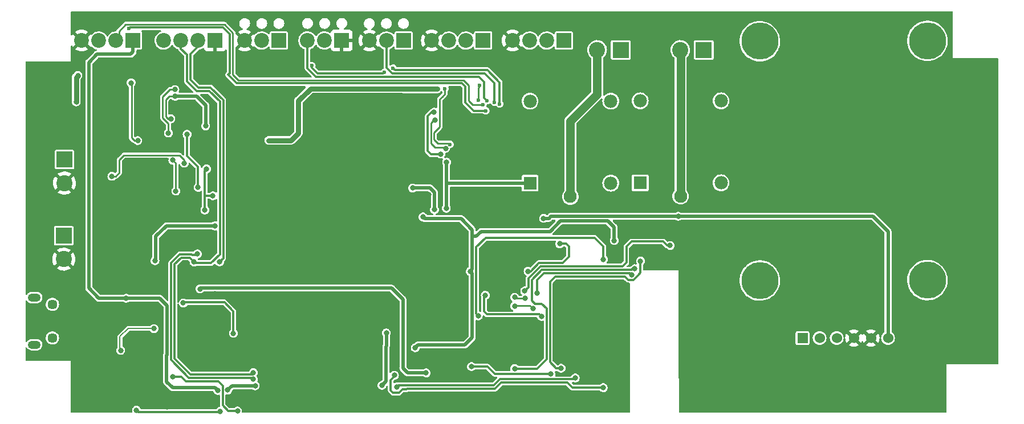
<source format=gbr>
G04 #@! TF.GenerationSoftware,KiCad,Pcbnew,(6.0.7-1)-1*
G04 #@! TF.CreationDate,2022-11-14T13:05:58+03:00*
G04 #@! TF.ProjectId,mkulima_hardware,6d6b756c-696d-4615-9f68-617264776172,rev?*
G04 #@! TF.SameCoordinates,Original*
G04 #@! TF.FileFunction,Copper,L2,Bot*
G04 #@! TF.FilePolarity,Positive*
%FSLAX46Y46*%
G04 Gerber Fmt 4.6, Leading zero omitted, Abs format (unit mm)*
G04 Created by KiCad (PCBNEW (6.0.7-1)-1) date 2022-11-14 13:05:58*
%MOMM*%
%LPD*%
G01*
G04 APERTURE LIST*
G04 #@! TA.AperFunction,ComponentPad*
%ADD10C,5.500000*%
G04 #@! TD*
G04 #@! TA.AperFunction,ComponentPad*
%ADD11R,1.524000X1.524000*%
G04 #@! TD*
G04 #@! TA.AperFunction,ComponentPad*
%ADD12C,1.524000*%
G04 #@! TD*
G04 #@! TA.AperFunction,ComponentPad*
%ADD13R,2.200000X2.200000*%
G04 #@! TD*
G04 #@! TA.AperFunction,ComponentPad*
%ADD14C,2.200000*%
G04 #@! TD*
G04 #@! TA.AperFunction,ComponentPad*
%ADD15O,1.900000X1.200000*%
G04 #@! TD*
G04 #@! TA.AperFunction,ComponentPad*
%ADD16C,1.450000*%
G04 #@! TD*
G04 #@! TA.AperFunction,ComponentPad*
%ADD17R,1.980000X1.980000*%
G04 #@! TD*
G04 #@! TA.AperFunction,ComponentPad*
%ADD18C,1.980000*%
G04 #@! TD*
G04 #@! TA.AperFunction,ComponentPad*
%ADD19C,1.935000*%
G04 #@! TD*
G04 #@! TA.AperFunction,ComponentPad*
%ADD20R,2.400000X2.400000*%
G04 #@! TD*
G04 #@! TA.AperFunction,ComponentPad*
%ADD21C,2.400000*%
G04 #@! TD*
G04 #@! TA.AperFunction,ViaPad*
%ADD22C,0.600000*%
G04 #@! TD*
G04 #@! TA.AperFunction,ViaPad*
%ADD23C,0.800000*%
G04 #@! TD*
G04 #@! TA.AperFunction,Conductor*
%ADD24C,0.304800*%
G04 #@! TD*
G04 #@! TA.AperFunction,Conductor*
%ADD25C,0.254000*%
G04 #@! TD*
G04 #@! TA.AperFunction,Conductor*
%ADD26C,0.508000*%
G04 #@! TD*
G04 #@! TA.AperFunction,Conductor*
%ADD27C,0.762000*%
G04 #@! TD*
G04 #@! TA.AperFunction,Conductor*
%ADD28C,0.203200*%
G04 #@! TD*
G04 #@! TA.AperFunction,Conductor*
%ADD29C,1.270000*%
G04 #@! TD*
G04 #@! TA.AperFunction,Conductor*
%ADD30C,0.250000*%
G04 #@! TD*
G04 APERTURE END LIST*
D10*
X182310000Y-71460000D03*
X207200000Y-71400000D03*
X182310000Y-107060000D03*
X207200000Y-107000000D03*
D11*
X188650000Y-115600000D03*
D12*
X191190000Y-115600000D03*
X193730000Y-115600000D03*
X196270000Y-115600000D03*
X198810000Y-115600000D03*
X201350000Y-115600000D03*
D13*
X153215000Y-71350000D03*
D14*
X150675000Y-71350000D03*
X148135000Y-71350000D03*
X145595000Y-71350000D03*
D15*
X74562500Y-116600000D03*
X74562500Y-109600000D03*
D16*
X77262500Y-110600000D03*
X77262500Y-115600000D03*
D13*
X129410000Y-71350000D03*
D14*
X126870000Y-71350000D03*
X124330000Y-71350000D03*
D17*
X148180000Y-92570000D03*
D18*
X160180000Y-92570000D03*
D19*
X154180000Y-94570000D03*
D18*
X148180000Y-80370000D03*
X160180000Y-80370000D03*
D13*
X141230000Y-71350000D03*
D14*
X138690000Y-71350000D03*
X136150000Y-71350000D03*
X133610000Y-71350000D03*
D20*
X79050000Y-89050000D03*
D21*
X79050000Y-92550000D03*
D20*
X174000000Y-72750000D03*
D21*
X170500000Y-72750000D03*
D20*
X161650000Y-72750000D03*
D21*
X158150000Y-72750000D03*
D13*
X120220000Y-71340000D03*
D14*
X117680000Y-71340000D03*
X115140000Y-71340000D03*
D13*
X89240000Y-71350000D03*
D14*
X86700000Y-71350000D03*
X84160000Y-71350000D03*
X81620000Y-71350000D03*
D13*
X101415000Y-71350000D03*
D14*
X98875000Y-71350000D03*
X96335000Y-71350000D03*
X93795000Y-71350000D03*
D20*
X78950000Y-100375000D03*
D21*
X78950000Y-103875000D03*
D13*
X110890000Y-71350000D03*
D14*
X108350000Y-71350000D03*
X105810000Y-71350000D03*
D17*
X164550000Y-92520000D03*
D18*
X176550000Y-92520000D03*
D19*
X170550000Y-94520000D03*
D18*
X164550000Y-80320000D03*
X176550000Y-80320000D03*
D22*
X127200000Y-104800000D03*
X126100000Y-104800000D03*
X126250000Y-103650000D03*
X127250000Y-103700000D03*
X124150000Y-106400000D03*
X123050000Y-106400000D03*
X123200000Y-105250000D03*
X124200000Y-105300000D03*
X123600000Y-102000000D03*
X122500000Y-102000000D03*
X122650000Y-100850000D03*
X123650000Y-100900000D03*
X131350000Y-106500000D03*
X130250000Y-106500000D03*
X130400000Y-105350000D03*
X131400000Y-105400000D03*
X131100000Y-103600000D03*
X130000000Y-103600000D03*
X130150000Y-102450000D03*
X131150000Y-102500000D03*
X131250000Y-100450000D03*
X130150000Y-100450000D03*
X130300000Y-99300000D03*
X131300000Y-99350000D03*
D23*
X85150000Y-106000000D03*
D22*
X124950000Y-93550000D03*
X151200000Y-101500000D03*
D23*
X77700000Y-118400000D03*
X86100000Y-78900000D03*
X95082012Y-81503128D03*
X122700000Y-82300000D03*
X131900000Y-88750000D03*
X115000000Y-112450000D03*
X142450000Y-110000000D03*
X98100000Y-102150000D03*
X99350000Y-85300000D03*
X82200000Y-111800000D03*
X86750000Y-125200000D03*
X86150000Y-89300000D03*
X108437500Y-80250000D03*
X110350000Y-92550000D03*
D22*
X125850000Y-95950000D03*
D23*
X100100000Y-106850000D03*
X89550000Y-122800000D03*
X85950000Y-85250000D03*
X136350000Y-102800000D03*
D22*
X125800000Y-97050000D03*
D23*
X130500000Y-91650000D03*
D22*
X125850000Y-94700000D03*
X124950000Y-94700000D03*
D23*
X101400000Y-109050000D03*
X163550000Y-104050000D03*
X112450000Y-90250000D03*
X112350000Y-113950000D03*
D22*
X124950000Y-92500000D03*
D23*
X159250000Y-100450000D03*
X135750000Y-120850000D03*
D22*
X90150000Y-117450000D03*
D23*
X97450000Y-105400000D03*
X169400000Y-99800000D03*
X136400000Y-104650000D03*
X77350000Y-107600000D03*
X94250000Y-125850000D03*
X91700000Y-97900000D03*
X133150000Y-94300000D03*
X96850000Y-100800000D03*
X118150000Y-89000000D03*
X96250000Y-124400000D03*
X99450000Y-87350000D03*
X122700000Y-89000000D03*
X129650000Y-88300000D03*
X79250000Y-108650000D03*
X89850000Y-93200000D03*
X104400000Y-104000000D03*
X88950000Y-106050000D03*
X127300000Y-85150000D03*
X112637500Y-80300000D03*
D22*
X125850000Y-93550000D03*
X125850000Y-92550000D03*
D23*
X88450000Y-122800000D03*
X102650000Y-106800000D03*
D22*
X122250000Y-104050000D03*
X116500000Y-98000000D03*
X124850000Y-95900000D03*
D23*
X136450000Y-100950000D03*
X163550000Y-102650000D03*
X104000000Y-83550000D03*
X83800000Y-89850000D03*
D22*
X124700000Y-97050000D03*
D23*
X87100000Y-103550000D03*
X95380155Y-84655134D03*
X110587500Y-80300000D03*
X194900000Y-120950000D03*
X98900000Y-93200000D03*
X97263000Y-85300000D03*
X94850000Y-83000000D03*
X100015000Y-84065000D03*
X95450000Y-79650000D03*
D22*
X134400000Y-78550000D03*
D23*
X101375000Y-98925000D03*
D22*
X109400000Y-86200000D03*
D23*
X92500000Y-104100000D03*
X95450000Y-78650497D03*
X94488122Y-85106004D03*
X80800000Y-80480500D03*
X81050000Y-76550000D03*
X139300000Y-105700000D03*
X160700000Y-101100000D03*
X99200000Y-108300000D03*
X131150000Y-117050000D03*
X132300000Y-97600000D03*
X132750000Y-120800000D03*
X95600000Y-93750000D03*
X95150000Y-89150000D03*
X159100000Y-103900000D03*
X140500000Y-112300000D03*
X88210000Y-109690000D03*
X134000000Y-96500000D03*
X101798100Y-123400000D03*
X126200000Y-122650000D03*
X135750000Y-96300000D03*
X126850000Y-114848100D03*
X170200000Y-97500000D03*
X135800000Y-89450000D03*
X103301900Y-123350000D03*
X130749502Y-93300000D03*
X150200000Y-97800000D03*
X107381228Y-122712731D03*
X139500000Y-119850000D03*
X151300000Y-120950000D03*
X102200000Y-126500000D03*
X89750000Y-126350000D03*
X104750000Y-126450000D03*
X95150000Y-121400000D03*
X92350000Y-114200000D03*
X87400000Y-117450000D03*
X164600000Y-104152900D03*
X152800000Y-120100000D03*
X163750000Y-105300000D03*
X145903000Y-120150000D03*
D22*
X141800000Y-80300000D03*
X142902278Y-80550528D03*
X115791900Y-75089037D03*
X126589037Y-76060963D03*
X143666841Y-80784294D03*
X127835963Y-75464037D03*
D23*
X154180000Y-91730000D03*
X104150000Y-114900000D03*
X96700000Y-110400000D03*
X86100000Y-91550000D03*
X96841242Y-89595861D03*
X88950000Y-77650000D03*
X89930638Y-86237517D03*
X149200000Y-108900000D03*
X163250000Y-106201900D03*
X147500000Y-109700000D03*
X145903000Y-109562299D03*
D22*
X135550000Y-78500000D03*
X136313072Y-86792184D03*
D23*
X134950000Y-88250000D03*
X133950000Y-82000000D03*
X141550000Y-109250000D03*
X149893300Y-112400000D03*
X148622000Y-111198620D03*
X145903000Y-110850000D03*
X134050000Y-83200000D03*
X135650000Y-87400000D03*
D22*
X140700000Y-77986500D03*
X140550000Y-80250000D03*
D23*
X169000000Y-101850000D03*
X147400000Y-108600000D03*
X147897500Y-105671500D03*
X152600000Y-101600000D03*
D22*
X141624500Y-81800000D03*
X88600000Y-69574500D03*
X141174500Y-80907345D03*
D23*
X99900000Y-96550000D03*
X101100000Y-94450000D03*
X100150000Y-90450000D03*
X128050000Y-121150000D03*
X107114400Y-120750000D03*
X98300000Y-104300000D03*
X159050000Y-123000000D03*
X154900000Y-121550000D03*
X98800000Y-103100000D03*
X128400000Y-122900000D03*
X107114400Y-121749503D03*
X102081674Y-104281674D03*
D24*
X98900000Y-93200000D02*
X98900000Y-90150000D01*
X98900000Y-90150000D02*
X97263000Y-88513000D01*
X97263000Y-88513000D02*
X97263000Y-85300000D01*
D25*
X94450000Y-83000000D02*
X94850000Y-83000000D01*
D26*
X95450000Y-79650000D02*
X98700000Y-79650000D01*
X98700000Y-79650000D02*
X100015000Y-80965000D01*
D25*
X95450000Y-79650000D02*
X94600000Y-79650000D01*
X94600000Y-79650000D02*
X94100000Y-80150000D01*
X94100000Y-80150000D02*
X94100000Y-82650000D01*
D26*
X100015000Y-80965000D02*
X100015000Y-84065000D01*
D25*
X94100000Y-82650000D02*
X94450000Y-83000000D01*
D27*
X129350000Y-78500000D02*
X115600000Y-78500000D01*
X115600000Y-78500000D02*
X113800000Y-80300000D01*
D26*
X92600000Y-104000000D02*
X92600000Y-100500000D01*
X94175000Y-98925000D02*
X101375000Y-98925000D01*
D27*
X134400000Y-78550000D02*
X129400000Y-78550000D01*
X129400000Y-78550000D02*
X129350000Y-78500000D01*
D26*
X92500000Y-104100000D02*
X92600000Y-104000000D01*
D27*
X113800000Y-80300000D02*
X113800000Y-85100000D01*
D26*
X92600000Y-100500000D02*
X94175000Y-98925000D01*
D27*
X113800000Y-85100000D02*
X112700000Y-86200000D01*
X112700000Y-86200000D02*
X109400000Y-86200000D01*
D25*
X93646000Y-79754000D02*
X94749503Y-78650497D01*
X94749503Y-78650497D02*
X95450000Y-78650497D01*
X94488122Y-85106004D02*
X94488122Y-83688122D01*
X93646000Y-82846000D02*
X93646000Y-79754000D01*
X94488122Y-83688122D02*
X93646000Y-82846000D01*
D27*
X80800000Y-80480500D02*
X80800000Y-76800000D01*
X80800000Y-76800000D02*
X81050000Y-76550000D01*
D26*
X139600000Y-100500000D02*
X139600000Y-99500000D01*
X160700000Y-101100000D02*
X160650000Y-101050000D01*
X139300000Y-105700000D02*
X139600000Y-106000000D01*
X127646000Y-108196000D02*
X129300000Y-109850000D01*
X139600000Y-115550000D02*
X138500000Y-116650000D01*
X138500000Y-116650000D02*
X131550000Y-116650000D01*
X99200000Y-108300000D02*
X99304000Y-108196000D01*
X159758000Y-98208000D02*
X152692000Y-98208000D01*
X140200000Y-100500000D02*
X139600000Y-100500000D01*
X99304000Y-108196000D02*
X127646000Y-108196000D01*
X137950000Y-97850000D02*
X132550000Y-97850000D01*
X129300000Y-109850000D02*
X129300000Y-120100000D01*
X132550000Y-97850000D02*
X132300000Y-97600000D01*
X151150000Y-99750000D02*
X140950000Y-99750000D01*
X139600000Y-106000000D02*
X139600000Y-115550000D01*
X139300000Y-105700000D02*
X139600000Y-105400000D01*
X139600000Y-105400000D02*
X139600000Y-100500000D01*
X160650000Y-101050000D02*
X160650000Y-99100000D01*
X131550000Y-116650000D02*
X131150000Y-117050000D01*
X152692000Y-98208000D02*
X151150000Y-99750000D01*
X130000000Y-120800000D02*
X132750000Y-120800000D01*
X140950000Y-99750000D02*
X140200000Y-100500000D01*
X160650000Y-99100000D02*
X159758000Y-98208000D01*
X129300000Y-120100000D02*
X130000000Y-120800000D01*
X139600000Y-99500000D02*
X137950000Y-97850000D01*
D25*
X95600000Y-89600000D02*
X95600000Y-93750000D01*
X95150000Y-89150000D02*
X95600000Y-89600000D01*
D24*
X157800000Y-100700000D02*
X159100000Y-102000000D01*
X141600000Y-100700000D02*
X157800000Y-100700000D01*
X140206400Y-102093600D02*
X140206400Y-112006400D01*
X159100000Y-103900000D02*
X159100000Y-102000000D01*
X140206400Y-112006400D02*
X140500000Y-112300000D01*
X140206400Y-102093600D02*
X141600000Y-100700000D01*
D26*
X94288800Y-118111200D02*
X94288800Y-110788800D01*
X170200000Y-97500000D02*
X151300000Y-97500000D01*
X94288800Y-110788800D02*
X93190000Y-109690000D01*
X126800000Y-116856700D02*
X126800000Y-122050000D01*
X135800000Y-96250000D02*
X135750000Y-96300000D01*
X89240000Y-73060000D02*
X89240000Y-71350000D01*
X126850000Y-116806700D02*
X126800000Y-116856700D01*
X88900000Y-73400000D02*
X89240000Y-73060000D01*
X82650000Y-108200000D02*
X82650000Y-74600000D01*
X103939169Y-122712731D02*
X103301900Y-123350000D01*
X93190000Y-109690000D02*
X88210000Y-109690000D01*
X151000000Y-97800000D02*
X150200000Y-97800000D01*
X135800000Y-89450000D02*
X135800000Y-92570000D01*
X84140000Y-109690000D02*
X82650000Y-108200000D01*
X135800000Y-92570000D02*
X148180000Y-92570000D01*
X170200000Y-97500000D02*
X199100000Y-97500000D01*
X201350000Y-99750000D02*
X201350000Y-115600000D01*
X94200000Y-118200000D02*
X94288800Y-118111200D01*
X134004000Y-96496000D02*
X134000000Y-96500000D01*
X135800000Y-89450000D02*
X135800000Y-96250000D01*
X95100000Y-123000000D02*
X94200000Y-122100000D01*
X199100000Y-97500000D02*
X201350000Y-99750000D01*
X134004000Y-93946261D02*
X134004000Y-96496000D01*
X107381228Y-122712731D02*
X103939169Y-122712731D01*
X126850000Y-114848100D02*
X126850000Y-116806700D01*
X126800000Y-122050000D02*
X126200000Y-122650000D01*
X82650000Y-74600000D02*
X83850000Y-73400000D01*
X88210000Y-109690000D02*
X84140000Y-109690000D01*
X94200000Y-122100000D02*
X94200000Y-118200000D01*
X151300000Y-97500000D02*
X151000000Y-97800000D01*
X101398100Y-123000000D02*
X95100000Y-123000000D01*
X83850000Y-73400000D02*
X88900000Y-73400000D01*
X130749502Y-93300000D02*
X133357739Y-93300000D01*
X133357739Y-93300000D02*
X134004000Y-93946261D01*
X101798100Y-123400000D02*
X101398100Y-123000000D01*
D24*
X141850000Y-119850000D02*
X139500000Y-119850000D01*
X141850000Y-119850000D02*
X142950000Y-120950000D01*
X142950000Y-120950000D02*
X151300000Y-120950000D01*
X90002400Y-126602400D02*
X102097600Y-126602400D01*
X102097600Y-126602400D02*
X102200000Y-126500000D01*
X89750000Y-126350000D02*
X90002400Y-126602400D01*
X102550000Y-125650000D02*
X103350000Y-126450000D01*
X96400000Y-121400000D02*
X97050000Y-122050000D01*
X102550000Y-122700000D02*
X102550000Y-125650000D01*
X97050000Y-122050000D02*
X101900000Y-122050000D01*
X103350000Y-126450000D02*
X104750000Y-126450000D01*
X101900000Y-122050000D02*
X102550000Y-122700000D01*
X95150000Y-121400000D02*
X96400000Y-121400000D01*
D28*
X87400000Y-117450000D02*
X87300000Y-117350000D01*
X87300000Y-117350000D02*
X87300000Y-115400000D01*
X87300000Y-115400000D02*
X88500000Y-114200000D01*
X88500000Y-114200000D02*
X92350000Y-114200000D01*
D24*
X152800000Y-120100000D02*
X152050000Y-120100000D01*
X152050000Y-120100000D02*
X151150000Y-119200000D01*
X164300000Y-106200000D02*
X164600000Y-105900000D01*
X162754300Y-106954300D02*
X163561655Y-106954300D01*
X151940400Y-106459600D02*
X162259600Y-106459600D01*
X162259600Y-106459600D02*
X162754300Y-106954300D01*
X151150000Y-119200000D02*
X151150000Y-107250000D01*
X164300000Y-106215955D02*
X164300000Y-106200000D01*
X151150000Y-107250000D02*
X151940400Y-106459600D01*
X163561655Y-106954300D02*
X164300000Y-106215955D01*
X164600000Y-105900000D02*
X164600000Y-104152900D01*
X163400000Y-105300000D02*
X163750000Y-105300000D01*
X148447600Y-106952400D02*
X149950000Y-105450000D01*
X150645200Y-118754800D02*
X150645200Y-111245200D01*
X145903000Y-120150000D02*
X149250000Y-120150000D01*
X148447600Y-110047600D02*
X148447600Y-106952400D01*
X149950000Y-105450000D02*
X163250000Y-105450000D01*
X163250000Y-105450000D02*
X163400000Y-105300000D01*
X148900000Y-110500000D02*
X148447600Y-110047600D01*
X150645200Y-111245200D02*
X149900000Y-110500000D01*
X149250000Y-120150000D02*
X150645200Y-118754800D01*
X149900000Y-110500000D02*
X148900000Y-110500000D01*
X116422600Y-76772600D02*
X115140000Y-75490000D01*
X141352400Y-77552400D02*
X140572600Y-76772600D01*
X141800000Y-80300000D02*
X141352400Y-79852400D01*
X140572600Y-76772600D02*
X116422600Y-76772600D01*
X141352400Y-79852400D02*
X141352400Y-77552400D01*
X115140000Y-75490000D02*
X115140000Y-71340000D01*
X126870000Y-75380000D02*
X126870000Y-71290000D01*
X142902278Y-80550528D02*
X142902278Y-77702278D01*
X126850000Y-75400000D02*
X126870000Y-75380000D01*
X142902278Y-77702278D02*
X141467800Y-76267800D01*
X141467800Y-76267800D02*
X127717800Y-76267800D01*
X127717800Y-76267800D02*
X126850000Y-75400000D01*
X141863000Y-75763000D02*
X128134926Y-75763000D01*
X116631696Y-76267800D02*
X126382200Y-76267800D01*
X115791900Y-75408100D02*
X115791900Y-75089037D01*
X116631696Y-76267800D02*
X115781948Y-75418052D01*
X143666841Y-77566841D02*
X141863000Y-75763000D01*
X115781948Y-75418052D02*
X115791900Y-75408100D01*
X143666841Y-80784294D02*
X143666841Y-77566841D01*
X128134926Y-75763000D02*
X127835963Y-75464037D01*
X126589037Y-76060963D02*
X126382200Y-76267800D01*
D29*
X170550000Y-94520000D02*
X170550000Y-72800000D01*
X158150000Y-79350000D02*
X158150000Y-72850000D01*
X154180000Y-83320000D02*
X158150000Y-79350000D01*
X154180000Y-91730000D02*
X154180000Y-83320000D01*
X154180000Y-94570000D02*
X154180000Y-91730000D01*
D24*
X104050000Y-111550000D02*
X104150000Y-111650000D01*
X104150000Y-111650000D02*
X104150000Y-114900000D01*
X102800000Y-110300000D02*
X104050000Y-111550000D01*
X96800000Y-110300000D02*
X102800000Y-110300000D01*
X96700000Y-110400000D02*
X96800000Y-110300000D01*
D25*
X87200000Y-89100000D02*
X87200000Y-91000000D01*
X96841242Y-89595861D02*
X96841242Y-89141242D01*
X87877000Y-88423000D02*
X87200000Y-89100000D01*
X87200000Y-91000000D02*
X86650000Y-91550000D01*
X96841242Y-89141242D02*
X96123000Y-88423000D01*
X86650000Y-91550000D02*
X86100000Y-91550000D01*
X96123000Y-88423000D02*
X87877000Y-88423000D01*
X89437517Y-86237517D02*
X89050000Y-85850000D01*
X89000000Y-77700000D02*
X88950000Y-77650000D01*
X89050000Y-85850000D02*
X89000000Y-85800000D01*
X89000000Y-85800000D02*
X89000000Y-77700000D01*
X89930638Y-86237517D02*
X89437517Y-86237517D01*
D24*
X150245200Y-105954800D02*
X149200000Y-107000000D01*
X149200000Y-107000000D02*
X149200000Y-108900000D01*
X163002900Y-105954800D02*
X150245200Y-105954800D01*
X163250000Y-106201900D02*
X163002900Y-105954800D01*
D30*
X134000000Y-85000000D02*
X134775000Y-84225000D01*
X147500000Y-109700000D02*
X146040701Y-109700000D01*
X133927400Y-86050000D02*
X133927400Y-85072600D01*
X133927400Y-85072600D02*
X134000000Y-85000000D01*
X135550000Y-79300000D02*
X135550000Y-78500000D01*
X136313072Y-86792184D02*
X136170888Y-86650000D01*
X134500000Y-86650000D02*
X133927400Y-86077400D01*
X135150000Y-79700000D02*
X135550000Y-79300000D01*
X146040701Y-109700000D02*
X145903000Y-109562299D01*
X134775000Y-80075000D02*
X135150000Y-79700000D01*
X134775000Y-84225000D02*
X134775000Y-80075000D01*
X133927400Y-86077400D02*
X133927400Y-86050000D01*
X134500000Y-86650000D02*
X136170888Y-86650000D01*
D24*
X141800000Y-112100000D02*
X149593300Y-112100000D01*
X133000000Y-87800000D02*
X133000000Y-82600000D01*
X133600000Y-82000000D02*
X133950000Y-82000000D01*
X133500000Y-88300000D02*
X133000000Y-87800000D01*
X134900000Y-88300000D02*
X133500000Y-88300000D01*
X134950000Y-88250000D02*
X134900000Y-88300000D01*
X141800000Y-112100000D02*
X141350000Y-111650000D01*
X141350000Y-109450000D02*
X141550000Y-109250000D01*
X133000000Y-82600000D02*
X133600000Y-82000000D01*
X149893300Y-112400000D02*
X149593300Y-112100000D01*
X141350000Y-111650000D02*
X141350000Y-109450000D01*
D30*
X135500000Y-87250000D02*
X134100000Y-87250000D01*
X133477400Y-86627400D02*
X133477400Y-83600000D01*
X134100000Y-87250000D02*
X133477400Y-86627400D01*
X148173380Y-110750000D02*
X146003000Y-110750000D01*
X146003000Y-110750000D02*
X145903000Y-110850000D01*
X133877400Y-83200000D02*
X134050000Y-83200000D01*
X133477400Y-83600000D02*
X133877400Y-83200000D01*
X135650000Y-87400000D02*
X135500000Y-87250000D01*
X148622000Y-111198620D02*
X148173380Y-110750000D01*
X140700000Y-77986500D02*
X140700000Y-78200000D01*
X140700000Y-78200000D02*
X140550000Y-78350000D01*
X140550000Y-78350000D02*
X140550000Y-80250000D01*
D24*
X161904800Y-104945200D02*
X162500000Y-104350000D01*
X162500000Y-104350000D02*
X162500000Y-102000000D01*
X168500000Y-101800000D02*
X168550000Y-101850000D01*
X162500000Y-102000000D02*
X163250000Y-101250000D01*
X168550000Y-101850000D02*
X169000000Y-101850000D01*
X147942800Y-106743304D02*
X149740905Y-104945200D01*
X147942800Y-108057200D02*
X147942800Y-106743304D01*
X167950000Y-101250000D02*
X168500000Y-101800000D01*
X147400000Y-108600000D02*
X147942800Y-108057200D01*
X163250000Y-101250000D02*
X167950000Y-101250000D01*
X149740905Y-104945200D02*
X161904800Y-104945200D01*
X148300708Y-105671500D02*
X149531810Y-104440400D01*
X153059600Y-104440400D02*
X154000000Y-103500000D01*
X154000000Y-102000000D02*
X153550000Y-101550000D01*
X149531810Y-104440400D02*
X153059600Y-104440400D01*
X154000000Y-103500000D02*
X154000000Y-102050000D01*
X154000000Y-102050000D02*
X154000000Y-102000000D01*
X153550000Y-101550000D02*
X152650000Y-101550000D01*
X147897500Y-105671500D02*
X148300708Y-105671500D01*
X152650000Y-101550000D02*
X152600000Y-101600000D01*
X103350000Y-76450000D02*
X103572600Y-76227400D01*
X104627400Y-77727400D02*
X103350000Y-76450000D01*
X138572599Y-78197745D02*
X138102254Y-77727400D01*
X141624500Y-81800000D02*
X139800000Y-81800000D01*
X103572600Y-70397746D02*
X102602254Y-69427400D01*
X138572599Y-80572599D02*
X138572599Y-78197745D01*
X102602254Y-69427400D02*
X88747100Y-69427400D01*
X138102254Y-77727400D02*
X104627400Y-77727400D01*
X88747100Y-69427400D02*
X88600000Y-69574500D01*
X103572600Y-76227400D02*
X103572600Y-70397746D01*
X139800000Y-81800000D02*
X138572599Y-80572599D01*
D30*
X139050000Y-78000000D02*
X138300000Y-77250000D01*
X104050000Y-76400000D02*
X104050000Y-70200000D01*
X87150000Y-69950000D02*
X87150000Y-70900000D01*
X141174500Y-80907345D02*
X139657345Y-80907345D01*
X139657345Y-80907345D02*
X139050000Y-80300000D01*
X102800000Y-68950000D02*
X88150000Y-68950000D01*
X139050000Y-80300000D02*
X139050000Y-78000000D01*
X138300000Y-77250000D02*
X104900000Y-77250000D01*
X104050000Y-70200000D02*
X102800000Y-68950000D01*
X88150000Y-68950000D02*
X87150000Y-69950000D01*
X104900000Y-77250000D02*
X104050000Y-76400000D01*
D24*
X99900000Y-94450000D02*
X99950000Y-94400000D01*
X99950000Y-94400000D02*
X100000000Y-94450000D01*
X99900000Y-90700000D02*
X100150000Y-90450000D01*
X100000000Y-94450000D02*
X101100000Y-94450000D01*
X99900000Y-96550000D02*
X99900000Y-95150000D01*
X99900000Y-95150000D02*
X99900000Y-90700000D01*
X99900000Y-95150000D02*
X99900000Y-94450000D01*
X107114400Y-120750000D02*
X106864400Y-121000000D01*
X96400000Y-103650000D02*
X97650000Y-103650000D01*
X96335000Y-71450000D02*
X96335000Y-72585000D01*
X97245200Y-73495200D02*
X97245200Y-77445200D01*
X102127400Y-103172600D02*
X100850000Y-104450000D01*
X127850000Y-123750000D02*
X127500000Y-123400000D01*
X98650000Y-78850000D02*
X100550000Y-78850000D01*
X127500000Y-121850000D02*
X128050000Y-121300000D01*
X102127400Y-80427400D02*
X102127400Y-103172600D01*
X143909096Y-122254800D02*
X153750000Y-122254800D01*
X143009095Y-123154800D02*
X143909096Y-122254800D01*
X97650000Y-103650000D02*
X98300000Y-104300000D01*
X127500000Y-123400000D02*
X127500000Y-121850000D01*
X128750000Y-123750000D02*
X127850000Y-123750000D01*
X95400000Y-104650000D02*
X96400000Y-103650000D01*
X97750000Y-121000000D02*
X95400000Y-118650000D01*
X97245200Y-77445200D02*
X98650000Y-78850000D01*
X100850000Y-104450000D02*
X98450000Y-104450000D01*
X96335000Y-72585000D02*
X97245200Y-73495200D01*
X129945200Y-123154800D02*
X129850000Y-123250000D01*
X106864400Y-121000000D02*
X97750000Y-121000000D01*
X129945200Y-123154800D02*
X143009095Y-123154800D01*
X98450000Y-104450000D02*
X98300000Y-104300000D01*
X100550000Y-78850000D02*
X102127400Y-80427400D01*
X154495200Y-123000000D02*
X153750000Y-122254800D01*
X129250000Y-123250000D02*
X128750000Y-123750000D01*
X128050000Y-121300000D02*
X128050000Y-121150000D01*
X95400000Y-118650000D02*
X95400000Y-104650000D01*
X159050000Y-123000000D02*
X154495200Y-123000000D01*
X129250000Y-123250000D02*
X129850000Y-123250000D01*
X98650000Y-103250000D02*
X98800000Y-103100000D01*
X98875000Y-72275000D02*
X97750000Y-73400000D01*
X97750000Y-73400000D02*
X97750000Y-77150000D01*
X107114400Y-121749503D02*
X106869697Y-121504800D01*
X97945200Y-103145200D02*
X98050000Y-103250000D01*
X154700000Y-121750000D02*
X143700000Y-121750000D01*
X106869697Y-121504800D02*
X97540905Y-121504800D01*
X102632200Y-80218305D02*
X102632200Y-103731148D01*
X94895200Y-118859095D02*
X94895200Y-104440904D01*
X94895200Y-104440904D02*
X96190905Y-103145200D01*
X143700000Y-121750000D02*
X142800000Y-122650000D01*
X100759096Y-78345200D02*
X102632200Y-80218305D01*
X142800000Y-122650000D02*
X128650000Y-122650000D01*
X96190905Y-103145200D02*
X97945200Y-103145200D01*
X154900000Y-121550000D02*
X154700000Y-121750000D01*
X98050000Y-103250000D02*
X98650000Y-103250000D01*
X97540905Y-121504800D02*
X94895200Y-118859095D01*
X128650000Y-122650000D02*
X128400000Y-122900000D01*
X98945200Y-78345200D02*
X100759096Y-78345200D01*
X102632200Y-103731148D02*
X102081674Y-104281674D01*
X97750000Y-77150000D02*
X98945200Y-78345200D01*
G04 #@! TA.AperFunction,Conductor*
G36*
X210942121Y-67024502D02*
G01*
X210988614Y-67078158D01*
X211000000Y-67130500D01*
X211000000Y-74000000D01*
X217619500Y-74000000D01*
X217687621Y-74020002D01*
X217734114Y-74073658D01*
X217745500Y-74126000D01*
X217745500Y-119374000D01*
X217725498Y-119442121D01*
X217671842Y-119488614D01*
X217619500Y-119500000D01*
X210000000Y-119500000D01*
X210000000Y-126619500D01*
X209979998Y-126687621D01*
X209926342Y-126734114D01*
X209874000Y-126745500D01*
X170425000Y-126745500D01*
X170356879Y-126725498D01*
X170310386Y-126671842D01*
X170299000Y-126619793D01*
X170275835Y-116658777D01*
X195575777Y-116658777D01*
X195585074Y-116670793D01*
X195628069Y-116700898D01*
X195637555Y-116706376D01*
X195828993Y-116795645D01*
X195839285Y-116799391D01*
X196043309Y-116854059D01*
X196054104Y-116855962D01*
X196264525Y-116874372D01*
X196275475Y-116874372D01*
X196485896Y-116855962D01*
X196496691Y-116854059D01*
X196700715Y-116799391D01*
X196711007Y-116795645D01*
X196902445Y-116706376D01*
X196911931Y-116700898D01*
X196955764Y-116670207D01*
X196964139Y-116659729D01*
X196963639Y-116658777D01*
X198115777Y-116658777D01*
X198125074Y-116670793D01*
X198168069Y-116700898D01*
X198177555Y-116706376D01*
X198368993Y-116795645D01*
X198379285Y-116799391D01*
X198583309Y-116854059D01*
X198594104Y-116855962D01*
X198804525Y-116874372D01*
X198815475Y-116874372D01*
X199025896Y-116855962D01*
X199036691Y-116854059D01*
X199240715Y-116799391D01*
X199251007Y-116795645D01*
X199442445Y-116706376D01*
X199451931Y-116700898D01*
X199495764Y-116670207D01*
X199504139Y-116659729D01*
X199497071Y-116646281D01*
X198822812Y-115972022D01*
X198808868Y-115964408D01*
X198807035Y-115964539D01*
X198800420Y-115968790D01*
X198122207Y-116647003D01*
X198115777Y-116658777D01*
X196963639Y-116658777D01*
X196957071Y-116646281D01*
X196282812Y-115972022D01*
X196268868Y-115964408D01*
X196267035Y-115964539D01*
X196260420Y-115968790D01*
X195582207Y-116647003D01*
X195575777Y-116658777D01*
X170275835Y-116658777D01*
X170271542Y-114812933D01*
X187633500Y-114812933D01*
X187633501Y-116387066D01*
X187648266Y-116461301D01*
X187655161Y-116471620D01*
X187655162Y-116471622D01*
X187680598Y-116509689D01*
X187704516Y-116545484D01*
X187788699Y-116601734D01*
X187862933Y-116616500D01*
X188649872Y-116616500D01*
X189437066Y-116616499D01*
X189478877Y-116608183D01*
X189499126Y-116604156D01*
X189499128Y-116604155D01*
X189511301Y-116601734D01*
X189521621Y-116594839D01*
X189521622Y-116594838D01*
X189585168Y-116552377D01*
X189595484Y-116545484D01*
X189651734Y-116461301D01*
X189666500Y-116387067D01*
X189666499Y-115585739D01*
X190168682Y-115585739D01*
X190185362Y-115784386D01*
X190207589Y-115861898D01*
X190236386Y-115962323D01*
X190240310Y-115976009D01*
X190243125Y-115981486D01*
X190327873Y-116146389D01*
X190331430Y-116153311D01*
X190455253Y-116309537D01*
X190607063Y-116438737D01*
X190612441Y-116441743D01*
X190612443Y-116441744D01*
X190665904Y-116471622D01*
X190781076Y-116535989D01*
X190786935Y-116537893D01*
X190786938Y-116537894D01*
X190831251Y-116552292D01*
X190970665Y-116597591D01*
X190976775Y-116598320D01*
X190976777Y-116598320D01*
X191064987Y-116608838D01*
X191168609Y-116621194D01*
X191174744Y-116620722D01*
X191174746Y-116620722D01*
X191361226Y-116606373D01*
X191361231Y-116606372D01*
X191367367Y-116605900D01*
X191373297Y-116604244D01*
X191373299Y-116604244D01*
X191504442Y-116567628D01*
X191559370Y-116552292D01*
X191572848Y-116545484D01*
X191731802Y-116465191D01*
X191731804Y-116465190D01*
X191737303Y-116462412D01*
X191894390Y-116339682D01*
X191918037Y-116312287D01*
X192020618Y-116193446D01*
X192020619Y-116193444D01*
X192024647Y-116188778D01*
X192036822Y-116167347D01*
X192068146Y-116112206D01*
X192123112Y-116015448D01*
X192186035Y-115826294D01*
X192194438Y-115759775D01*
X192210578Y-115632023D01*
X192210579Y-115632013D01*
X192211020Y-115628520D01*
X192211418Y-115600000D01*
X192210020Y-115585739D01*
X192708682Y-115585739D01*
X192725362Y-115784386D01*
X192747589Y-115861898D01*
X192776386Y-115962323D01*
X192780310Y-115976009D01*
X192783125Y-115981486D01*
X192867873Y-116146389D01*
X192871430Y-116153311D01*
X192995253Y-116309537D01*
X193147063Y-116438737D01*
X193152441Y-116441743D01*
X193152443Y-116441744D01*
X193205904Y-116471622D01*
X193321076Y-116535989D01*
X193326935Y-116537893D01*
X193326938Y-116537894D01*
X193371251Y-116552292D01*
X193510665Y-116597591D01*
X193516775Y-116598320D01*
X193516777Y-116598320D01*
X193604987Y-116608838D01*
X193708609Y-116621194D01*
X193714744Y-116620722D01*
X193714746Y-116620722D01*
X193901226Y-116606373D01*
X193901231Y-116606372D01*
X193907367Y-116605900D01*
X193913297Y-116604244D01*
X193913299Y-116604244D01*
X194044442Y-116567628D01*
X194099370Y-116552292D01*
X194112848Y-116545484D01*
X194271802Y-116465191D01*
X194271804Y-116465190D01*
X194277303Y-116462412D01*
X194434390Y-116339682D01*
X194458037Y-116312287D01*
X194560618Y-116193446D01*
X194560619Y-116193444D01*
X194564647Y-116188778D01*
X194576822Y-116167347D01*
X194608146Y-116112206D01*
X194663112Y-116015448D01*
X194726035Y-115826294D01*
X194744551Y-115679725D01*
X194748963Y-115644805D01*
X194766009Y-115605720D01*
X194765524Y-115604797D01*
X194981296Y-115604797D01*
X194998361Y-115640531D01*
X194999490Y-115649615D01*
X195014038Y-115815896D01*
X195015941Y-115826691D01*
X195070609Y-116030715D01*
X195074355Y-116041007D01*
X195163623Y-116232441D01*
X195169103Y-116241932D01*
X195199794Y-116285765D01*
X195210271Y-116294140D01*
X195223718Y-116287072D01*
X195897978Y-115612812D01*
X195904356Y-115601132D01*
X196634408Y-115601132D01*
X196634539Y-115602965D01*
X196638790Y-115609580D01*
X197317003Y-116287793D01*
X197328777Y-116294223D01*
X197340793Y-116284926D01*
X197370897Y-116241932D01*
X197376377Y-116232441D01*
X197425805Y-116126443D01*
X197472722Y-116073158D01*
X197541000Y-116053697D01*
X197608960Y-116074239D01*
X197654195Y-116126443D01*
X197703623Y-116232441D01*
X197709103Y-116241932D01*
X197739794Y-116285765D01*
X197750271Y-116294140D01*
X197763718Y-116287072D01*
X198437978Y-115612812D01*
X198444356Y-115601132D01*
X199174408Y-115601132D01*
X199174539Y-115602965D01*
X199178790Y-115609580D01*
X199857003Y-116287793D01*
X199868777Y-116294223D01*
X199880793Y-116284926D01*
X199910897Y-116241932D01*
X199916377Y-116232441D01*
X200005645Y-116041007D01*
X200009391Y-116030715D01*
X200064059Y-115826691D01*
X200065963Y-115815895D01*
X200081782Y-115635075D01*
X200097034Y-115596084D01*
X200082395Y-115566502D01*
X200080974Y-115555682D01*
X200065962Y-115384104D01*
X200064059Y-115373309D01*
X200009391Y-115169285D01*
X200005645Y-115158993D01*
X199916377Y-114967559D01*
X199910897Y-114958068D01*
X199880206Y-114914235D01*
X199869729Y-114905860D01*
X199856282Y-114912928D01*
X199182022Y-115587188D01*
X199174408Y-115601132D01*
X198444356Y-115601132D01*
X198445592Y-115598868D01*
X198445461Y-115597035D01*
X198441210Y-115590420D01*
X197762997Y-114912207D01*
X197751223Y-114905777D01*
X197739207Y-114915074D01*
X197709103Y-114958068D01*
X197703623Y-114967559D01*
X197654195Y-115073557D01*
X197607278Y-115126842D01*
X197539000Y-115146303D01*
X197471040Y-115125761D01*
X197425805Y-115073557D01*
X197376377Y-114967559D01*
X197370897Y-114958068D01*
X197340206Y-114914235D01*
X197329729Y-114905860D01*
X197316282Y-114912928D01*
X196642022Y-115587188D01*
X196634408Y-115601132D01*
X195904356Y-115601132D01*
X195905592Y-115598868D01*
X195905461Y-115597035D01*
X195901210Y-115590420D01*
X195222997Y-114912207D01*
X195211223Y-114905777D01*
X195199207Y-114915074D01*
X195169103Y-114958068D01*
X195163623Y-114967559D01*
X195074355Y-115158993D01*
X195070609Y-115169285D01*
X195015941Y-115373309D01*
X195014037Y-115384105D01*
X194998600Y-115560559D01*
X194981296Y-115604797D01*
X194765524Y-115604797D01*
X194749549Y-115574405D01*
X194747680Y-115561874D01*
X194735832Y-115441042D01*
X194731965Y-115401606D01*
X194730184Y-115395707D01*
X194730183Y-115395702D01*
X194676129Y-115216667D01*
X194674348Y-115210768D01*
X194626787Y-115121318D01*
X194583655Y-115040198D01*
X194583653Y-115040195D01*
X194580761Y-115034756D01*
X194576871Y-115029986D01*
X194576868Y-115029982D01*
X194458663Y-114885049D01*
X194458660Y-114885046D01*
X194454768Y-114880274D01*
X194424914Y-114855576D01*
X194334885Y-114781098D01*
X194301170Y-114753206D01*
X194125815Y-114658392D01*
X193935385Y-114599444D01*
X193929260Y-114598800D01*
X193929259Y-114598800D01*
X193743260Y-114579251D01*
X193743258Y-114579251D01*
X193737131Y-114578607D01*
X193630753Y-114588288D01*
X193544746Y-114596115D01*
X193544745Y-114596115D01*
X193538605Y-114596674D01*
X193532691Y-114598415D01*
X193532689Y-114598415D01*
X193471484Y-114616429D01*
X193347370Y-114652958D01*
X193170709Y-114745314D01*
X193165909Y-114749174D01*
X193165908Y-114749174D01*
X193163796Y-114750872D01*
X193015351Y-114870225D01*
X192887214Y-115022933D01*
X192791179Y-115197621D01*
X192789318Y-115203488D01*
X192789317Y-115203490D01*
X192779175Y-115235461D01*
X192730902Y-115387635D01*
X192708682Y-115585739D01*
X192210020Y-115585739D01*
X192191965Y-115401606D01*
X192190184Y-115395707D01*
X192190183Y-115395702D01*
X192136129Y-115216667D01*
X192134348Y-115210768D01*
X192086787Y-115121318D01*
X192043655Y-115040198D01*
X192043653Y-115040195D01*
X192040761Y-115034756D01*
X192036871Y-115029986D01*
X192036868Y-115029982D01*
X191918663Y-114885049D01*
X191918660Y-114885046D01*
X191914768Y-114880274D01*
X191884914Y-114855576D01*
X191794885Y-114781098D01*
X191761170Y-114753206D01*
X191585815Y-114658392D01*
X191395385Y-114599444D01*
X191389260Y-114598800D01*
X191389259Y-114598800D01*
X191203260Y-114579251D01*
X191203258Y-114579251D01*
X191197131Y-114578607D01*
X191090753Y-114588288D01*
X191004746Y-114596115D01*
X191004745Y-114596115D01*
X190998605Y-114596674D01*
X190992691Y-114598415D01*
X190992689Y-114598415D01*
X190931484Y-114616429D01*
X190807370Y-114652958D01*
X190630709Y-114745314D01*
X190625909Y-114749174D01*
X190625908Y-114749174D01*
X190623796Y-114750872D01*
X190475351Y-114870225D01*
X190347214Y-115022933D01*
X190251179Y-115197621D01*
X190249318Y-115203488D01*
X190249317Y-115203490D01*
X190239175Y-115235461D01*
X190190902Y-115387635D01*
X190168682Y-115585739D01*
X189666499Y-115585739D01*
X189666499Y-114812934D01*
X189659237Y-114776424D01*
X189654156Y-114750874D01*
X189654155Y-114750872D01*
X189651734Y-114738699D01*
X189638786Y-114719320D01*
X189602377Y-114664832D01*
X189595484Y-114654516D01*
X189511301Y-114598266D01*
X189437067Y-114583500D01*
X188650128Y-114583500D01*
X187862934Y-114583501D01*
X187827182Y-114590612D01*
X187800874Y-114595844D01*
X187800872Y-114595845D01*
X187788699Y-114598266D01*
X187778379Y-114605161D01*
X187778378Y-114605162D01*
X187726098Y-114640095D01*
X187704516Y-114654516D01*
X187648266Y-114738699D01*
X187633500Y-114812933D01*
X170271542Y-114812933D01*
X170270908Y-114540271D01*
X195575860Y-114540271D01*
X195582928Y-114553718D01*
X196257188Y-115227978D01*
X196271132Y-115235592D01*
X196272965Y-115235461D01*
X196279580Y-115231210D01*
X196957793Y-114552997D01*
X196964223Y-114541223D01*
X196963486Y-114540271D01*
X198115860Y-114540271D01*
X198122928Y-114553718D01*
X198797188Y-115227978D01*
X198811132Y-115235592D01*
X198812965Y-115235461D01*
X198819580Y-115231210D01*
X199497793Y-114552997D01*
X199504223Y-114541223D01*
X199494926Y-114529207D01*
X199451931Y-114499102D01*
X199442445Y-114493624D01*
X199251007Y-114404355D01*
X199240715Y-114400609D01*
X199036691Y-114345941D01*
X199025896Y-114344038D01*
X198815475Y-114325628D01*
X198804525Y-114325628D01*
X198594104Y-114344038D01*
X198583309Y-114345941D01*
X198379285Y-114400609D01*
X198368993Y-114404355D01*
X198177559Y-114493623D01*
X198168068Y-114499103D01*
X198124235Y-114529794D01*
X198115860Y-114540271D01*
X196963486Y-114540271D01*
X196954926Y-114529207D01*
X196911931Y-114499102D01*
X196902445Y-114493624D01*
X196711007Y-114404355D01*
X196700715Y-114400609D01*
X196496691Y-114345941D01*
X196485896Y-114344038D01*
X196275475Y-114325628D01*
X196264525Y-114325628D01*
X196054104Y-114344038D01*
X196043309Y-114345941D01*
X195839285Y-114400609D01*
X195828993Y-114404355D01*
X195637559Y-114493623D01*
X195628068Y-114499103D01*
X195584235Y-114529794D01*
X195575860Y-114540271D01*
X170270908Y-114540271D01*
X170261147Y-110343207D01*
X170253292Y-106965466D01*
X179301893Y-106965466D01*
X179301988Y-106969096D01*
X179301988Y-106969097D01*
X179307916Y-107195473D01*
X179310963Y-107311836D01*
X179311474Y-107315426D01*
X179311474Y-107315427D01*
X179314386Y-107335888D01*
X179359784Y-107654868D01*
X179447708Y-107990015D01*
X179573570Y-108312835D01*
X179612986Y-108387279D01*
X179729354Y-108607058D01*
X179735703Y-108619050D01*
X179737755Y-108622035D01*
X179737760Y-108622044D01*
X179929899Y-108901608D01*
X179929905Y-108901615D01*
X179931956Y-108904600D01*
X180046489Y-109035892D01*
X180152897Y-109157869D01*
X180159729Y-109165701D01*
X180416002Y-109398892D01*
X180418960Y-109401017D01*
X180418963Y-109401020D01*
X180497140Y-109457196D01*
X180697380Y-109601083D01*
X181000132Y-109769592D01*
X181320246Y-109902188D01*
X181323740Y-109903183D01*
X181323742Y-109903184D01*
X181649977Y-109996114D01*
X181649982Y-109996115D01*
X181653478Y-109997111D01*
X181873274Y-110033104D01*
X181991832Y-110052519D01*
X181991836Y-110052519D01*
X181995412Y-110053105D01*
X181999038Y-110053276D01*
X182337889Y-110069256D01*
X182337890Y-110069256D01*
X182341516Y-110069427D01*
X182348128Y-110068976D01*
X182683570Y-110046108D01*
X182683577Y-110046107D01*
X182687202Y-110045860D01*
X182690778Y-110045197D01*
X182690780Y-110045197D01*
X183024323Y-109983379D01*
X183024327Y-109983378D01*
X183027888Y-109982718D01*
X183359060Y-109880836D01*
X183676326Y-109741566D01*
X183946179Y-109583877D01*
X183972343Y-109568588D01*
X183972345Y-109568587D01*
X183975483Y-109566753D01*
X183990211Y-109555695D01*
X184249657Y-109360897D01*
X184249661Y-109360894D01*
X184252564Y-109358714D01*
X184503898Y-109120207D01*
X184726153Y-108854394D01*
X184730789Y-108847337D01*
X184914396Y-108567822D01*
X184914401Y-108567813D01*
X184916383Y-108564796D01*
X185034774Y-108329402D01*
X185070440Y-108258489D01*
X185070443Y-108258481D01*
X185072067Y-108255253D01*
X185086282Y-108216409D01*
X185189893Y-107933279D01*
X185189894Y-107933275D01*
X185191141Y-107929868D01*
X185191986Y-107926346D01*
X185191989Y-107926338D01*
X185271180Y-107596482D01*
X185271181Y-107596478D01*
X185272027Y-107592953D01*
X185300072Y-107361200D01*
X185313317Y-107251753D01*
X185313318Y-107251746D01*
X185313653Y-107248974D01*
X185315335Y-107195473D01*
X185319504Y-107062797D01*
X185319592Y-107060000D01*
X185319431Y-107057204D01*
X185299856Y-106717706D01*
X185299855Y-106717701D01*
X185299647Y-106714086D01*
X185282528Y-106615998D01*
X185240699Y-106376330D01*
X185240697Y-106376323D01*
X185240075Y-106372757D01*
X185213935Y-106284508D01*
X185169920Y-106135919D01*
X185141667Y-106040537D01*
X185105414Y-105955542D01*
X185007151Y-105725168D01*
X185007149Y-105725165D01*
X185005727Y-105721830D01*
X184989338Y-105693096D01*
X184835847Y-105423999D01*
X184834056Y-105420859D01*
X184789310Y-105359944D01*
X184631070Y-105144527D01*
X184631068Y-105144525D01*
X184628930Y-105141614D01*
X184435031Y-104932953D01*
X184395540Y-104890455D01*
X184395539Y-104890454D01*
X184393069Y-104887796D01*
X184390309Y-104885439D01*
X184390303Y-104885433D01*
X184159150Y-104688011D01*
X184129597Y-104662770D01*
X183842007Y-104469518D01*
X183838798Y-104467862D01*
X183838790Y-104467857D01*
X183537331Y-104312263D01*
X183534111Y-104310601D01*
X183530730Y-104309323D01*
X183530720Y-104309319D01*
X183213389Y-104189410D01*
X183209991Y-104188126D01*
X182873941Y-104103716D01*
X182729050Y-104084641D01*
X182534021Y-104058964D01*
X182534013Y-104058963D01*
X182530417Y-104058490D01*
X182387229Y-104056241D01*
X182187613Y-104053105D01*
X182187609Y-104053105D01*
X182183971Y-104053048D01*
X182180357Y-104053409D01*
X182180351Y-104053409D01*
X181944984Y-104076902D01*
X181839196Y-104087461D01*
X181749087Y-104107108D01*
X181504205Y-104160501D01*
X181504200Y-104160502D01*
X181500661Y-104161274D01*
X181172853Y-104273507D01*
X180860118Y-104422674D01*
X180857039Y-104424605D01*
X180857038Y-104424606D01*
X180827711Y-104443003D01*
X180566600Y-104606798D01*
X180563766Y-104609068D01*
X180563761Y-104609072D01*
X180422774Y-104722024D01*
X180296190Y-104823437D01*
X180207552Y-104913008D01*
X180105038Y-105016602D01*
X180052472Y-105069721D01*
X179838676Y-105342385D01*
X179836783Y-105345474D01*
X179836781Y-105345477D01*
X179695573Y-105575908D01*
X179657636Y-105637815D01*
X179656117Y-105641087D01*
X179656114Y-105641093D01*
X179617088Y-105725168D01*
X179511752Y-105952095D01*
X179510612Y-105955542D01*
X179416192Y-106241042D01*
X179402957Y-106281060D01*
X179402221Y-106284615D01*
X179402220Y-106284618D01*
X179344010Y-106565705D01*
X179332694Y-106620350D01*
X179326587Y-106688777D01*
X179306245Y-106916708D01*
X179301893Y-106965466D01*
X170253292Y-106965466D01*
X170250000Y-105550000D01*
X165132900Y-105550000D01*
X165064779Y-105529998D01*
X165018286Y-105476342D01*
X165006900Y-105424000D01*
X165006900Y-104724228D01*
X165026902Y-104656107D01*
X165051070Y-104628417D01*
X165079532Y-104604108D01*
X165079535Y-104604105D01*
X165085314Y-104599169D01*
X165177755Y-104470524D01*
X165236842Y-104323541D01*
X165248797Y-104239539D01*
X165258581Y-104170791D01*
X165258581Y-104170788D01*
X165259162Y-104166707D01*
X165259307Y-104152900D01*
X165256540Y-104130030D01*
X165252966Y-104100501D01*
X165240276Y-103995633D01*
X165184280Y-103847446D01*
X165127670Y-103765078D01*
X165098855Y-103723151D01*
X165098854Y-103723149D01*
X165094553Y-103716892D01*
X164976275Y-103611511D01*
X164968889Y-103607600D01*
X164842988Y-103540939D01*
X164842989Y-103540939D01*
X164836274Y-103537384D01*
X164682633Y-103498792D01*
X164675034Y-103498752D01*
X164675033Y-103498752D01*
X164609181Y-103498407D01*
X164524221Y-103497962D01*
X164516841Y-103499734D01*
X164516839Y-103499734D01*
X164377563Y-103533171D01*
X164377560Y-103533172D01*
X164370184Y-103534943D01*
X164229414Y-103607600D01*
X164110039Y-103711738D01*
X164018950Y-103841344D01*
X163996081Y-103900000D01*
X163969659Y-103967770D01*
X163961406Y-103988937D01*
X163960414Y-103996470D01*
X163960414Y-103996471D01*
X163942831Y-104130033D01*
X163940729Y-104145996D01*
X163946403Y-104197388D01*
X163957233Y-104295481D01*
X163958113Y-104303453D01*
X163960723Y-104310584D01*
X163960723Y-104310586D01*
X164002153Y-104423798D01*
X164012553Y-104452219D01*
X164016789Y-104458522D01*
X164016790Y-104458525D01*
X164022582Y-104467144D01*
X164043975Y-104534841D01*
X164025371Y-104603357D01*
X163972679Y-104650939D01*
X163902626Y-104662479D01*
X163887310Y-104659626D01*
X163832633Y-104645892D01*
X163825034Y-104645852D01*
X163825033Y-104645852D01*
X163759181Y-104645507D01*
X163674221Y-104645062D01*
X163666841Y-104646834D01*
X163666839Y-104646834D01*
X163527563Y-104680271D01*
X163527560Y-104680272D01*
X163520184Y-104682043D01*
X163379414Y-104754700D01*
X163260039Y-104858838D01*
X163255672Y-104865052D01*
X163216938Y-104920164D01*
X163171055Y-104959979D01*
X163166690Y-104962203D01*
X163166688Y-104962204D01*
X163157849Y-104966708D01*
X163118362Y-105006195D01*
X163056050Y-105040221D01*
X163029267Y-105043100D01*
X162686533Y-105043100D01*
X162618412Y-105023098D01*
X162571919Y-104969442D01*
X162561815Y-104899168D01*
X162591309Y-104834588D01*
X162597438Y-104828005D01*
X162833292Y-104592151D01*
X162843510Y-104572096D01*
X162853840Y-104555241D01*
X162859974Y-104546798D01*
X162867070Y-104537032D01*
X162871142Y-104524500D01*
X162874028Y-104515620D01*
X162881592Y-104497358D01*
X162887308Y-104486140D01*
X162887308Y-104486139D01*
X162891809Y-104477306D01*
X162895330Y-104455074D01*
X162899946Y-104435848D01*
X162903835Y-104423879D01*
X162906900Y-104414446D01*
X162906900Y-102220733D01*
X162926902Y-102152612D01*
X162943805Y-102131638D01*
X163381638Y-101693805D01*
X163443950Y-101659779D01*
X163470733Y-101656900D01*
X167729266Y-101656900D01*
X167797387Y-101676902D01*
X167818362Y-101693805D01*
X168029275Y-101904719D01*
X168234921Y-102110365D01*
X168234936Y-102110379D01*
X168307849Y-102183292D01*
X168327904Y-102193510D01*
X168344759Y-102203840D01*
X168362968Y-102217070D01*
X168372401Y-102220135D01*
X168372403Y-102220136D01*
X168384380Y-102224028D01*
X168402641Y-102231592D01*
X168422694Y-102241809D01*
X168432486Y-102243360D01*
X168441920Y-102246425D01*
X168441317Y-102248281D01*
X168494311Y-102273403D01*
X168499430Y-102278606D01*
X168500908Y-102280805D01*
X168618076Y-102387419D01*
X168757293Y-102463008D01*
X168910522Y-102503207D01*
X168994477Y-102504526D01*
X169061319Y-102505576D01*
X169061322Y-102505576D01*
X169068916Y-102505695D01*
X169223332Y-102470329D01*
X169293742Y-102434917D01*
X169358072Y-102402563D01*
X169358075Y-102402561D01*
X169364855Y-102399151D01*
X169370626Y-102394222D01*
X169370629Y-102394220D01*
X169479536Y-102301204D01*
X169479536Y-102301203D01*
X169485314Y-102296269D01*
X169577755Y-102167624D01*
X169636842Y-102020641D01*
X169654733Y-101894926D01*
X169658581Y-101867891D01*
X169658581Y-101867888D01*
X169659162Y-101863807D01*
X169659307Y-101850000D01*
X169658558Y-101843806D01*
X169649067Y-101765377D01*
X169640276Y-101692733D01*
X169584280Y-101544546D01*
X169504838Y-101428957D01*
X169498855Y-101420251D01*
X169498854Y-101420249D01*
X169494553Y-101413992D01*
X169376275Y-101308611D01*
X169368889Y-101304700D01*
X169266623Y-101250553D01*
X169236274Y-101234484D01*
X169082633Y-101195892D01*
X169075034Y-101195852D01*
X169075033Y-101195852D01*
X169009181Y-101195507D01*
X168924221Y-101195062D01*
X168916841Y-101196834D01*
X168916839Y-101196834D01*
X168777563Y-101230271D01*
X168777560Y-101230272D01*
X168770184Y-101232043D01*
X168737126Y-101249106D01*
X168678712Y-101279255D01*
X168609004Y-101292724D01*
X168543081Y-101266369D01*
X168531827Y-101256384D01*
X168192151Y-100916708D01*
X168172096Y-100906490D01*
X168155241Y-100896160D01*
X168145057Y-100888761D01*
X168137032Y-100882930D01*
X168127599Y-100879865D01*
X168127597Y-100879864D01*
X168115620Y-100875972D01*
X168097358Y-100868408D01*
X168086140Y-100862692D01*
X168086139Y-100862692D01*
X168077306Y-100858191D01*
X168055074Y-100854670D01*
X168035848Y-100850054D01*
X168023879Y-100846165D01*
X168014446Y-100843100D01*
X163185553Y-100843100D01*
X163166338Y-100849343D01*
X163164150Y-100850054D01*
X163144930Y-100854668D01*
X163132490Y-100856639D01*
X163132487Y-100856640D01*
X163122694Y-100858191D01*
X163102641Y-100868409D01*
X163084380Y-100875973D01*
X163062968Y-100882930D01*
X163054944Y-100888760D01*
X163054942Y-100888761D01*
X163044759Y-100896160D01*
X163027904Y-100906490D01*
X163007849Y-100916708D01*
X162166708Y-101757849D01*
X162162205Y-101766687D01*
X162156492Y-101777900D01*
X162146160Y-101794759D01*
X162132930Y-101812968D01*
X162129865Y-101822401D01*
X162129864Y-101822403D01*
X162125972Y-101834380D01*
X162118408Y-101852641D01*
X162108191Y-101872694D01*
X162106640Y-101882487D01*
X162104670Y-101894926D01*
X162100054Y-101914152D01*
X162093100Y-101935554D01*
X162093100Y-104129267D01*
X162073098Y-104197388D01*
X162056195Y-104218362D01*
X161773162Y-104501395D01*
X161710850Y-104535421D01*
X161684067Y-104538300D01*
X159693022Y-104538300D01*
X159624901Y-104518298D01*
X159578408Y-104464642D01*
X159568304Y-104394368D01*
X159590698Y-104338776D01*
X159677755Y-104217624D01*
X159736842Y-104070641D01*
X159747398Y-103996471D01*
X159758581Y-103917891D01*
X159758581Y-103917888D01*
X159759162Y-103913807D01*
X159759307Y-103900000D01*
X159740276Y-103742733D01*
X159684280Y-103594546D01*
X159621347Y-103502978D01*
X159598855Y-103470251D01*
X159598854Y-103470249D01*
X159594553Y-103463992D01*
X159549080Y-103423478D01*
X159511525Y-103363228D01*
X159506900Y-103329402D01*
X159506900Y-101935554D01*
X159499946Y-101914152D01*
X159495330Y-101894926D01*
X159493360Y-101882487D01*
X159491809Y-101872694D01*
X159481592Y-101852641D01*
X159474028Y-101834380D01*
X159470136Y-101822403D01*
X159470135Y-101822401D01*
X159467070Y-101812968D01*
X159453840Y-101794759D01*
X159443508Y-101777900D01*
X159437795Y-101766687D01*
X159433292Y-101757849D01*
X158042151Y-100366708D01*
X158022096Y-100356490D01*
X158005241Y-100346160D01*
X158004175Y-100345385D01*
X157987032Y-100332930D01*
X157977599Y-100329865D01*
X157977597Y-100329864D01*
X157965620Y-100325972D01*
X157947358Y-100318408D01*
X157936140Y-100312692D01*
X157936139Y-100312692D01*
X157927306Y-100308191D01*
X157905074Y-100304670D01*
X157885848Y-100300054D01*
X157873879Y-100296165D01*
X157864446Y-100293100D01*
X151633390Y-100293100D01*
X151565269Y-100273098D01*
X151518776Y-100219442D01*
X151508672Y-100149168D01*
X151536690Y-100088090D01*
X151537127Y-100087713D01*
X151542011Y-100080178D01*
X151547458Y-100073934D01*
X151557058Y-100062069D01*
X152865722Y-98753405D01*
X152928034Y-98719379D01*
X152954817Y-98716500D01*
X159495182Y-98716500D01*
X159563303Y-98736502D01*
X159584278Y-98753405D01*
X160104596Y-99273724D01*
X160138621Y-99336036D01*
X160141500Y-99362819D01*
X160141500Y-100716672D01*
X160126543Y-100776216D01*
X160123321Y-100782225D01*
X160118950Y-100788444D01*
X160116190Y-100795523D01*
X160070698Y-100912205D01*
X160061406Y-100936037D01*
X160060414Y-100943570D01*
X160060414Y-100943571D01*
X160051396Y-101012074D01*
X160040729Y-101093096D01*
X160045028Y-101132032D01*
X160056454Y-101235524D01*
X160058113Y-101250553D01*
X160060723Y-101257684D01*
X160060723Y-101257686D01*
X160108183Y-101387376D01*
X160112553Y-101399319D01*
X160116789Y-101405622D01*
X160116789Y-101405623D01*
X160136522Y-101434988D01*
X160200908Y-101530805D01*
X160206527Y-101535918D01*
X160206528Y-101535919D01*
X160270227Y-101593880D01*
X160318076Y-101637419D01*
X160457293Y-101713008D01*
X160610522Y-101753207D01*
X160694477Y-101754526D01*
X160761319Y-101755576D01*
X160761322Y-101755576D01*
X160768916Y-101755695D01*
X160923332Y-101720329D01*
X161009678Y-101676902D01*
X161058072Y-101652563D01*
X161058075Y-101652561D01*
X161064855Y-101649151D01*
X161070626Y-101644222D01*
X161070629Y-101644220D01*
X161179536Y-101551204D01*
X161179536Y-101551203D01*
X161185314Y-101546269D01*
X161277755Y-101417624D01*
X161336842Y-101270641D01*
X161351636Y-101166690D01*
X161358581Y-101117891D01*
X161358581Y-101117888D01*
X161359162Y-101113807D01*
X161359307Y-101100000D01*
X161355239Y-101066379D01*
X161355102Y-101065254D01*
X161340276Y-100942733D01*
X161284280Y-100794546D01*
X161194553Y-100663992D01*
X161189771Y-100659731D01*
X161159941Y-100595869D01*
X161158500Y-100576867D01*
X161158500Y-99171073D01*
X161159855Y-99158944D01*
X161159373Y-99158905D01*
X161160093Y-99149954D01*
X161162074Y-99141200D01*
X161158742Y-99087491D01*
X161158500Y-99079689D01*
X161158500Y-99063487D01*
X161157016Y-99053122D01*
X161155987Y-99043072D01*
X161153611Y-99004781D01*
X161153611Y-99004780D01*
X161153055Y-98995822D01*
X161150007Y-98987381D01*
X161149404Y-98984467D01*
X161145185Y-98967548D01*
X161144353Y-98964702D01*
X161143080Y-98955813D01*
X161123474Y-98912691D01*
X161119666Y-98903335D01*
X161106643Y-98867263D01*
X161103595Y-98858819D01*
X161098300Y-98851571D01*
X161096914Y-98848964D01*
X161088099Y-98833877D01*
X161086506Y-98831386D01*
X161082792Y-98823218D01*
X161051882Y-98787345D01*
X161045604Y-98779438D01*
X161040447Y-98772378D01*
X161040446Y-98772376D01*
X161037575Y-98768447D01*
X161026600Y-98757472D01*
X161020242Y-98750624D01*
X160993576Y-98719676D01*
X160993571Y-98719672D01*
X160987713Y-98712873D01*
X160980180Y-98707991D01*
X160973932Y-98702540D01*
X160962077Y-98692949D01*
X160492723Y-98223595D01*
X160458698Y-98161283D01*
X160463762Y-98090468D01*
X160506309Y-98033632D01*
X160572829Y-98008821D01*
X160581818Y-98008500D01*
X169738747Y-98008500D01*
X169811737Y-98031795D01*
X169812460Y-98032309D01*
X169818076Y-98037419D01*
X169824746Y-98041040D01*
X169824748Y-98041042D01*
X169887685Y-98075214D01*
X169957293Y-98113008D01*
X170110522Y-98153207D01*
X170194477Y-98154526D01*
X170261319Y-98155576D01*
X170261322Y-98155576D01*
X170268916Y-98155695D01*
X170423332Y-98120329D01*
X170499227Y-98082158D01*
X170558072Y-98052563D01*
X170558075Y-98052561D01*
X170564855Y-98049151D01*
X170577103Y-98038690D01*
X170641892Y-98009658D01*
X170658935Y-98008500D01*
X198837183Y-98008500D01*
X198905304Y-98028502D01*
X198926278Y-98045405D01*
X200804595Y-99923723D01*
X200838621Y-99986035D01*
X200841500Y-100012818D01*
X200841500Y-114644668D01*
X200821498Y-114712789D01*
X200790050Y-114744495D01*
X200790709Y-114745314D01*
X200635351Y-114870225D01*
X200507214Y-115022933D01*
X200411179Y-115197621D01*
X200409318Y-115203488D01*
X200409317Y-115203490D01*
X200399175Y-115235461D01*
X200350902Y-115387635D01*
X200335606Y-115524007D01*
X200331710Y-115558744D01*
X200316741Y-115594418D01*
X200330833Y-115621229D01*
X200332861Y-115635513D01*
X200336574Y-115679725D01*
X200345362Y-115784386D01*
X200367589Y-115861898D01*
X200396386Y-115962323D01*
X200400310Y-115976009D01*
X200403125Y-115981486D01*
X200487873Y-116146389D01*
X200491430Y-116153311D01*
X200615253Y-116309537D01*
X200767063Y-116438737D01*
X200772441Y-116441743D01*
X200772443Y-116441744D01*
X200825904Y-116471622D01*
X200941076Y-116535989D01*
X200946935Y-116537893D01*
X200946938Y-116537894D01*
X200991251Y-116552292D01*
X201130665Y-116597591D01*
X201136775Y-116598320D01*
X201136777Y-116598320D01*
X201224987Y-116608838D01*
X201328609Y-116621194D01*
X201334744Y-116620722D01*
X201334746Y-116620722D01*
X201521226Y-116606373D01*
X201521231Y-116606372D01*
X201527367Y-116605900D01*
X201533297Y-116604244D01*
X201533299Y-116604244D01*
X201664442Y-116567628D01*
X201719370Y-116552292D01*
X201732848Y-116545484D01*
X201891802Y-116465191D01*
X201891804Y-116465190D01*
X201897303Y-116462412D01*
X202054390Y-116339682D01*
X202078037Y-116312287D01*
X202180618Y-116193446D01*
X202180619Y-116193444D01*
X202184647Y-116188778D01*
X202196822Y-116167347D01*
X202228146Y-116112206D01*
X202283112Y-116015448D01*
X202346035Y-115826294D01*
X202354438Y-115759775D01*
X202370578Y-115632023D01*
X202370579Y-115632013D01*
X202371020Y-115628520D01*
X202371418Y-115600000D01*
X202351965Y-115401606D01*
X202350184Y-115395707D01*
X202350183Y-115395702D01*
X202296129Y-115216667D01*
X202294348Y-115210768D01*
X202246787Y-115121318D01*
X202203655Y-115040198D01*
X202203653Y-115040195D01*
X202200761Y-115034756D01*
X202196871Y-115029986D01*
X202196868Y-115029982D01*
X202078663Y-114885049D01*
X202078660Y-114885046D01*
X202074768Y-114880274D01*
X202057957Y-114866366D01*
X201925916Y-114757132D01*
X201925914Y-114757131D01*
X201921170Y-114753206D01*
X201915750Y-114750276D01*
X201914043Y-114749124D01*
X201868752Y-114694450D01*
X201858500Y-114644665D01*
X201858500Y-106905466D01*
X204191893Y-106905466D01*
X204191988Y-106909096D01*
X204191988Y-106909097D01*
X204200815Y-107246183D01*
X204200963Y-107251836D01*
X204249784Y-107594868D01*
X204337708Y-107930015D01*
X204463570Y-108252835D01*
X204496757Y-108315514D01*
X204612971Y-108535003D01*
X204625703Y-108559050D01*
X204627755Y-108562035D01*
X204627760Y-108562044D01*
X204819899Y-108841608D01*
X204819905Y-108841615D01*
X204821956Y-108844600D01*
X204909482Y-108944933D01*
X205027158Y-109079827D01*
X205049729Y-109105701D01*
X205306002Y-109338892D01*
X205308960Y-109341017D01*
X205308963Y-109341020D01*
X205429584Y-109427695D01*
X205587380Y-109541083D01*
X205590559Y-109542853D01*
X205590560Y-109542853D01*
X205613094Y-109555395D01*
X205890132Y-109709592D01*
X206210246Y-109842188D01*
X206213740Y-109843183D01*
X206213742Y-109843184D01*
X206539977Y-109936114D01*
X206539982Y-109936115D01*
X206543478Y-109937111D01*
X206724216Y-109966708D01*
X206881832Y-109992519D01*
X206881836Y-109992519D01*
X206885412Y-109993105D01*
X206889038Y-109993276D01*
X207227889Y-110009256D01*
X207227890Y-110009256D01*
X207231516Y-110009427D01*
X207240068Y-110008844D01*
X207573570Y-109986108D01*
X207573577Y-109986107D01*
X207577202Y-109985860D01*
X207580778Y-109985197D01*
X207580780Y-109985197D01*
X207914323Y-109923379D01*
X207914327Y-109923378D01*
X207917888Y-109922718D01*
X208249060Y-109820836D01*
X208484443Y-109717510D01*
X208562991Y-109683030D01*
X208562992Y-109683030D01*
X208566326Y-109681566D01*
X208785783Y-109553326D01*
X208862343Y-109508588D01*
X208862345Y-109508587D01*
X208865483Y-109506753D01*
X208915247Y-109469389D01*
X209139657Y-109300897D01*
X209139661Y-109300894D01*
X209142564Y-109298714D01*
X209393898Y-109060207D01*
X209616153Y-108794394D01*
X209631756Y-108770641D01*
X209804396Y-108507822D01*
X209804401Y-108507813D01*
X209806383Y-108504796D01*
X209894597Y-108329402D01*
X209960440Y-108198489D01*
X209960443Y-108198481D01*
X209962067Y-108195253D01*
X209986339Y-108128928D01*
X210079893Y-107873279D01*
X210079894Y-107873275D01*
X210081141Y-107869868D01*
X210081986Y-107866346D01*
X210081989Y-107866338D01*
X210161180Y-107536482D01*
X210161181Y-107536478D01*
X210162027Y-107532953D01*
X210180391Y-107381202D01*
X210203317Y-107191753D01*
X210203318Y-107191746D01*
X210203653Y-107188974D01*
X210203761Y-107185554D01*
X210208185Y-107044759D01*
X210209592Y-107000000D01*
X210207392Y-106961845D01*
X210189856Y-106657706D01*
X210189855Y-106657701D01*
X210189647Y-106654086D01*
X210164498Y-106509991D01*
X210130699Y-106316330D01*
X210130697Y-106316323D01*
X210130075Y-106312757D01*
X210121708Y-106284508D01*
X210067736Y-106102305D01*
X210031667Y-105980537D01*
X210021006Y-105955542D01*
X209897151Y-105665168D01*
X209897149Y-105665165D01*
X209895727Y-105661830D01*
X209852796Y-105586563D01*
X209725847Y-105363999D01*
X209724056Y-105360859D01*
X209710486Y-105342385D01*
X209521070Y-105084527D01*
X209521068Y-105084525D01*
X209518930Y-105081614D01*
X209349392Y-104899168D01*
X209285540Y-104830455D01*
X209285539Y-104830454D01*
X209283069Y-104827796D01*
X209280309Y-104825439D01*
X209280303Y-104825433D01*
X209022937Y-104605623D01*
X209019597Y-104602770D01*
X208732007Y-104409518D01*
X208728798Y-104407862D01*
X208728790Y-104407857D01*
X208427331Y-104252263D01*
X208424111Y-104250601D01*
X208420730Y-104249323D01*
X208420720Y-104249319D01*
X208103389Y-104129410D01*
X208099991Y-104128126D01*
X207763941Y-104043716D01*
X207619050Y-104024641D01*
X207424021Y-103998964D01*
X207424013Y-103998963D01*
X207420417Y-103998490D01*
X207276033Y-103996222D01*
X207077613Y-103993105D01*
X207077609Y-103993105D01*
X207073971Y-103993048D01*
X207070357Y-103993409D01*
X207070351Y-103993409D01*
X206827044Y-104017695D01*
X206729196Y-104027461D01*
X206639399Y-104047040D01*
X206394205Y-104100501D01*
X206394200Y-104100502D01*
X206390661Y-104101274D01*
X206062853Y-104213507D01*
X205750118Y-104362674D01*
X205456600Y-104546798D01*
X205453766Y-104549068D01*
X205453761Y-104549072D01*
X205320160Y-104656107D01*
X205186190Y-104763437D01*
X205127529Y-104822716D01*
X204999602Y-104951990D01*
X204942472Y-105009721D01*
X204728676Y-105282385D01*
X204726783Y-105285474D01*
X204726781Y-105285477D01*
X204559830Y-105557917D01*
X204547636Y-105577815D01*
X204546117Y-105581087D01*
X204546114Y-105581093D01*
X204507088Y-105665168D01*
X204401752Y-105892095D01*
X204400612Y-105895542D01*
X204295775Y-106212540D01*
X204292957Y-106221060D01*
X204292221Y-106224615D01*
X204292220Y-106224618D01*
X204223429Y-106556800D01*
X204222694Y-106560350D01*
X204211232Y-106688777D01*
X204193586Y-106886502D01*
X204191893Y-106905466D01*
X201858500Y-106905466D01*
X201858500Y-99821073D01*
X201859855Y-99808943D01*
X201859373Y-99808904D01*
X201860093Y-99799957D01*
X201862074Y-99791201D01*
X201858742Y-99737492D01*
X201858500Y-99729690D01*
X201858500Y-99713487D01*
X201857016Y-99703122D01*
X201855987Y-99693072D01*
X201853611Y-99654782D01*
X201853611Y-99654781D01*
X201853055Y-99645823D01*
X201850007Y-99637382D01*
X201849404Y-99634468D01*
X201845182Y-99617534D01*
X201844352Y-99614695D01*
X201843080Y-99605813D01*
X201823477Y-99562700D01*
X201819671Y-99553349D01*
X201806644Y-99517262D01*
X201806643Y-99517260D01*
X201803596Y-99508820D01*
X201798304Y-99501576D01*
X201796925Y-99498982D01*
X201788078Y-99483843D01*
X201786505Y-99481383D01*
X201782792Y-99473218D01*
X201776938Y-99466424D01*
X201776936Y-99466421D01*
X201756817Y-99443072D01*
X201751881Y-99437343D01*
X201745597Y-99429428D01*
X201740450Y-99422382D01*
X201740444Y-99422375D01*
X201737575Y-99418448D01*
X201726600Y-99407473D01*
X201720242Y-99400625D01*
X201693576Y-99369677D01*
X201693575Y-99369676D01*
X201687713Y-99362873D01*
X201680178Y-99357989D01*
X201673934Y-99352542D01*
X201662069Y-99342942D01*
X199509823Y-97190696D01*
X199502200Y-97181156D01*
X199501832Y-97181470D01*
X199496014Y-97174634D01*
X199491224Y-97167042D01*
X199450875Y-97131407D01*
X199445188Y-97126061D01*
X199433745Y-97114618D01*
X199425370Y-97108341D01*
X199417541Y-97101967D01*
X199382049Y-97070622D01*
X199373926Y-97066808D01*
X199371438Y-97065174D01*
X199356477Y-97056186D01*
X199353892Y-97054771D01*
X199346705Y-97049384D01*
X199302357Y-97032759D01*
X199293040Y-97028832D01*
X199258326Y-97012534D01*
X199250200Y-97008719D01*
X199241331Y-97007338D01*
X199238498Y-97006472D01*
X199221611Y-97002042D01*
X199218726Y-97001408D01*
X199210316Y-96998255D01*
X199181158Y-96996088D01*
X199163094Y-96994746D01*
X199153048Y-96993592D01*
X199144425Y-96992249D01*
X199144422Y-96992249D01*
X199139614Y-96991500D01*
X199124094Y-96991500D01*
X199114757Y-96991154D01*
X199101178Y-96990145D01*
X199065059Y-96987461D01*
X199056280Y-96989335D01*
X199048022Y-96989898D01*
X199032839Y-96991500D01*
X170661178Y-96991500D01*
X170593057Y-96971498D01*
X170588279Y-96967869D01*
X170588187Y-96968001D01*
X170581946Y-96963664D01*
X170576275Y-96958611D01*
X170568889Y-96954700D01*
X170442988Y-96888039D01*
X170442989Y-96888039D01*
X170436274Y-96884484D01*
X170282633Y-96845892D01*
X170275034Y-96845852D01*
X170275033Y-96845852D01*
X170209181Y-96845507D01*
X170124221Y-96845062D01*
X170116841Y-96846834D01*
X170116839Y-96846834D01*
X169977563Y-96880271D01*
X169977560Y-96880272D01*
X169970184Y-96882043D01*
X169829414Y-96954700D01*
X169822823Y-96960450D01*
X169822063Y-96960800D01*
X169817409Y-96963963D01*
X169816882Y-96963187D01*
X169758343Y-96990157D01*
X169739995Y-96991500D01*
X151371073Y-96991500D01*
X151358944Y-96990145D01*
X151358905Y-96990627D01*
X151349954Y-96989907D01*
X151341200Y-96987926D01*
X151289168Y-96991154D01*
X151287492Y-96991258D01*
X151279690Y-96991500D01*
X151263487Y-96991500D01*
X151254571Y-96992777D01*
X151253122Y-96992984D01*
X151243072Y-96994013D01*
X151206718Y-96996269D01*
X151195823Y-96996945D01*
X151187377Y-96999994D01*
X151184486Y-97000593D01*
X151167520Y-97004822D01*
X151164695Y-97005648D01*
X151155813Y-97006920D01*
X151112702Y-97026522D01*
X151103351Y-97030328D01*
X151067261Y-97043356D01*
X151067258Y-97043357D01*
X151058819Y-97046404D01*
X151051572Y-97051698D01*
X151048972Y-97053081D01*
X151033884Y-97061898D01*
X151031392Y-97063492D01*
X151023218Y-97067208D01*
X150987349Y-97098114D01*
X150979445Y-97104390D01*
X150968447Y-97112425D01*
X150965002Y-97115871D01*
X150965000Y-97115872D01*
X150957465Y-97123408D01*
X150950629Y-97129755D01*
X150912873Y-97162287D01*
X150907989Y-97169822D01*
X150902544Y-97176063D01*
X150892947Y-97187925D01*
X150856683Y-97224190D01*
X150826278Y-97254595D01*
X150763966Y-97288620D01*
X150737182Y-97291500D01*
X150661178Y-97291500D01*
X150593057Y-97271498D01*
X150588279Y-97267869D01*
X150588187Y-97268001D01*
X150581946Y-97263664D01*
X150576275Y-97258611D01*
X150568889Y-97254700D01*
X150442988Y-97188039D01*
X150442989Y-97188039D01*
X150436274Y-97184484D01*
X150282633Y-97145892D01*
X150275034Y-97145852D01*
X150275033Y-97145852D01*
X150209181Y-97145507D01*
X150124221Y-97145062D01*
X150116841Y-97146834D01*
X150116839Y-97146834D01*
X149977563Y-97180271D01*
X149977560Y-97180272D01*
X149970184Y-97182043D01*
X149829414Y-97254700D01*
X149710039Y-97358838D01*
X149618950Y-97488444D01*
X149561406Y-97636037D01*
X149560414Y-97643570D01*
X149560414Y-97643571D01*
X149545391Y-97757686D01*
X149540729Y-97793096D01*
X149541563Y-97800646D01*
X149553153Y-97905623D01*
X149558113Y-97950553D01*
X149560723Y-97957684D01*
X149560723Y-97957686D01*
X149592824Y-98045405D01*
X149612553Y-98099319D01*
X149616789Y-98105622D01*
X149616789Y-98105623D01*
X149681475Y-98201885D01*
X149700908Y-98230805D01*
X149706527Y-98235918D01*
X149706528Y-98235919D01*
X149789611Y-98311518D01*
X149818076Y-98337419D01*
X149957293Y-98413008D01*
X150110522Y-98453207D01*
X150194477Y-98454526D01*
X150261319Y-98455576D01*
X150261322Y-98455576D01*
X150268916Y-98455695D01*
X150423332Y-98420329D01*
X150504115Y-98379700D01*
X150558072Y-98352563D01*
X150558075Y-98352561D01*
X150564855Y-98349151D01*
X150577103Y-98338690D01*
X150641892Y-98309658D01*
X150658935Y-98308500D01*
X150928928Y-98308500D01*
X150941058Y-98309855D01*
X150941097Y-98309373D01*
X150950044Y-98310093D01*
X150958800Y-98312074D01*
X151012508Y-98308742D01*
X151020310Y-98308500D01*
X151036513Y-98308500D01*
X151046689Y-98307043D01*
X151046878Y-98307016D01*
X151056928Y-98305987D01*
X151095216Y-98303611D01*
X151104177Y-98303055D01*
X151112623Y-98300006D01*
X151115514Y-98299407D01*
X151132480Y-98295178D01*
X151135305Y-98294352D01*
X151144187Y-98293080D01*
X151187298Y-98273478D01*
X151196649Y-98269672D01*
X151232735Y-98256645D01*
X151241181Y-98253596D01*
X151248429Y-98248301D01*
X151251027Y-98246920D01*
X151266145Y-98238085D01*
X151268614Y-98236506D01*
X151276782Y-98232792D01*
X151312653Y-98201884D01*
X151320569Y-98195599D01*
X151327615Y-98190452D01*
X151327620Y-98190447D01*
X151331552Y-98187575D01*
X151342527Y-98176600D01*
X151349375Y-98170242D01*
X151380323Y-98143576D01*
X151380324Y-98143575D01*
X151387127Y-98137713D01*
X151392011Y-98130178D01*
X151397458Y-98123934D01*
X151407058Y-98112069D01*
X151473722Y-98045405D01*
X151536034Y-98011379D01*
X151562817Y-98008500D01*
X151868182Y-98008500D01*
X151936303Y-98028502D01*
X151982796Y-98082158D01*
X151992900Y-98152432D01*
X151963406Y-98217012D01*
X151957277Y-98223595D01*
X150976278Y-99204595D01*
X150913966Y-99238620D01*
X150887183Y-99241500D01*
X141021073Y-99241500D01*
X141008944Y-99240145D01*
X141008905Y-99240627D01*
X140999954Y-99239907D01*
X140991200Y-99237926D01*
X140937492Y-99241258D01*
X140929690Y-99241500D01*
X140913487Y-99241500D01*
X140904571Y-99242777D01*
X140903122Y-99242984D01*
X140893072Y-99244013D01*
X140855215Y-99246362D01*
X140845823Y-99246945D01*
X140837379Y-99249993D01*
X140834492Y-99250591D01*
X140817510Y-99254826D01*
X140814704Y-99255647D01*
X140805813Y-99256920D01*
X140762708Y-99276519D01*
X140753349Y-99280328D01*
X140717265Y-99293355D01*
X140717260Y-99293358D01*
X140708819Y-99296405D01*
X140701571Y-99301700D01*
X140698966Y-99303085D01*
X140683877Y-99311901D01*
X140681386Y-99313494D01*
X140673218Y-99317208D01*
X140637345Y-99348118D01*
X140629445Y-99354390D01*
X140618447Y-99362425D01*
X140607472Y-99373400D01*
X140600624Y-99379758D01*
X140569677Y-99406423D01*
X140569672Y-99406428D01*
X140562873Y-99412287D01*
X140557989Y-99419822D01*
X140552535Y-99426075D01*
X140542944Y-99437929D01*
X140324175Y-99656698D01*
X140261863Y-99690724D01*
X140191048Y-99685659D01*
X140134212Y-99643112D01*
X140109401Y-99576592D01*
X140109486Y-99557498D01*
X140110093Y-99549955D01*
X140112074Y-99541200D01*
X140108742Y-99487491D01*
X140108500Y-99479689D01*
X140108500Y-99463487D01*
X140107016Y-99453122D01*
X140105987Y-99443072D01*
X140103611Y-99404781D01*
X140103611Y-99404780D01*
X140103055Y-99395822D01*
X140100007Y-99387381D01*
X140099404Y-99384467D01*
X140095185Y-99367548D01*
X140094353Y-99364702D01*
X140093080Y-99355813D01*
X140073474Y-99312691D01*
X140069666Y-99303335D01*
X140056643Y-99267263D01*
X140053595Y-99258819D01*
X140048300Y-99251571D01*
X140046914Y-99248964D01*
X140038099Y-99233877D01*
X140036506Y-99231386D01*
X140032792Y-99223218D01*
X140001882Y-99187345D01*
X139995604Y-99179438D01*
X139990447Y-99172378D01*
X139990446Y-99172376D01*
X139987575Y-99168447D01*
X139976600Y-99157472D01*
X139970242Y-99150624D01*
X139943576Y-99119676D01*
X139943571Y-99119672D01*
X139937713Y-99112873D01*
X139930181Y-99107991D01*
X139923930Y-99102538D01*
X139912074Y-99092946D01*
X138359823Y-97540696D01*
X138352200Y-97531156D01*
X138351832Y-97531470D01*
X138346014Y-97524634D01*
X138341224Y-97517042D01*
X138300875Y-97481407D01*
X138295188Y-97476061D01*
X138283745Y-97464618D01*
X138275370Y-97458341D01*
X138267541Y-97451967D01*
X138232049Y-97420622D01*
X138223926Y-97416808D01*
X138221438Y-97415174D01*
X138206477Y-97406186D01*
X138203892Y-97404771D01*
X138196705Y-97399384D01*
X138152357Y-97382759D01*
X138143040Y-97378832D01*
X138108326Y-97362534D01*
X138100200Y-97358719D01*
X138091331Y-97357338D01*
X138088498Y-97356472D01*
X138071611Y-97352042D01*
X138068726Y-97351408D01*
X138060316Y-97348255D01*
X138031158Y-97346088D01*
X138013094Y-97344746D01*
X138003048Y-97343592D01*
X137994425Y-97342249D01*
X137994422Y-97342249D01*
X137989614Y-97341500D01*
X137974094Y-97341500D01*
X137964757Y-97341154D01*
X137947854Y-97339898D01*
X137915059Y-97337461D01*
X137906280Y-97339335D01*
X137898022Y-97339898D01*
X137882839Y-97341500D01*
X134314530Y-97341500D01*
X134246409Y-97321498D01*
X134199916Y-97267842D01*
X134189812Y-97197568D01*
X134219306Y-97132988D01*
X134257916Y-97102935D01*
X134260947Y-97101411D01*
X134317301Y-97073068D01*
X134358072Y-97052563D01*
X134358075Y-97052561D01*
X134364855Y-97049151D01*
X134370626Y-97044222D01*
X134370629Y-97044220D01*
X134479536Y-96951204D01*
X134479536Y-96951203D01*
X134485314Y-96946269D01*
X134577755Y-96817624D01*
X134636842Y-96670641D01*
X134654994Y-96543096D01*
X134658581Y-96517891D01*
X134658581Y-96517888D01*
X134659162Y-96513807D01*
X134659307Y-96500000D01*
X134640276Y-96342733D01*
X134584280Y-96194546D01*
X134534660Y-96122348D01*
X134512500Y-96050981D01*
X134512500Y-94017334D01*
X134513855Y-94005205D01*
X134513373Y-94005166D01*
X134514093Y-93996215D01*
X134516074Y-93987461D01*
X134512742Y-93933753D01*
X134512500Y-93925951D01*
X134512500Y-93909748D01*
X134511016Y-93899383D01*
X134509987Y-93889333D01*
X134507611Y-93851045D01*
X134507055Y-93842084D01*
X134504006Y-93833638D01*
X134503407Y-93830747D01*
X134499178Y-93813781D01*
X134498352Y-93810956D01*
X134497080Y-93802074D01*
X134477478Y-93758963D01*
X134473672Y-93749612D01*
X134460644Y-93713522D01*
X134460643Y-93713519D01*
X134457596Y-93705080D01*
X134452302Y-93697833D01*
X134450919Y-93695233D01*
X134442102Y-93680145D01*
X134440508Y-93677653D01*
X134436792Y-93669479D01*
X134405886Y-93633610D01*
X134399610Y-93625706D01*
X134391575Y-93614708D01*
X134380600Y-93603733D01*
X134374242Y-93596885D01*
X134347577Y-93565938D01*
X134347572Y-93565933D01*
X134341713Y-93559134D01*
X134334178Y-93554250D01*
X134327925Y-93548796D01*
X134316071Y-93539205D01*
X133767562Y-92990696D01*
X133759939Y-92981156D01*
X133759571Y-92981470D01*
X133753753Y-92974634D01*
X133748963Y-92967042D01*
X133708614Y-92931407D01*
X133702927Y-92926061D01*
X133691484Y-92914618D01*
X133683109Y-92908341D01*
X133675280Y-92901967D01*
X133639788Y-92870622D01*
X133631665Y-92866808D01*
X133629177Y-92865174D01*
X133614216Y-92856186D01*
X133611631Y-92854771D01*
X133604444Y-92849384D01*
X133560096Y-92832759D01*
X133550779Y-92828832D01*
X133516065Y-92812534D01*
X133507939Y-92808719D01*
X133499070Y-92807338D01*
X133496237Y-92806472D01*
X133479350Y-92802042D01*
X133476465Y-92801408D01*
X133468055Y-92798255D01*
X133438897Y-92796088D01*
X133420833Y-92794746D01*
X133410787Y-92793592D01*
X133402164Y-92792249D01*
X133402161Y-92792249D01*
X133397353Y-92791500D01*
X133381833Y-92791500D01*
X133372496Y-92791154D01*
X133355593Y-92789898D01*
X133322798Y-92787461D01*
X133314019Y-92789335D01*
X133305761Y-92789898D01*
X133290578Y-92791500D01*
X131210680Y-92791500D01*
X131142559Y-92771498D01*
X131137781Y-92767869D01*
X131137689Y-92768001D01*
X131131448Y-92763664D01*
X131125777Y-92758611D01*
X131118391Y-92754700D01*
X130992490Y-92688039D01*
X130992491Y-92688039D01*
X130985776Y-92684484D01*
X130832135Y-92645892D01*
X130824536Y-92645852D01*
X130824535Y-92645852D01*
X130758683Y-92645507D01*
X130673723Y-92645062D01*
X130666343Y-92646834D01*
X130666341Y-92646834D01*
X130527065Y-92680271D01*
X130527062Y-92680272D01*
X130519686Y-92682043D01*
X130378916Y-92754700D01*
X130259541Y-92858838D01*
X130168452Y-92988444D01*
X130110908Y-93136037D01*
X130109916Y-93143570D01*
X130109916Y-93143571D01*
X130095657Y-93251882D01*
X130090231Y-93293096D01*
X130095741Y-93343003D01*
X130106261Y-93438288D01*
X130107615Y-93450553D01*
X130110225Y-93457684D01*
X130110225Y-93457686D01*
X130159061Y-93591137D01*
X130162055Y-93599319D01*
X130166291Y-93605622D01*
X130166291Y-93605623D01*
X130233691Y-93705924D01*
X130250410Y-93730805D01*
X130256029Y-93735918D01*
X130256030Y-93735919D01*
X130361670Y-93832043D01*
X130367578Y-93837419D01*
X130506795Y-93913008D01*
X130660024Y-93953207D01*
X130743979Y-93954526D01*
X130810821Y-93955576D01*
X130810824Y-93955576D01*
X130818418Y-93955695D01*
X130972834Y-93920329D01*
X131043244Y-93884917D01*
X131107574Y-93852563D01*
X131107577Y-93852561D01*
X131114357Y-93849151D01*
X131126605Y-93838690D01*
X131191394Y-93809658D01*
X131208437Y-93808500D01*
X133094922Y-93808500D01*
X133163043Y-93828502D01*
X133184017Y-93845405D01*
X133458595Y-94119983D01*
X133492621Y-94182295D01*
X133495500Y-94209078D01*
X133495500Y-96039676D01*
X133472587Y-96112126D01*
X133418950Y-96188444D01*
X133361406Y-96336037D01*
X133360414Y-96343570D01*
X133360414Y-96343571D01*
X133342757Y-96477695D01*
X133340729Y-96493096D01*
X133347083Y-96550646D01*
X133353153Y-96605623D01*
X133358113Y-96650553D01*
X133360723Y-96657684D01*
X133360723Y-96657686D01*
X133394946Y-96751204D01*
X133412553Y-96799319D01*
X133416789Y-96805622D01*
X133416789Y-96805623D01*
X133469782Y-96884484D01*
X133500908Y-96930805D01*
X133506527Y-96935918D01*
X133506528Y-96935919D01*
X133606091Y-97026514D01*
X133618076Y-97037419D01*
X133742119Y-97104769D01*
X133792441Y-97154852D01*
X133807697Y-97224190D01*
X133783045Y-97290769D01*
X133726310Y-97333451D01*
X133681997Y-97341500D01*
X132982842Y-97341500D01*
X132914721Y-97321498D01*
X132879002Y-97286867D01*
X132868440Y-97271498D01*
X132822049Y-97203999D01*
X132798855Y-97170251D01*
X132798854Y-97170249D01*
X132794553Y-97163992D01*
X132784295Y-97154852D01*
X132755087Y-97128829D01*
X132676275Y-97058611D01*
X132668889Y-97054700D01*
X132561027Y-96997590D01*
X132536274Y-96984484D01*
X132382633Y-96945892D01*
X132375034Y-96945852D01*
X132375033Y-96945852D01*
X132309181Y-96945507D01*
X132224221Y-96945062D01*
X132216841Y-96946834D01*
X132216839Y-96946834D01*
X132077563Y-96980271D01*
X132077560Y-96980272D01*
X132070184Y-96982043D01*
X131929414Y-97054700D01*
X131810039Y-97158838D01*
X131718950Y-97288444D01*
X131661406Y-97436037D01*
X131660414Y-97443570D01*
X131660414Y-97443571D01*
X131647628Y-97540696D01*
X131640729Y-97593096D01*
X131658113Y-97750553D01*
X131712553Y-97899319D01*
X131716789Y-97905622D01*
X131716789Y-97905623D01*
X131785920Y-98008500D01*
X131800908Y-98030805D01*
X131806527Y-98035918D01*
X131806528Y-98035919D01*
X131891248Y-98113008D01*
X131918076Y-98137419D01*
X132057293Y-98213008D01*
X132097648Y-98223595D01*
X132203176Y-98251280D01*
X132203178Y-98251280D01*
X132210522Y-98253207D01*
X132210465Y-98253424D01*
X132257733Y-98271143D01*
X132261220Y-98273434D01*
X132267951Y-98279378D01*
X132276077Y-98283193D01*
X132278557Y-98284822D01*
X132293523Y-98293814D01*
X132296109Y-98295230D01*
X132303295Y-98300616D01*
X132347650Y-98317244D01*
X132356948Y-98321162D01*
X132399800Y-98341281D01*
X132408666Y-98342662D01*
X132411467Y-98343518D01*
X132428404Y-98347962D01*
X132431284Y-98348595D01*
X132439684Y-98351744D01*
X132448629Y-98352409D01*
X132448630Y-98352409D01*
X132486889Y-98355252D01*
X132496937Y-98356406D01*
X132501588Y-98357130D01*
X132510386Y-98358500D01*
X132525923Y-98358500D01*
X132535261Y-98358847D01*
X132575990Y-98361874D01*
X132575991Y-98361874D01*
X132584941Y-98362539D01*
X132593716Y-98360666D01*
X132601973Y-98360103D01*
X132617162Y-98358500D01*
X137687183Y-98358500D01*
X137755304Y-98378502D01*
X137776278Y-98395405D01*
X139054595Y-99673722D01*
X139088621Y-99736034D01*
X139091500Y-99762817D01*
X139091500Y-100491377D01*
X139091498Y-100492147D01*
X139091237Y-100534941D01*
X139091024Y-100569721D01*
X139091408Y-100571065D01*
X139091500Y-100572410D01*
X139091500Y-104994281D01*
X139071498Y-105062402D01*
X139023290Y-105106247D01*
X138929414Y-105154700D01*
X138810039Y-105258838D01*
X138718950Y-105388444D01*
X138697466Y-105443547D01*
X138672518Y-105507537D01*
X138661406Y-105536037D01*
X138660414Y-105543570D01*
X138660414Y-105543571D01*
X138644406Y-105665168D01*
X138640729Y-105693096D01*
X138658113Y-105850553D01*
X138660723Y-105857684D01*
X138660723Y-105857686D01*
X138706956Y-105984023D01*
X138712553Y-105999319D01*
X138800908Y-106130805D01*
X138806527Y-106135918D01*
X138806528Y-106135919D01*
X138904008Y-106224618D01*
X138918076Y-106237419D01*
X138998452Y-106281060D01*
X139025622Y-106295812D01*
X139075944Y-106345895D01*
X139091500Y-106406543D01*
X139091500Y-115287183D01*
X139071498Y-115355304D01*
X139054595Y-115376278D01*
X138326278Y-116104595D01*
X138263966Y-116138621D01*
X138237183Y-116141500D01*
X131621073Y-116141500D01*
X131608944Y-116140145D01*
X131608905Y-116140627D01*
X131599954Y-116139907D01*
X131591200Y-116137926D01*
X131537491Y-116141258D01*
X131529689Y-116141500D01*
X131513487Y-116141500D01*
X131504571Y-116142777D01*
X131503122Y-116142984D01*
X131493072Y-116144013D01*
X131454781Y-116146389D01*
X131454780Y-116146389D01*
X131445822Y-116146945D01*
X131437381Y-116149993D01*
X131434467Y-116150596D01*
X131417548Y-116154815D01*
X131414702Y-116155647D01*
X131405813Y-116156920D01*
X131362691Y-116176526D01*
X131353336Y-116180334D01*
X131308819Y-116196405D01*
X131301571Y-116201700D01*
X131298964Y-116203086D01*
X131283877Y-116211901D01*
X131281386Y-116213494D01*
X131273218Y-116217208D01*
X131237345Y-116248118D01*
X131229445Y-116254390D01*
X131218447Y-116262425D01*
X131207472Y-116273400D01*
X131200624Y-116279758D01*
X131169675Y-116306425D01*
X131169671Y-116306429D01*
X131162873Y-116312287D01*
X131157992Y-116319817D01*
X131152553Y-116326052D01*
X131142945Y-116337927D01*
X131114600Y-116366272D01*
X131054919Y-116399696D01*
X130927563Y-116430271D01*
X130927560Y-116430272D01*
X130920184Y-116432043D01*
X130779414Y-116504700D01*
X130660039Y-116608838D01*
X130568950Y-116738444D01*
X130563340Y-116752833D01*
X130519705Y-116864752D01*
X130511406Y-116886037D01*
X130510414Y-116893570D01*
X130510414Y-116893571D01*
X130492141Y-117032373D01*
X130490729Y-117043096D01*
X130497745Y-117106645D01*
X130503865Y-117162074D01*
X130508113Y-117200553D01*
X130510723Y-117207684D01*
X130510723Y-117207686D01*
X130555877Y-117331075D01*
X130562553Y-117349319D01*
X130566789Y-117355622D01*
X130566789Y-117355623D01*
X130625569Y-117443096D01*
X130650908Y-117480805D01*
X130656527Y-117485918D01*
X130656528Y-117485919D01*
X130667903Y-117496269D01*
X130768076Y-117587419D01*
X130907293Y-117663008D01*
X131060522Y-117703207D01*
X131144477Y-117704526D01*
X131211319Y-117705576D01*
X131211322Y-117705576D01*
X131218916Y-117705695D01*
X131373332Y-117670329D01*
X131458101Y-117627695D01*
X131508072Y-117602563D01*
X131508075Y-117602561D01*
X131514855Y-117599151D01*
X131520626Y-117594222D01*
X131520629Y-117594220D01*
X131629536Y-117501204D01*
X131629536Y-117501203D01*
X131635314Y-117496269D01*
X131727755Y-117367624D01*
X131730589Y-117360575D01*
X131730592Y-117360569D01*
X131780063Y-117237504D01*
X131824029Y-117181759D01*
X131896970Y-117158500D01*
X138428928Y-117158500D01*
X138441058Y-117159855D01*
X138441097Y-117159373D01*
X138450044Y-117160093D01*
X138458800Y-117162074D01*
X138512508Y-117158742D01*
X138520310Y-117158500D01*
X138536513Y-117158500D01*
X138545429Y-117157223D01*
X138546878Y-117157016D01*
X138556928Y-117155987D01*
X138595216Y-117153611D01*
X138604177Y-117153055D01*
X138612623Y-117150006D01*
X138615514Y-117149407D01*
X138632480Y-117145178D01*
X138635305Y-117144352D01*
X138644187Y-117143080D01*
X138687298Y-117123478D01*
X138696649Y-117119672D01*
X138732735Y-117106645D01*
X138741181Y-117103596D01*
X138748429Y-117098301D01*
X138751027Y-117096920D01*
X138766145Y-117088085D01*
X138768614Y-117086506D01*
X138776782Y-117082792D01*
X138812653Y-117051884D01*
X138820569Y-117045599D01*
X138827615Y-117040452D01*
X138827620Y-117040447D01*
X138831552Y-117037575D01*
X138842527Y-117026600D01*
X138849375Y-117020242D01*
X138880323Y-116993576D01*
X138880324Y-116993575D01*
X138887127Y-116987713D01*
X138892011Y-116980178D01*
X138897458Y-116973934D01*
X138907058Y-116962069D01*
X139909304Y-115959823D01*
X139918844Y-115952200D01*
X139918530Y-115951832D01*
X139925366Y-115946014D01*
X139932958Y-115941224D01*
X139968593Y-115900875D01*
X139973939Y-115895188D01*
X139985382Y-115883745D01*
X139991659Y-115875370D01*
X139998033Y-115867541D01*
X140029378Y-115832049D01*
X140033192Y-115823926D01*
X140034826Y-115821438D01*
X140043814Y-115806477D01*
X140045229Y-115803892D01*
X140050616Y-115796705D01*
X140067241Y-115752357D01*
X140071168Y-115743040D01*
X140087466Y-115708326D01*
X140091281Y-115700200D01*
X140092662Y-115691331D01*
X140093528Y-115688498D01*
X140097958Y-115671611D01*
X140098592Y-115668726D01*
X140101745Y-115660316D01*
X140103924Y-115630985D01*
X140105254Y-115613094D01*
X140106408Y-115603048D01*
X140107751Y-115594425D01*
X140107752Y-115594418D01*
X140108500Y-115589614D01*
X140108500Y-115574094D01*
X140108846Y-115564757D01*
X140111874Y-115524007D01*
X140112539Y-115515059D01*
X140110665Y-115506280D01*
X140110102Y-115498022D01*
X140108500Y-115482839D01*
X140108500Y-113037293D01*
X140128502Y-112969172D01*
X140182158Y-112922679D01*
X140252432Y-112912575D01*
X140266473Y-112915417D01*
X140403171Y-112951279D01*
X140403175Y-112951280D01*
X140410522Y-112953207D01*
X140494477Y-112954526D01*
X140561319Y-112955576D01*
X140561322Y-112955576D01*
X140568916Y-112955695D01*
X140723332Y-112920329D01*
X140793742Y-112884917D01*
X140858072Y-112852563D01*
X140858075Y-112852561D01*
X140864855Y-112849151D01*
X140870626Y-112844222D01*
X140870629Y-112844220D01*
X140979536Y-112751204D01*
X140979536Y-112751203D01*
X140985314Y-112746269D01*
X141077755Y-112617624D01*
X141136842Y-112470641D01*
X141158417Y-112319039D01*
X141187817Y-112254417D01*
X141247488Y-112215948D01*
X141318485Y-112215846D01*
X141372255Y-112247698D01*
X141557849Y-112433292D01*
X141577904Y-112443510D01*
X141594759Y-112453840D01*
X141612968Y-112467070D01*
X141622401Y-112470135D01*
X141622403Y-112470136D01*
X141634380Y-112474028D01*
X141652641Y-112481592D01*
X141672694Y-112491809D01*
X141682487Y-112493360D01*
X141694926Y-112495330D01*
X141714152Y-112499946D01*
X141735554Y-112506900D01*
X149147376Y-112506900D01*
X149215497Y-112526902D01*
X149261990Y-112580558D01*
X149265702Y-112589600D01*
X149303241Y-112692183D01*
X149303243Y-112692187D01*
X149305853Y-112699319D01*
X149394208Y-112830805D01*
X149399827Y-112835918D01*
X149399828Y-112835919D01*
X149484548Y-112913008D01*
X149511376Y-112937419D01*
X149650593Y-113013008D01*
X149803822Y-113053207D01*
X149887777Y-113054526D01*
X149954619Y-113055576D01*
X149954622Y-113055576D01*
X149962216Y-113055695D01*
X149969620Y-113053999D01*
X149969622Y-113053999D01*
X150084171Y-113027764D01*
X150155038Y-113032053D01*
X150212336Y-113073975D01*
X150237873Y-113140220D01*
X150238300Y-113150584D01*
X150238300Y-118534067D01*
X150218298Y-118602188D01*
X150201395Y-118623162D01*
X149118362Y-119706195D01*
X149056050Y-119740221D01*
X149029267Y-119743100D01*
X146478212Y-119743100D01*
X146410091Y-119723098D01*
X146394393Y-119711177D01*
X146388802Y-119706195D01*
X146279275Y-119608611D01*
X146271889Y-119604700D01*
X146145988Y-119538039D01*
X146145989Y-119538039D01*
X146139274Y-119534484D01*
X145985633Y-119495892D01*
X145978034Y-119495852D01*
X145978033Y-119495852D01*
X145912181Y-119495507D01*
X145827221Y-119495062D01*
X145819841Y-119496834D01*
X145819839Y-119496834D01*
X145680563Y-119530271D01*
X145680560Y-119530272D01*
X145673184Y-119532043D01*
X145532414Y-119604700D01*
X145413039Y-119708838D01*
X145321950Y-119838444D01*
X145264406Y-119986037D01*
X145263414Y-119993570D01*
X145263414Y-119993571D01*
X145244726Y-120135524D01*
X145243729Y-120143096D01*
X145248413Y-120185524D01*
X145260157Y-120291893D01*
X145261113Y-120300553D01*
X145263723Y-120307684D01*
X145263723Y-120307686D01*
X145287917Y-120373799D01*
X145292543Y-120444645D01*
X145258133Y-120506745D01*
X145195612Y-120540384D01*
X145169591Y-120543100D01*
X143170733Y-120543100D01*
X143102612Y-120523098D01*
X143081638Y-120506195D01*
X142092151Y-119516708D01*
X142072096Y-119506490D01*
X142055241Y-119496160D01*
X142045057Y-119488761D01*
X142037032Y-119482930D01*
X142027599Y-119479865D01*
X142027597Y-119479864D01*
X142015620Y-119475972D01*
X141997358Y-119468408D01*
X141986140Y-119462692D01*
X141986139Y-119462692D01*
X141977306Y-119458191D01*
X141955074Y-119454670D01*
X141935848Y-119450054D01*
X141923879Y-119446165D01*
X141914446Y-119443100D01*
X140075212Y-119443100D01*
X140007091Y-119423098D01*
X139991393Y-119411177D01*
X139971799Y-119393719D01*
X139876275Y-119308611D01*
X139868889Y-119304700D01*
X139742988Y-119238039D01*
X139742989Y-119238039D01*
X139736274Y-119234484D01*
X139582633Y-119195892D01*
X139575034Y-119195852D01*
X139575033Y-119195852D01*
X139509181Y-119195507D01*
X139424221Y-119195062D01*
X139416841Y-119196834D01*
X139416839Y-119196834D01*
X139277563Y-119230271D01*
X139277560Y-119230272D01*
X139270184Y-119232043D01*
X139129414Y-119304700D01*
X139010039Y-119408838D01*
X138918950Y-119538444D01*
X138910666Y-119559692D01*
X138867561Y-119670251D01*
X138861406Y-119686037D01*
X138860414Y-119693570D01*
X138860414Y-119693571D01*
X138842160Y-119832228D01*
X138840729Y-119843096D01*
X138841563Y-119850646D01*
X138855729Y-119978957D01*
X138858113Y-120000553D01*
X138860723Y-120007684D01*
X138860723Y-120007686D01*
X138909492Y-120140953D01*
X138912553Y-120149319D01*
X138916789Y-120155622D01*
X138916789Y-120155623D01*
X138989591Y-120263963D01*
X139000908Y-120280805D01*
X139006527Y-120285918D01*
X139006528Y-120285919D01*
X139086779Y-120358941D01*
X139118076Y-120387419D01*
X139257293Y-120463008D01*
X139410522Y-120503207D01*
X139494477Y-120504526D01*
X139561319Y-120505576D01*
X139561322Y-120505576D01*
X139568916Y-120505695D01*
X139723332Y-120470329D01*
X139808260Y-120427615D01*
X139858072Y-120402563D01*
X139858075Y-120402561D01*
X139864855Y-120399151D01*
X139870626Y-120394222D01*
X139870629Y-120394220D01*
X139948156Y-120328005D01*
X139985314Y-120296269D01*
X139985497Y-120296015D01*
X140043667Y-120261010D01*
X140075586Y-120256900D01*
X141629267Y-120256900D01*
X141697388Y-120276902D01*
X141718362Y-120293805D01*
X142707849Y-121283292D01*
X142727904Y-121293510D01*
X142744759Y-121303840D01*
X142762968Y-121317070D01*
X142772401Y-121320135D01*
X142772403Y-121320136D01*
X142784380Y-121324028D01*
X142802641Y-121331592D01*
X142822694Y-121341809D01*
X142832487Y-121343360D01*
X142844926Y-121345330D01*
X142864152Y-121349946D01*
X142885554Y-121356900D01*
X143213465Y-121356900D01*
X143281586Y-121376902D01*
X143328079Y-121430558D01*
X143338183Y-121500832D01*
X143308689Y-121565412D01*
X143302561Y-121571995D01*
X142668362Y-122206195D01*
X142606049Y-122240220D01*
X142579266Y-122243100D01*
X128617976Y-122243100D01*
X128617972Y-122243101D01*
X128585553Y-122243101D01*
X128576120Y-122246166D01*
X128576119Y-122246166D01*
X128574077Y-122246830D01*
X128570309Y-122248054D01*
X128500680Y-122250425D01*
X128482633Y-122245892D01*
X128475033Y-122245852D01*
X128475032Y-122245852D01*
X128410232Y-122245513D01*
X128324221Y-122245062D01*
X128316841Y-122246834D01*
X128316839Y-122246834D01*
X128177563Y-122280271D01*
X128177560Y-122280272D01*
X128170184Y-122282043D01*
X128116633Y-122309683D01*
X128090690Y-122323073D01*
X128020983Y-122336542D01*
X127955059Y-122310187D01*
X127913850Y-122252374D01*
X127906900Y-122211107D01*
X127906900Y-122070734D01*
X127926902Y-122002613D01*
X127943805Y-121981639D01*
X128094364Y-121831080D01*
X128155329Y-121797356D01*
X128232814Y-121779609D01*
X128265928Y-121772025D01*
X128265930Y-121772024D01*
X128273332Y-121770329D01*
X128358101Y-121727695D01*
X128408072Y-121702563D01*
X128408075Y-121702561D01*
X128414855Y-121699151D01*
X128420626Y-121694222D01*
X128420629Y-121694220D01*
X128529536Y-121601204D01*
X128529536Y-121601203D01*
X128535314Y-121596269D01*
X128627755Y-121467624D01*
X128686842Y-121320641D01*
X128697672Y-121244546D01*
X128708581Y-121167891D01*
X128708581Y-121167888D01*
X128709162Y-121163807D01*
X128709307Y-121150000D01*
X128705588Y-121119263D01*
X128700086Y-121073798D01*
X128690276Y-120992733D01*
X128634280Y-120844546D01*
X128603852Y-120800273D01*
X128548855Y-120720251D01*
X128548854Y-120720249D01*
X128544553Y-120713992D01*
X128426275Y-120608611D01*
X128418889Y-120604700D01*
X128296871Y-120540095D01*
X128286274Y-120534484D01*
X128132633Y-120495892D01*
X128125034Y-120495852D01*
X128125033Y-120495852D01*
X128059181Y-120495507D01*
X127974221Y-120495062D01*
X127966841Y-120496834D01*
X127966839Y-120496834D01*
X127827563Y-120530271D01*
X127827560Y-120530272D01*
X127820184Y-120532043D01*
X127679414Y-120604700D01*
X127560039Y-120708838D01*
X127537587Y-120740784D01*
X127482052Y-120785015D01*
X127411420Y-120792201D01*
X127348116Y-120760060D01*
X127312238Y-120698796D01*
X127308500Y-120668333D01*
X127308500Y-117055213D01*
X127316528Y-117010958D01*
X127317249Y-117009036D01*
X127321166Y-116999742D01*
X127337466Y-116965025D01*
X127341281Y-116956900D01*
X127342662Y-116948032D01*
X127343526Y-116945205D01*
X127347958Y-116928310D01*
X127348592Y-116925426D01*
X127351745Y-116917016D01*
X127355254Y-116869792D01*
X127356409Y-116859746D01*
X127357750Y-116851136D01*
X127357751Y-116851125D01*
X127358500Y-116846314D01*
X127358500Y-116830790D01*
X127358847Y-116821452D01*
X127361875Y-116780710D01*
X127361875Y-116780709D01*
X127362540Y-116771759D01*
X127360666Y-116762982D01*
X127360104Y-116754731D01*
X127358500Y-116739534D01*
X127358500Y-115302677D01*
X127382178Y-115229151D01*
X127398187Y-115206872D01*
X127427755Y-115165724D01*
X127486842Y-115018741D01*
X127501195Y-114917891D01*
X127508581Y-114865991D01*
X127508581Y-114865988D01*
X127509162Y-114861907D01*
X127509252Y-114853326D01*
X127509264Y-114852234D01*
X127509264Y-114852228D01*
X127509307Y-114848100D01*
X127490276Y-114690833D01*
X127434280Y-114542646D01*
X127400588Y-114493623D01*
X127348855Y-114418351D01*
X127348854Y-114418349D01*
X127344553Y-114412092D01*
X127226275Y-114306711D01*
X127218889Y-114302800D01*
X127092988Y-114236139D01*
X127092989Y-114236139D01*
X127086274Y-114232584D01*
X126932633Y-114193992D01*
X126925034Y-114193952D01*
X126925033Y-114193952D01*
X126859181Y-114193607D01*
X126774221Y-114193162D01*
X126766841Y-114194934D01*
X126766839Y-114194934D01*
X126627563Y-114228371D01*
X126627560Y-114228372D01*
X126620184Y-114230143D01*
X126479414Y-114302800D01*
X126360039Y-114406938D01*
X126268950Y-114536544D01*
X126244426Y-114599444D01*
X126218933Y-114664832D01*
X126211406Y-114684137D01*
X126210414Y-114691670D01*
X126210414Y-114691671D01*
X126194450Y-114812934D01*
X126190729Y-114841196D01*
X126208113Y-114998653D01*
X126210723Y-115005784D01*
X126210723Y-115005786D01*
X126223316Y-115040198D01*
X126262553Y-115147419D01*
X126266790Y-115153725D01*
X126266792Y-115153728D01*
X126300231Y-115203490D01*
X126318859Y-115231210D01*
X126320081Y-115233029D01*
X126341500Y-115303305D01*
X126341500Y-116608183D01*
X126333477Y-116652425D01*
X126332754Y-116654353D01*
X126328834Y-116663655D01*
X126308719Y-116706500D01*
X126307338Y-116715369D01*
X126306472Y-116718202D01*
X126302042Y-116735089D01*
X126301408Y-116737974D01*
X126298255Y-116746384D01*
X126296370Y-116771759D01*
X126294746Y-116793606D01*
X126293592Y-116803652D01*
X126291500Y-116817086D01*
X126291500Y-116832606D01*
X126291154Y-116841943D01*
X126287461Y-116891641D01*
X126289335Y-116900420D01*
X126289898Y-116908678D01*
X126291500Y-116923861D01*
X126291500Y-121787182D01*
X126271498Y-121855303D01*
X126254595Y-121876277D01*
X126164600Y-121966272D01*
X126104919Y-121999696D01*
X125977563Y-122030271D01*
X125977560Y-122030272D01*
X125970184Y-122032043D01*
X125829414Y-122104700D01*
X125710039Y-122208838D01*
X125618950Y-122338444D01*
X125601721Y-122382634D01*
X125565309Y-122476027D01*
X125561406Y-122486037D01*
X125560414Y-122493570D01*
X125560414Y-122493571D01*
X125541722Y-122635554D01*
X125540729Y-122643096D01*
X125548417Y-122712731D01*
X125557113Y-122791494D01*
X125558113Y-122800553D01*
X125560723Y-122807684D01*
X125560723Y-122807686D01*
X125604928Y-122928482D01*
X125612553Y-122949319D01*
X125616789Y-122955622D01*
X125616789Y-122955623D01*
X125662268Y-123023302D01*
X125700908Y-123080805D01*
X125706527Y-123085918D01*
X125706528Y-123085919D01*
X125786844Y-123159000D01*
X125818076Y-123187419D01*
X125957293Y-123263008D01*
X126110522Y-123303207D01*
X126194477Y-123304526D01*
X126261319Y-123305576D01*
X126261322Y-123305576D01*
X126268916Y-123305695D01*
X126423332Y-123270329D01*
X126515229Y-123224110D01*
X126558072Y-123202563D01*
X126558075Y-123202561D01*
X126564855Y-123199151D01*
X126570626Y-123194222D01*
X126570629Y-123194220D01*
X126679536Y-123101204D01*
X126679536Y-123101203D01*
X126685314Y-123096269D01*
X126777755Y-122967624D01*
X126836842Y-122820641D01*
X126842357Y-122781889D01*
X126871757Y-122717266D01*
X126931428Y-122678797D01*
X127002425Y-122678695D01*
X127062206Y-122716993D01*
X127091792Y-122781532D01*
X127093100Y-122799642D01*
X127093100Y-123464446D01*
X127096165Y-123473879D01*
X127100054Y-123485848D01*
X127104670Y-123505074D01*
X127108191Y-123527306D01*
X127112692Y-123536139D01*
X127112692Y-123536140D01*
X127118408Y-123547358D01*
X127125972Y-123565620D01*
X127129864Y-123577597D01*
X127132930Y-123587032D01*
X127138761Y-123595057D01*
X127146160Y-123605241D01*
X127156490Y-123622096D01*
X127166708Y-123642151D01*
X127607849Y-124083292D01*
X127627904Y-124093510D01*
X127644759Y-124103840D01*
X127662968Y-124117070D01*
X127672401Y-124120135D01*
X127672403Y-124120136D01*
X127684380Y-124124028D01*
X127702641Y-124131592D01*
X127722694Y-124141809D01*
X127732487Y-124143360D01*
X127744926Y-124145330D01*
X127764152Y-124149946D01*
X127785554Y-124156900D01*
X128814446Y-124156900D01*
X128835848Y-124149946D01*
X128855074Y-124145330D01*
X128867513Y-124143360D01*
X128877306Y-124141809D01*
X128897359Y-124131592D01*
X128915620Y-124124028D01*
X128927597Y-124120136D01*
X128927599Y-124120135D01*
X128937032Y-124117070D01*
X128955241Y-124103840D01*
X128972096Y-124093510D01*
X128992151Y-124083292D01*
X129381638Y-123693805D01*
X129443950Y-123659779D01*
X129470733Y-123656900D01*
X129914446Y-123656900D01*
X129935848Y-123649946D01*
X129955074Y-123645330D01*
X129967513Y-123643360D01*
X129977306Y-123641809D01*
X129997359Y-123631592D01*
X130015620Y-123624028D01*
X130027597Y-123620136D01*
X130027599Y-123620135D01*
X130037032Y-123617070D01*
X130055241Y-123603840D01*
X130072096Y-123593510D01*
X130092150Y-123583292D01*
X130092373Y-123583729D01*
X130160170Y-123561700D01*
X143073541Y-123561700D01*
X143094943Y-123554746D01*
X143114169Y-123550130D01*
X143126608Y-123548160D01*
X143136401Y-123546609D01*
X143156454Y-123536392D01*
X143174715Y-123528828D01*
X143186692Y-123524936D01*
X143186694Y-123524935D01*
X143196127Y-123521870D01*
X143214336Y-123508640D01*
X143231191Y-123498310D01*
X143251246Y-123488092D01*
X143664838Y-123074500D01*
X144040734Y-122698605D01*
X144103046Y-122664579D01*
X144129829Y-122661700D01*
X153529267Y-122661700D01*
X153597388Y-122681702D01*
X153618362Y-122698605D01*
X154253049Y-123333292D01*
X154273104Y-123343510D01*
X154289959Y-123353840D01*
X154308168Y-123367070D01*
X154317601Y-123370135D01*
X154317603Y-123370136D01*
X154329580Y-123374028D01*
X154347841Y-123381592D01*
X154367894Y-123391809D01*
X154377687Y-123393360D01*
X154390126Y-123395330D01*
X154409352Y-123399946D01*
X154430754Y-123406900D01*
X158475891Y-123406900D01*
X158544012Y-123426902D01*
X158560690Y-123439706D01*
X158658635Y-123528828D01*
X158668076Y-123537419D01*
X158807293Y-123613008D01*
X158960522Y-123653207D01*
X159044477Y-123654526D01*
X159111319Y-123655576D01*
X159111322Y-123655576D01*
X159118916Y-123655695D01*
X159273332Y-123620329D01*
X159382110Y-123565620D01*
X159408072Y-123552563D01*
X159408075Y-123552561D01*
X159414855Y-123549151D01*
X159420626Y-123544222D01*
X159420629Y-123544220D01*
X159529536Y-123451204D01*
X159529536Y-123451203D01*
X159535314Y-123446269D01*
X159627755Y-123317624D01*
X159686842Y-123170641D01*
X159699627Y-123080805D01*
X159708581Y-123017891D01*
X159708581Y-123017888D01*
X159709162Y-123013807D01*
X159709307Y-123000000D01*
X159690276Y-122842733D01*
X159634280Y-122694546D01*
X159611706Y-122661700D01*
X159548855Y-122570251D01*
X159548854Y-122570249D01*
X159544553Y-122563992D01*
X159426275Y-122458611D01*
X159418889Y-122454700D01*
X159346707Y-122416482D01*
X159286274Y-122384484D01*
X159132633Y-122345892D01*
X159125034Y-122345852D01*
X159125033Y-122345852D01*
X159059181Y-122345507D01*
X158974221Y-122345062D01*
X158966841Y-122346834D01*
X158966839Y-122346834D01*
X158827563Y-122380271D01*
X158827560Y-122380272D01*
X158820184Y-122382043D01*
X158679414Y-122454700D01*
X158560039Y-122558838D01*
X158558591Y-122557178D01*
X158507512Y-122588649D01*
X158474318Y-122593100D01*
X154715933Y-122593100D01*
X154647812Y-122573098D01*
X154626838Y-122556195D01*
X154442638Y-122371995D01*
X154408612Y-122309683D01*
X154413677Y-122238868D01*
X154456224Y-122182032D01*
X154522744Y-122157221D01*
X154531733Y-122156900D01*
X154620308Y-122156900D01*
X154657056Y-122163910D01*
X154657293Y-122163008D01*
X154810522Y-122203207D01*
X154894477Y-122204526D01*
X154961319Y-122205576D01*
X154961322Y-122205576D01*
X154968916Y-122205695D01*
X155123332Y-122170329D01*
X155222785Y-122120310D01*
X155258072Y-122102563D01*
X155258075Y-122102561D01*
X155264855Y-122099151D01*
X155270626Y-122094222D01*
X155270629Y-122094220D01*
X155379536Y-122001204D01*
X155379536Y-122001203D01*
X155385314Y-121996269D01*
X155477755Y-121867624D01*
X155536842Y-121720641D01*
X155559162Y-121563807D01*
X155559307Y-121550000D01*
X155540276Y-121392733D01*
X155484280Y-121244546D01*
X155435748Y-121173931D01*
X155398855Y-121120251D01*
X155398854Y-121120249D01*
X155394553Y-121113992D01*
X155276275Y-121008611D01*
X155268889Y-121004700D01*
X155186688Y-120961177D01*
X155136274Y-120934484D01*
X154982633Y-120895892D01*
X154975034Y-120895852D01*
X154975033Y-120895852D01*
X154909181Y-120895507D01*
X154824221Y-120895062D01*
X154816841Y-120896834D01*
X154816839Y-120896834D01*
X154677563Y-120930271D01*
X154677560Y-120930272D01*
X154670184Y-120932043D01*
X154529414Y-121004700D01*
X154410039Y-121108838D01*
X154318950Y-121238444D01*
X154309427Y-121262870D01*
X154266047Y-121319071D01*
X154192034Y-121343100D01*
X152033865Y-121343100D01*
X151965744Y-121323098D01*
X151919251Y-121269442D01*
X151909147Y-121199168D01*
X151916958Y-121170103D01*
X151917569Y-121168585D01*
X151936842Y-121120641D01*
X151955039Y-120992779D01*
X151958581Y-120967891D01*
X151958581Y-120967888D01*
X151959162Y-120963807D01*
X151959307Y-120950000D01*
X151940276Y-120792733D01*
X151896709Y-120677438D01*
X151891341Y-120606645D01*
X151925098Y-120544187D01*
X151987264Y-120509895D01*
X152014575Y-120506900D01*
X152225891Y-120506900D01*
X152294012Y-120526902D01*
X152310690Y-120539706D01*
X152384256Y-120606645D01*
X152418076Y-120637419D01*
X152557293Y-120713008D01*
X152710522Y-120753207D01*
X152794477Y-120754526D01*
X152861319Y-120755576D01*
X152861322Y-120755576D01*
X152868916Y-120755695D01*
X153023332Y-120720329D01*
X153108612Y-120677438D01*
X153158072Y-120652563D01*
X153158075Y-120652561D01*
X153164855Y-120649151D01*
X153170626Y-120644222D01*
X153170629Y-120644220D01*
X153279536Y-120551204D01*
X153279536Y-120551203D01*
X153285314Y-120546269D01*
X153377755Y-120417624D01*
X153436842Y-120270641D01*
X153446176Y-120205055D01*
X153458581Y-120117891D01*
X153458581Y-120117888D01*
X153459162Y-120113807D01*
X153459307Y-120100000D01*
X153458710Y-120095062D01*
X153452174Y-120041058D01*
X153440276Y-119942733D01*
X153384280Y-119794546D01*
X153335175Y-119723098D01*
X153298855Y-119670251D01*
X153298854Y-119670249D01*
X153294553Y-119663992D01*
X153176275Y-119558611D01*
X153168889Y-119554700D01*
X153069337Y-119501990D01*
X153036274Y-119484484D01*
X152882633Y-119445892D01*
X152875034Y-119445852D01*
X152875033Y-119445852D01*
X152809181Y-119445507D01*
X152724221Y-119445062D01*
X152716841Y-119446834D01*
X152716839Y-119446834D01*
X152577563Y-119480271D01*
X152577560Y-119480272D01*
X152570184Y-119482043D01*
X152429414Y-119554700D01*
X152423697Y-119559687D01*
X152423690Y-119559692D01*
X152331571Y-119640054D01*
X152267089Y-119669763D01*
X152196782Y-119659894D01*
X152159646Y-119634202D01*
X151593805Y-119068362D01*
X151559780Y-119006049D01*
X151556900Y-118979266D01*
X151556900Y-107470734D01*
X151576902Y-107402613D01*
X151593805Y-107381638D01*
X152072040Y-106903404D01*
X152134352Y-106869379D01*
X152161135Y-106866500D01*
X162038866Y-106866500D01*
X162106987Y-106886502D01*
X162127961Y-106903404D01*
X162308936Y-107084380D01*
X162489221Y-107264665D01*
X162489236Y-107264679D01*
X162512149Y-107287592D01*
X162532207Y-107297812D01*
X162549059Y-107308140D01*
X162567268Y-107321369D01*
X162588668Y-107328322D01*
X162606933Y-107335887D01*
X162626994Y-107346109D01*
X162636785Y-107347660D01*
X162636789Y-107347661D01*
X162649237Y-107349633D01*
X162668457Y-107354247D01*
X162689853Y-107361199D01*
X162722272Y-107361199D01*
X162722276Y-107361200D01*
X162874000Y-107361200D01*
X162942121Y-107381202D01*
X162988614Y-107434858D01*
X163000000Y-107487200D01*
X163000000Y-126619500D01*
X162979998Y-126687621D01*
X162926342Y-126734114D01*
X162874000Y-126745500D01*
X105514274Y-126745500D01*
X105446153Y-126725498D01*
X105399660Y-126671842D01*
X105389531Y-126601747D01*
X105408581Y-126467891D01*
X105408581Y-126467888D01*
X105409162Y-126463807D01*
X105409307Y-126450000D01*
X105390276Y-126292733D01*
X105334280Y-126144546D01*
X105327748Y-126135042D01*
X105248855Y-126020251D01*
X105248854Y-126020249D01*
X105244553Y-126013992D01*
X105126275Y-125908611D01*
X105118889Y-125904700D01*
X105039636Y-125862738D01*
X104986274Y-125834484D01*
X104832633Y-125795892D01*
X104825034Y-125795852D01*
X104825033Y-125795852D01*
X104759181Y-125795507D01*
X104674221Y-125795062D01*
X104666841Y-125796834D01*
X104666839Y-125796834D01*
X104527563Y-125830271D01*
X104527560Y-125830272D01*
X104520184Y-125832043D01*
X104379414Y-125904700D01*
X104260039Y-126008838D01*
X104258591Y-126007178D01*
X104207512Y-126038649D01*
X104174318Y-126043100D01*
X103570733Y-126043100D01*
X103502612Y-126023098D01*
X103481638Y-126006195D01*
X102993805Y-125518362D01*
X102959779Y-125456050D01*
X102956900Y-125429267D01*
X102956900Y-124099492D01*
X102976902Y-124031371D01*
X103030558Y-123984878D01*
X103100832Y-123974774D01*
X103114873Y-123977616D01*
X103205071Y-124001279D01*
X103205075Y-124001280D01*
X103212422Y-124003207D01*
X103296377Y-124004526D01*
X103363219Y-124005576D01*
X103363222Y-124005576D01*
X103370816Y-124005695D01*
X103525232Y-123970329D01*
X103600827Y-123932309D01*
X103659972Y-123902563D01*
X103659975Y-123902561D01*
X103666755Y-123899151D01*
X103672526Y-123894222D01*
X103672529Y-123894220D01*
X103781436Y-123801204D01*
X103781436Y-123801203D01*
X103787214Y-123796269D01*
X103879655Y-123667624D01*
X103938742Y-123520641D01*
X103947480Y-123459241D01*
X103976880Y-123394619D01*
X103983128Y-123387900D01*
X104112892Y-123258136D01*
X104175204Y-123224110D01*
X104201987Y-123221231D01*
X106919975Y-123221231D01*
X106992965Y-123244526D01*
X106993688Y-123245040D01*
X106999304Y-123250150D01*
X107005974Y-123253771D01*
X107005976Y-123253773D01*
X107068913Y-123287945D01*
X107138521Y-123325739D01*
X107291750Y-123365938D01*
X107375705Y-123367257D01*
X107442547Y-123368307D01*
X107442550Y-123368307D01*
X107450144Y-123368426D01*
X107604560Y-123333060D01*
X107723204Y-123273389D01*
X107739300Y-123265294D01*
X107739303Y-123265292D01*
X107746083Y-123261882D01*
X107751854Y-123256953D01*
X107751857Y-123256951D01*
X107860764Y-123163935D01*
X107860764Y-123163934D01*
X107866542Y-123159000D01*
X107958983Y-123030355D01*
X108018070Y-122883372D01*
X108028841Y-122807686D01*
X108039809Y-122730622D01*
X108039809Y-122730619D01*
X108040390Y-122726538D01*
X108040484Y-122717624D01*
X108040492Y-122716865D01*
X108040492Y-122716859D01*
X108040535Y-122712731D01*
X108021504Y-122555464D01*
X107965508Y-122407277D01*
X107943337Y-122375018D01*
X107880083Y-122282982D01*
X107880082Y-122282980D01*
X107875781Y-122276723D01*
X107800529Y-122209676D01*
X107763171Y-122176392D01*
X107757503Y-122171342D01*
X107754620Y-122169815D01*
X107711256Y-122115951D01*
X107703701Y-122045358D01*
X107710779Y-122020797D01*
X107739581Y-121949151D01*
X107748407Y-121927197D01*
X107748408Y-121927195D01*
X107751242Y-121920144D01*
X107766774Y-121811010D01*
X107772981Y-121767394D01*
X107772981Y-121767391D01*
X107773562Y-121763310D01*
X107773707Y-121749503D01*
X107754676Y-121592236D01*
X107698680Y-121444049D01*
X107613413Y-121319984D01*
X107591313Y-121252516D01*
X107609198Y-121183809D01*
X107614931Y-121175092D01*
X107692155Y-121067624D01*
X107751242Y-120920641D01*
X107760576Y-120855055D01*
X107772981Y-120767891D01*
X107772981Y-120767888D01*
X107773562Y-120763807D01*
X107773647Y-120755695D01*
X107773664Y-120754134D01*
X107773664Y-120754128D01*
X107773707Y-120750000D01*
X107773110Y-120745062D01*
X107760906Y-120644220D01*
X107754676Y-120592733D01*
X107698680Y-120444546D01*
X107690214Y-120432228D01*
X107613255Y-120320251D01*
X107613254Y-120320249D01*
X107608953Y-120313992D01*
X107594596Y-120301200D01*
X107560331Y-120270672D01*
X107490675Y-120208611D01*
X107483289Y-120204700D01*
X107383525Y-120151878D01*
X107350674Y-120134484D01*
X107197033Y-120095892D01*
X107189434Y-120095852D01*
X107189433Y-120095852D01*
X107123581Y-120095507D01*
X107038621Y-120095062D01*
X107031241Y-120096834D01*
X107031239Y-120096834D01*
X106891963Y-120130271D01*
X106891960Y-120130272D01*
X106884584Y-120132043D01*
X106743814Y-120204700D01*
X106624439Y-120308838D01*
X106533350Y-120438444D01*
X106530591Y-120445520D01*
X106530588Y-120445526D01*
X106504333Y-120512869D01*
X106460953Y-120569071D01*
X106386940Y-120593100D01*
X97970733Y-120593100D01*
X97902612Y-120573098D01*
X97881638Y-120556195D01*
X95843805Y-118518362D01*
X95809779Y-118456050D01*
X95806900Y-118429267D01*
X95806900Y-110564491D01*
X95826902Y-110496370D01*
X95880558Y-110449877D01*
X95950832Y-110439773D01*
X96015412Y-110469267D01*
X96055571Y-110535719D01*
X96057280Y-110543004D01*
X96058113Y-110550553D01*
X96060723Y-110557684D01*
X96060723Y-110557686D01*
X96107693Y-110686037D01*
X96112553Y-110699319D01*
X96116789Y-110705622D01*
X96116789Y-110705623D01*
X96192342Y-110818057D01*
X96200908Y-110830805D01*
X96206527Y-110835918D01*
X96206528Y-110835919D01*
X96306518Y-110926902D01*
X96318076Y-110937419D01*
X96457293Y-111013008D01*
X96610522Y-111053207D01*
X96694477Y-111054526D01*
X96761319Y-111055576D01*
X96761322Y-111055576D01*
X96768916Y-111055695D01*
X96923332Y-111020329D01*
X97007483Y-110978006D01*
X97058072Y-110952563D01*
X97058075Y-110952561D01*
X97064855Y-110949151D01*
X97070626Y-110944222D01*
X97070629Y-110944220D01*
X97179536Y-110851204D01*
X97179536Y-110851203D01*
X97185314Y-110846269D01*
X97247756Y-110759373D01*
X97303750Y-110715726D01*
X97350077Y-110706900D01*
X102579267Y-110706900D01*
X102647388Y-110726902D01*
X102668362Y-110743805D01*
X103706195Y-111781638D01*
X103740221Y-111843950D01*
X103743100Y-111870733D01*
X103743100Y-114329091D01*
X103723098Y-114397212D01*
X103699930Y-114424038D01*
X103660039Y-114458838D01*
X103568950Y-114588444D01*
X103548812Y-114640095D01*
X103517924Y-114719320D01*
X103511406Y-114736037D01*
X103510414Y-114743570D01*
X103510414Y-114743571D01*
X103493119Y-114874944D01*
X103490729Y-114893096D01*
X103497902Y-114958068D01*
X103506970Y-115040198D01*
X103508113Y-115050553D01*
X103510723Y-115057684D01*
X103510723Y-115057686D01*
X103558578Y-115188456D01*
X103562553Y-115199319D01*
X103566789Y-115205622D01*
X103566789Y-115205623D01*
X103587827Y-115236930D01*
X103650908Y-115330805D01*
X103656527Y-115335918D01*
X103656528Y-115335919D01*
X103738048Y-115410096D01*
X103768076Y-115437419D01*
X103907293Y-115513008D01*
X104060522Y-115553207D01*
X104144477Y-115554526D01*
X104211319Y-115555576D01*
X104211322Y-115555576D01*
X104218916Y-115555695D01*
X104373332Y-115520329D01*
X104447873Y-115482839D01*
X104508072Y-115452563D01*
X104508075Y-115452561D01*
X104514855Y-115449151D01*
X104520626Y-115444222D01*
X104520629Y-115444220D01*
X104629536Y-115351204D01*
X104629536Y-115351203D01*
X104635314Y-115346269D01*
X104727755Y-115217624D01*
X104786842Y-115070641D01*
X104809162Y-114913807D01*
X104809239Y-114906472D01*
X104809264Y-114904134D01*
X104809264Y-114904128D01*
X104809307Y-114900000D01*
X104806445Y-114876345D01*
X104803659Y-114853326D01*
X104790276Y-114742733D01*
X104734280Y-114594546D01*
X104703492Y-114549749D01*
X104648855Y-114470251D01*
X104648854Y-114470249D01*
X104644553Y-114463992D01*
X104599080Y-114423478D01*
X104561525Y-114363228D01*
X104556900Y-114329402D01*
X104556900Y-111617976D01*
X104556899Y-111617970D01*
X104556899Y-111585553D01*
X104549947Y-111564156D01*
X104545333Y-111544937D01*
X104543361Y-111532489D01*
X104543360Y-111532485D01*
X104541809Y-111522694D01*
X104531587Y-111502633D01*
X104524022Y-111484368D01*
X104520134Y-111472402D01*
X104517069Y-111462968D01*
X104503840Y-111444759D01*
X104493512Y-111427907D01*
X104483292Y-111407849D01*
X104460379Y-111384936D01*
X104460366Y-111384922D01*
X104315077Y-111239634D01*
X103042151Y-109966708D01*
X103022096Y-109956490D01*
X103005241Y-109946160D01*
X102995057Y-109938761D01*
X102987032Y-109932930D01*
X102977599Y-109929865D01*
X102977597Y-109929864D01*
X102965620Y-109925972D01*
X102947358Y-109918408D01*
X102936140Y-109912692D01*
X102936139Y-109912692D01*
X102927306Y-109908191D01*
X102905074Y-109904670D01*
X102885848Y-109900054D01*
X102873879Y-109896165D01*
X102864446Y-109893100D01*
X97162974Y-109893100D01*
X97094853Y-109873098D01*
X97087653Y-109867630D01*
X97081947Y-109863664D01*
X97076275Y-109858611D01*
X97068889Y-109854700D01*
X96963975Y-109799151D01*
X96936274Y-109784484D01*
X96782633Y-109745892D01*
X96775034Y-109745852D01*
X96775033Y-109745852D01*
X96709181Y-109745507D01*
X96624221Y-109745062D01*
X96616841Y-109746834D01*
X96616839Y-109746834D01*
X96477563Y-109780271D01*
X96477560Y-109780272D01*
X96470184Y-109782043D01*
X96329414Y-109854700D01*
X96210039Y-109958838D01*
X96118950Y-110088444D01*
X96092419Y-110156492D01*
X96065085Y-110226602D01*
X96061406Y-110236037D01*
X96060414Y-110243570D01*
X96060414Y-110243571D01*
X96057822Y-110263260D01*
X96029100Y-110328188D01*
X95969834Y-110367279D01*
X95898843Y-110368124D01*
X95838664Y-110330454D01*
X95808405Y-110266228D01*
X95806900Y-110246814D01*
X95806900Y-108293096D01*
X98540729Y-108293096D01*
X98545077Y-108332480D01*
X98556146Y-108432735D01*
X98558113Y-108450553D01*
X98560723Y-108457684D01*
X98560723Y-108457686D01*
X98607520Y-108585565D01*
X98612553Y-108599319D01*
X98616789Y-108605622D01*
X98616789Y-108605623D01*
X98686719Y-108709689D01*
X98700908Y-108730805D01*
X98706527Y-108735918D01*
X98706528Y-108735919D01*
X98786666Y-108808838D01*
X98818076Y-108837419D01*
X98957293Y-108913008D01*
X99110522Y-108953207D01*
X99194477Y-108954526D01*
X99261319Y-108955576D01*
X99261322Y-108955576D01*
X99268916Y-108955695D01*
X99423332Y-108920329D01*
X99493742Y-108884917D01*
X99558072Y-108852563D01*
X99558075Y-108852561D01*
X99564855Y-108849151D01*
X99570626Y-108844222D01*
X99570629Y-108844220D01*
X99679537Y-108751203D01*
X99685314Y-108746269D01*
X99686855Y-108744125D01*
X99745875Y-108708610D01*
X99777793Y-108704500D01*
X127383183Y-108704500D01*
X127451304Y-108724502D01*
X127472278Y-108741405D01*
X128754595Y-110023722D01*
X128788621Y-110086034D01*
X128791500Y-110112817D01*
X128791500Y-120028928D01*
X128790145Y-120041058D01*
X128790627Y-120041097D01*
X128789907Y-120050044D01*
X128787926Y-120058800D01*
X128791083Y-120109682D01*
X128791258Y-120112508D01*
X128791500Y-120120310D01*
X128791500Y-120136513D01*
X128792136Y-120140953D01*
X128792984Y-120146878D01*
X128794013Y-120156928D01*
X128796945Y-120204177D01*
X128799994Y-120212623D01*
X128800593Y-120215514D01*
X128804822Y-120232480D01*
X128805648Y-120235305D01*
X128806920Y-120244187D01*
X128826522Y-120287298D01*
X128830327Y-120296647D01*
X128846404Y-120341181D01*
X128851699Y-120348429D01*
X128853080Y-120351027D01*
X128861915Y-120366145D01*
X128863494Y-120368614D01*
X128867208Y-120376782D01*
X128879495Y-120391042D01*
X128898115Y-120412652D01*
X128904401Y-120420569D01*
X128909548Y-120427615D01*
X128909553Y-120427620D01*
X128912425Y-120431552D01*
X128923400Y-120442527D01*
X128929758Y-120449375D01*
X128953639Y-120477090D01*
X128962287Y-120487127D01*
X128969822Y-120492011D01*
X128976058Y-120497451D01*
X128987929Y-120507056D01*
X129590183Y-121109311D01*
X129597800Y-121118845D01*
X129598169Y-121118531D01*
X129603984Y-121125364D01*
X129608776Y-121132958D01*
X129643706Y-121163807D01*
X129649116Y-121168585D01*
X129654803Y-121173931D01*
X129666254Y-121185382D01*
X129674628Y-121191658D01*
X129682467Y-121198041D01*
X129717951Y-121229378D01*
X129726074Y-121233192D01*
X129728541Y-121234812D01*
X129743525Y-121243816D01*
X129746116Y-121245234D01*
X129753295Y-121250615D01*
X129797631Y-121267236D01*
X129806932Y-121271155D01*
X129849800Y-121291281D01*
X129858672Y-121292663D01*
X129861490Y-121293524D01*
X129878372Y-121297954D01*
X129881279Y-121298593D01*
X129889684Y-121301744D01*
X129917889Y-121303840D01*
X129936889Y-121305252D01*
X129946937Y-121306406D01*
X129951588Y-121307130D01*
X129960386Y-121308500D01*
X129975923Y-121308500D01*
X129985261Y-121308847D01*
X130025990Y-121311874D01*
X130025991Y-121311874D01*
X130034941Y-121312539D01*
X130043716Y-121310666D01*
X130051973Y-121310103D01*
X130067162Y-121308500D01*
X132288747Y-121308500D01*
X132361737Y-121331795D01*
X132362460Y-121332309D01*
X132368076Y-121337419D01*
X132374746Y-121341040D01*
X132374748Y-121341042D01*
X132398310Y-121353835D01*
X132507293Y-121413008D01*
X132660522Y-121453207D01*
X132744477Y-121454526D01*
X132811319Y-121455576D01*
X132811322Y-121455576D01*
X132818916Y-121455695D01*
X132973332Y-121420329D01*
X133067615Y-121372910D01*
X133108072Y-121352563D01*
X133108075Y-121352561D01*
X133114855Y-121349151D01*
X133120626Y-121344222D01*
X133120629Y-121344220D01*
X133229536Y-121251204D01*
X133229536Y-121251203D01*
X133235314Y-121246269D01*
X133327755Y-121117624D01*
X133386842Y-120970641D01*
X133403342Y-120854700D01*
X133408581Y-120817891D01*
X133408581Y-120817888D01*
X133409162Y-120813807D01*
X133409307Y-120800000D01*
X133390276Y-120642733D01*
X133334280Y-120494546D01*
X133315396Y-120467070D01*
X133248855Y-120370251D01*
X133248854Y-120370249D01*
X133244553Y-120363992D01*
X133126275Y-120258611D01*
X133118889Y-120254700D01*
X132992988Y-120188039D01*
X132992989Y-120188039D01*
X132986274Y-120184484D01*
X132832633Y-120145892D01*
X132825034Y-120145852D01*
X132825033Y-120145852D01*
X132759181Y-120145507D01*
X132674221Y-120145062D01*
X132666841Y-120146834D01*
X132666839Y-120146834D01*
X132527563Y-120180271D01*
X132527560Y-120180272D01*
X132520184Y-120182043D01*
X132379414Y-120254700D01*
X132372823Y-120260450D01*
X132372063Y-120260800D01*
X132367409Y-120263963D01*
X132366882Y-120263187D01*
X132308343Y-120290157D01*
X132289995Y-120291500D01*
X130262819Y-120291500D01*
X130194698Y-120271498D01*
X130173724Y-120254596D01*
X129845405Y-119926278D01*
X129811380Y-119863965D01*
X129808500Y-119837182D01*
X129808500Y-109921073D01*
X129809855Y-109908944D01*
X129809373Y-109908905D01*
X129810093Y-109899954D01*
X129812074Y-109891200D01*
X129808742Y-109837484D01*
X129808500Y-109829690D01*
X129808500Y-109813487D01*
X129807016Y-109803122D01*
X129805987Y-109793072D01*
X129803611Y-109754784D01*
X129803055Y-109745823D01*
X129800007Y-109737379D01*
X129799409Y-109734492D01*
X129795174Y-109717510D01*
X129794353Y-109714704D01*
X129793080Y-109705813D01*
X129773481Y-109662708D01*
X129769672Y-109653349D01*
X129756645Y-109617265D01*
X129756642Y-109617260D01*
X129753595Y-109608819D01*
X129748300Y-109601571D01*
X129746915Y-109598966D01*
X129738099Y-109583877D01*
X129736506Y-109581386D01*
X129732792Y-109573218D01*
X129701882Y-109537345D01*
X129695604Y-109529438D01*
X129694178Y-109527485D01*
X129687575Y-109518447D01*
X129676600Y-109507472D01*
X129670242Y-109500624D01*
X129643576Y-109469676D01*
X129643571Y-109469672D01*
X129637713Y-109462873D01*
X129630181Y-109457991D01*
X129623930Y-109452538D01*
X129612074Y-109442946D01*
X128055823Y-107886696D01*
X128048200Y-107877156D01*
X128047832Y-107877470D01*
X128042014Y-107870634D01*
X128037224Y-107863042D01*
X127996875Y-107827407D01*
X127991188Y-107822061D01*
X127979745Y-107810618D01*
X127971370Y-107804341D01*
X127963541Y-107797967D01*
X127928049Y-107766622D01*
X127919926Y-107762808D01*
X127917438Y-107761174D01*
X127902477Y-107752186D01*
X127899892Y-107750771D01*
X127892705Y-107745384D01*
X127848357Y-107728759D01*
X127839040Y-107724832D01*
X127804326Y-107708534D01*
X127796200Y-107704719D01*
X127787331Y-107703338D01*
X127784498Y-107702472D01*
X127767611Y-107698042D01*
X127764726Y-107697408D01*
X127756316Y-107694255D01*
X127727158Y-107692088D01*
X127709094Y-107690746D01*
X127699048Y-107689592D01*
X127690425Y-107688249D01*
X127690422Y-107688249D01*
X127685614Y-107687500D01*
X127670094Y-107687500D01*
X127660757Y-107687154D01*
X127638821Y-107685524D01*
X127611059Y-107683461D01*
X127602280Y-107685335D01*
X127594022Y-107685898D01*
X127578839Y-107687500D01*
X99463865Y-107687500D01*
X99433170Y-107683704D01*
X99290004Y-107647743D01*
X99290000Y-107647743D01*
X99282633Y-107645892D01*
X99275034Y-107645852D01*
X99275033Y-107645852D01*
X99209181Y-107645507D01*
X99124221Y-107645062D01*
X99116841Y-107646834D01*
X99116839Y-107646834D01*
X98977563Y-107680271D01*
X98977560Y-107680272D01*
X98970184Y-107682043D01*
X98829414Y-107754700D01*
X98710039Y-107858838D01*
X98618950Y-107988444D01*
X98616190Y-107995524D01*
X98564178Y-108128928D01*
X98561406Y-108136037D01*
X98560414Y-108143570D01*
X98560414Y-108143571D01*
X98542160Y-108282228D01*
X98540729Y-108293096D01*
X95806900Y-108293096D01*
X95806900Y-104870733D01*
X95826902Y-104802612D01*
X95843805Y-104781638D01*
X96531638Y-104093805D01*
X96593950Y-104059779D01*
X96620733Y-104056900D01*
X97429267Y-104056900D01*
X97497388Y-104076902D01*
X97518362Y-104093805D01*
X97605741Y-104181184D01*
X97639767Y-104243496D01*
X97641202Y-104277963D01*
X97641800Y-104277969D01*
X97641721Y-104285564D01*
X97640729Y-104293096D01*
X97648238Y-104361111D01*
X97654127Y-104414446D01*
X97658113Y-104450553D01*
X97660723Y-104457684D01*
X97660723Y-104457686D01*
X97706696Y-104583313D01*
X97712553Y-104599319D01*
X97716789Y-104605622D01*
X97716789Y-104605623D01*
X97784357Y-104706174D01*
X97800908Y-104730805D01*
X97806527Y-104735918D01*
X97806528Y-104735919D01*
X97910829Y-104830825D01*
X97918076Y-104837419D01*
X98057293Y-104913008D01*
X98210522Y-104953207D01*
X98294477Y-104954526D01*
X98361319Y-104955576D01*
X98361322Y-104955576D01*
X98368916Y-104955695D01*
X98523332Y-104920329D01*
X98622735Y-104870335D01*
X98679349Y-104856900D01*
X100914446Y-104856900D01*
X100935848Y-104849946D01*
X100955074Y-104845330D01*
X100967513Y-104843360D01*
X100977306Y-104841809D01*
X100997359Y-104831592D01*
X101015620Y-104824028D01*
X101027597Y-104820136D01*
X101027599Y-104820135D01*
X101037032Y-104817070D01*
X101055241Y-104803840D01*
X101072096Y-104793510D01*
X101092151Y-104783292D01*
X101305663Y-104569780D01*
X101367974Y-104535755D01*
X101438789Y-104540820D01*
X101499338Y-104588599D01*
X101582582Y-104712479D01*
X101588201Y-104717592D01*
X101588202Y-104717593D01*
X101694134Y-104813983D01*
X101699750Y-104819093D01*
X101838967Y-104894682D01*
X101992196Y-104934881D01*
X102076151Y-104936200D01*
X102142993Y-104937250D01*
X102142996Y-104937250D01*
X102150590Y-104937369D01*
X102305006Y-104902003D01*
X102394684Y-104856900D01*
X102439746Y-104834237D01*
X102439749Y-104834235D01*
X102446529Y-104830825D01*
X102452300Y-104825896D01*
X102452303Y-104825894D01*
X102561210Y-104732878D01*
X102561210Y-104732877D01*
X102566988Y-104727943D01*
X102659429Y-104599298D01*
X102718516Y-104452315D01*
X102734675Y-104338774D01*
X102740255Y-104299565D01*
X102740255Y-104299562D01*
X102740836Y-104295481D01*
X102740981Y-104281674D01*
X102739295Y-104267739D01*
X102750965Y-104197712D01*
X102775286Y-104163506D01*
X102942566Y-103996226D01*
X102942569Y-103996222D01*
X102965492Y-103973299D01*
X102975712Y-103953241D01*
X102986040Y-103936388D01*
X102993438Y-103926205D01*
X102999269Y-103918180D01*
X103006223Y-103896779D01*
X103013788Y-103878513D01*
X103019509Y-103867286D01*
X103019509Y-103867285D01*
X103024009Y-103858454D01*
X103025560Y-103848663D01*
X103025561Y-103848659D01*
X103027533Y-103836211D01*
X103032147Y-103816992D01*
X103036033Y-103805030D01*
X103039099Y-103795595D01*
X103039099Y-103763178D01*
X103039100Y-103763172D01*
X103039100Y-80153859D01*
X103032146Y-80132457D01*
X103027530Y-80113231D01*
X103026789Y-80108549D01*
X103024009Y-80090999D01*
X103013792Y-80070946D01*
X103006228Y-80052685D01*
X103002336Y-80040708D01*
X103002335Y-80040706D01*
X102999270Y-80031273D01*
X102986040Y-80013064D01*
X102975708Y-79996205D01*
X102969995Y-79984992D01*
X102965492Y-79976154D01*
X102874351Y-79885013D01*
X101024173Y-78034834D01*
X101001247Y-78011908D01*
X100981192Y-78001690D01*
X100964337Y-77991360D01*
X100954154Y-77983961D01*
X100954152Y-77983960D01*
X100946128Y-77978130D01*
X100924716Y-77971173D01*
X100906455Y-77963609D01*
X100900493Y-77960571D01*
X100886402Y-77953391D01*
X100876609Y-77951840D01*
X100876606Y-77951839D01*
X100864166Y-77949868D01*
X100844946Y-77945254D01*
X100842758Y-77944543D01*
X100823543Y-77938300D01*
X99165933Y-77938300D01*
X99097812Y-77918298D01*
X99076838Y-77901395D01*
X98193805Y-77018362D01*
X98159779Y-76956050D01*
X98156900Y-76929267D01*
X98156900Y-73620734D01*
X98176902Y-73552613D01*
X98193805Y-73531638D01*
X98999192Y-72726252D01*
X99061504Y-72692227D01*
X99072277Y-72690369D01*
X99078428Y-72689581D01*
X99157582Y-72679441D01*
X99162531Y-72677956D01*
X99162537Y-72677955D01*
X99365969Y-72616922D01*
X99365968Y-72616922D01*
X99370919Y-72615437D01*
X99570939Y-72517448D01*
X99582350Y-72509309D01*
X99618276Y-72483683D01*
X99685350Y-72460409D01*
X99754358Y-72477092D01*
X99803392Y-72528435D01*
X99814029Y-72557119D01*
X99816523Y-72567608D01*
X99861676Y-72688054D01*
X99870214Y-72703649D01*
X99946715Y-72805724D01*
X99959276Y-72818285D01*
X100061351Y-72894786D01*
X100076946Y-72903324D01*
X100197394Y-72948478D01*
X100212649Y-72952105D01*
X100263514Y-72957631D01*
X100270328Y-72958000D01*
X101142885Y-72958000D01*
X101158124Y-72953525D01*
X101159329Y-72952135D01*
X101161000Y-72944452D01*
X101161000Y-71222000D01*
X101181002Y-71153879D01*
X101234658Y-71107386D01*
X101287000Y-71096000D01*
X101543000Y-71096000D01*
X101611121Y-71116002D01*
X101657614Y-71169658D01*
X101669000Y-71222000D01*
X101669000Y-72939884D01*
X101673475Y-72955123D01*
X101674865Y-72956328D01*
X101682548Y-72957999D01*
X102559669Y-72957999D01*
X102566490Y-72957629D01*
X102617352Y-72952105D01*
X102632604Y-72948479D01*
X102753054Y-72903324D01*
X102768649Y-72894786D01*
X102870724Y-72818285D01*
X102883285Y-72805724D01*
X102938874Y-72731552D01*
X102995733Y-72689037D01*
X103066552Y-72684011D01*
X103128845Y-72718071D01*
X103162835Y-72780402D01*
X103165700Y-72807117D01*
X103165700Y-76006667D01*
X103145698Y-76074788D01*
X103128795Y-76095762D01*
X103091941Y-76132616D01*
X103076908Y-76145456D01*
X103066717Y-76152861D01*
X103066716Y-76152862D01*
X103058692Y-76158692D01*
X103052865Y-76166712D01*
X103052863Y-76166714D01*
X103035498Y-76190616D01*
X103026243Y-76203354D01*
X102982930Y-76262968D01*
X102979865Y-76272401D01*
X102946172Y-76376100D01*
X102943100Y-76385554D01*
X102943100Y-76514446D01*
X102946165Y-76523879D01*
X102946165Y-76523880D01*
X102977816Y-76621292D01*
X102982930Y-76637032D01*
X103058692Y-76741308D01*
X103076903Y-76754539D01*
X103091937Y-76767380D01*
X104362322Y-78037766D01*
X104362326Y-78037769D01*
X104385249Y-78060692D01*
X104405307Y-78070912D01*
X104422159Y-78081240D01*
X104440368Y-78094469D01*
X104461106Y-78101207D01*
X104461768Y-78101422D01*
X104480033Y-78108987D01*
X104500094Y-78119209D01*
X104509885Y-78120760D01*
X104509889Y-78120761D01*
X104522337Y-78122733D01*
X104541557Y-78127347D01*
X104562953Y-78134299D01*
X104595372Y-78134299D01*
X104595376Y-78134300D01*
X114762777Y-78134300D01*
X114830898Y-78154302D01*
X114877391Y-78207958D01*
X114887495Y-78278232D01*
X114858001Y-78342812D01*
X114851872Y-78349395D01*
X113406517Y-79794750D01*
X113398191Y-79802326D01*
X113391697Y-79806447D01*
X113370571Y-79828944D01*
X113344915Y-79856265D01*
X113342160Y-79859107D01*
X113322361Y-79878906D01*
X113319937Y-79882031D01*
X113319929Y-79882040D01*
X113319863Y-79882126D01*
X113312155Y-79891151D01*
X113281783Y-79923494D01*
X113277965Y-79930438D01*
X113277964Y-79930440D01*
X113271978Y-79941329D01*
X113261127Y-79957847D01*
X113248650Y-79973933D01*
X113231024Y-80014666D01*
X113225807Y-80025314D01*
X113204431Y-80064197D01*
X113202460Y-80071872D01*
X113202458Y-80071878D01*
X113199369Y-80083911D01*
X113192966Y-80102613D01*
X113184883Y-80121292D01*
X113181219Y-80144426D01*
X113177940Y-80165127D01*
X113175535Y-80176740D01*
X113164500Y-80219718D01*
X113164500Y-80240065D01*
X113162949Y-80259776D01*
X113159765Y-80279879D01*
X113160511Y-80287771D01*
X113163941Y-80324056D01*
X113164500Y-80335914D01*
X113164500Y-84784577D01*
X113144498Y-84852698D01*
X113127595Y-84873673D01*
X112473671Y-85527596D01*
X112411359Y-85561621D01*
X112384576Y-85564500D01*
X109360017Y-85564500D01*
X109303884Y-85571591D01*
X109248566Y-85578579D01*
X109248563Y-85578580D01*
X109240701Y-85579573D01*
X109233335Y-85582490D01*
X109233333Y-85582490D01*
X109098781Y-85635763D01*
X109098778Y-85635764D01*
X109091412Y-85638681D01*
X109085001Y-85643339D01*
X109084999Y-85643340D01*
X109017726Y-85692217D01*
X108961513Y-85733058D01*
X108956460Y-85739166D01*
X108939779Y-85759330D01*
X108859165Y-85856776D01*
X108790800Y-86002059D01*
X108789315Y-86009842D01*
X108789314Y-86009846D01*
X108762198Y-86151994D01*
X108760713Y-86159779D01*
X108761211Y-86167690D01*
X108770028Y-86307829D01*
X108770795Y-86320027D01*
X108773244Y-86327563D01*
X108773244Y-86327565D01*
X108795711Y-86396710D01*
X108820412Y-86472733D01*
X108906447Y-86608303D01*
X108912226Y-86613730D01*
X108912227Y-86613731D01*
X108957906Y-86656626D01*
X109023494Y-86718217D01*
X109164197Y-86795569D01*
X109319718Y-86835500D01*
X112620980Y-86835500D01*
X112632214Y-86836030D01*
X112639719Y-86837708D01*
X112708012Y-86835562D01*
X112711969Y-86835500D01*
X112739983Y-86835500D01*
X112743908Y-86835004D01*
X112743909Y-86835004D01*
X112744004Y-86834992D01*
X112755849Y-86834059D01*
X112785670Y-86833122D01*
X112792282Y-86832914D01*
X112792283Y-86832914D01*
X112800205Y-86832665D01*
X112819749Y-86826987D01*
X112839112Y-86822977D01*
X112851440Y-86821420D01*
X112851442Y-86821420D01*
X112859299Y-86820427D01*
X112866663Y-86817511D01*
X112866668Y-86817510D01*
X112900556Y-86804093D01*
X112911785Y-86800248D01*
X112928465Y-86795402D01*
X112954393Y-86787869D01*
X112961220Y-86783831D01*
X112961223Y-86783830D01*
X112971906Y-86777512D01*
X112989664Y-86768812D01*
X113001215Y-86764239D01*
X113001221Y-86764235D01*
X113008588Y-86761319D01*
X113044491Y-86735234D01*
X113054410Y-86728719D01*
X113085768Y-86710174D01*
X113085772Y-86710171D01*
X113092598Y-86706134D01*
X113106982Y-86691750D01*
X113122016Y-86678909D01*
X113132073Y-86671602D01*
X113138487Y-86666942D01*
X113166778Y-86632744D01*
X113174767Y-86623965D01*
X114193483Y-85605250D01*
X114201809Y-85597674D01*
X114208303Y-85593553D01*
X114255086Y-85543734D01*
X114257840Y-85540893D01*
X114277639Y-85521094D01*
X114280063Y-85517969D01*
X114280071Y-85517960D01*
X114280137Y-85517874D01*
X114287845Y-85508849D01*
X114312790Y-85482285D01*
X114318217Y-85476506D01*
X114328023Y-85458669D01*
X114338873Y-85442153D01*
X114351350Y-85426067D01*
X114368976Y-85385334D01*
X114374193Y-85374686D01*
X114391749Y-85342751D01*
X114395569Y-85335803D01*
X114397540Y-85328128D01*
X114397542Y-85328122D01*
X114400631Y-85316089D01*
X114407034Y-85297387D01*
X114415117Y-85278708D01*
X114422060Y-85234873D01*
X114424467Y-85223251D01*
X114435500Y-85180282D01*
X114435500Y-85159935D01*
X114437051Y-85140224D01*
X114438995Y-85127950D01*
X114440235Y-85120121D01*
X114436059Y-85075944D01*
X114435500Y-85064086D01*
X114435500Y-80615422D01*
X114455502Y-80547301D01*
X114472405Y-80526327D01*
X115826327Y-79172405D01*
X115888639Y-79138379D01*
X115915422Y-79135500D01*
X129117428Y-79135500D01*
X129161003Y-79143813D01*
X129164197Y-79145569D01*
X129171868Y-79147538D01*
X129171874Y-79147541D01*
X129183911Y-79150631D01*
X129202613Y-79157034D01*
X129221292Y-79165117D01*
X129229118Y-79166357D01*
X129229123Y-79166358D01*
X129265120Y-79172060D01*
X129276740Y-79174466D01*
X129312037Y-79183528D01*
X129319718Y-79185500D01*
X129340066Y-79185500D01*
X129359778Y-79187051D01*
X129379880Y-79190235D01*
X129424055Y-79186059D01*
X129435914Y-79185500D01*
X134439983Y-79185500D01*
X134496116Y-79178409D01*
X134551434Y-79171421D01*
X134551437Y-79171420D01*
X134559299Y-79170427D01*
X134566665Y-79167510D01*
X134566667Y-79167510D01*
X134701219Y-79114237D01*
X134701222Y-79114236D01*
X134708588Y-79111319D01*
X134737084Y-79090616D01*
X134832073Y-79021602D01*
X134838487Y-79016942D01*
X134843540Y-79010834D01*
X134935783Y-78899331D01*
X134935783Y-78899330D01*
X134940835Y-78893224D01*
X134940864Y-78893248D01*
X134991501Y-78848859D01*
X135061716Y-78838352D01*
X135126465Y-78867474D01*
X135165190Y-78926979D01*
X135170500Y-78963170D01*
X135170500Y-79090616D01*
X135150498Y-79158737D01*
X135133595Y-79179711D01*
X134544784Y-79768522D01*
X134526036Y-79783664D01*
X134524811Y-79784779D01*
X134516060Y-79790429D01*
X134509613Y-79798607D01*
X134509611Y-79798609D01*
X134495271Y-79816800D01*
X134491325Y-79821241D01*
X134491398Y-79821303D01*
X134488039Y-79825267D01*
X134484362Y-79828944D01*
X134473108Y-79844692D01*
X134469602Y-79849362D01*
X134437844Y-79889647D01*
X134434812Y-79898281D01*
X134429486Y-79905734D01*
X134426501Y-79915715D01*
X134414799Y-79954844D01*
X134412964Y-79960492D01*
X134401792Y-79992305D01*
X134395982Y-80008851D01*
X134395500Y-80014416D01*
X134395500Y-80017124D01*
X134395386Y-80019758D01*
X134395357Y-80019856D01*
X134395193Y-80019849D01*
X134395149Y-80020553D01*
X134393287Y-80026778D01*
X134395022Y-80070947D01*
X134395403Y-80080635D01*
X134395500Y-80085582D01*
X134395500Y-81285979D01*
X134375498Y-81354100D01*
X134321842Y-81400593D01*
X134251568Y-81410697D01*
X134210544Y-81397334D01*
X134186274Y-81384484D01*
X134032633Y-81345892D01*
X134025034Y-81345852D01*
X134025033Y-81345852D01*
X133959181Y-81345507D01*
X133874221Y-81345062D01*
X133866841Y-81346834D01*
X133866839Y-81346834D01*
X133727563Y-81380271D01*
X133727560Y-81380272D01*
X133720184Y-81382043D01*
X133579414Y-81454700D01*
X133460039Y-81558838D01*
X133433853Y-81596097D01*
X133416938Y-81620164D01*
X133371055Y-81659979D01*
X133366690Y-81662203D01*
X133366688Y-81662204D01*
X133357849Y-81666708D01*
X132666708Y-82357849D01*
X132662205Y-82366687D01*
X132656492Y-82377900D01*
X132646160Y-82394759D01*
X132632930Y-82412968D01*
X132629865Y-82422401D01*
X132629864Y-82422403D01*
X132625972Y-82434380D01*
X132618408Y-82452641D01*
X132608191Y-82472694D01*
X132606640Y-82482487D01*
X132604670Y-82494926D01*
X132600054Y-82514152D01*
X132593100Y-82535554D01*
X132593100Y-87864446D01*
X132596165Y-87873879D01*
X132600054Y-87885848D01*
X132604670Y-87905074D01*
X132608191Y-87927306D01*
X132612692Y-87936139D01*
X132612692Y-87936140D01*
X132618408Y-87947358D01*
X132625972Y-87965620D01*
X132629864Y-87977597D01*
X132632930Y-87987032D01*
X132638761Y-87995057D01*
X132646160Y-88005241D01*
X132656490Y-88022096D01*
X132666708Y-88042151D01*
X133257849Y-88633292D01*
X133277904Y-88643510D01*
X133294759Y-88653840D01*
X133312968Y-88667070D01*
X133322401Y-88670135D01*
X133322403Y-88670136D01*
X133334380Y-88674028D01*
X133352641Y-88681592D01*
X133372694Y-88691809D01*
X133382487Y-88693360D01*
X133394926Y-88695330D01*
X133414152Y-88699946D01*
X133435554Y-88706900D01*
X134430841Y-88706900D01*
X134498962Y-88726902D01*
X134515638Y-88739704D01*
X134568076Y-88787419D01*
X134707293Y-88863008D01*
X134860522Y-88903207D01*
X134944477Y-88904526D01*
X135011319Y-88905576D01*
X135011322Y-88905576D01*
X135018916Y-88905695D01*
X135026320Y-88903999D01*
X135026322Y-88903999D01*
X135132330Y-88879720D01*
X135203196Y-88884009D01*
X135260495Y-88925931D01*
X135286032Y-88992176D01*
X135271701Y-89061711D01*
X135263545Y-89074991D01*
X135223322Y-89132222D01*
X135223319Y-89132227D01*
X135218950Y-89138444D01*
X135208876Y-89164282D01*
X135170562Y-89262554D01*
X135161406Y-89286037D01*
X135160414Y-89293570D01*
X135160414Y-89293571D01*
X135143232Y-89424086D01*
X135140729Y-89443096D01*
X135144220Y-89474717D01*
X135156833Y-89588957D01*
X135158113Y-89600553D01*
X135160723Y-89607684D01*
X135160723Y-89607686D01*
X135161884Y-89610858D01*
X135212553Y-89749319D01*
X135216790Y-89755625D01*
X135216792Y-89755628D01*
X135250432Y-89805688D01*
X135268142Y-89832043D01*
X135270081Y-89834929D01*
X135291500Y-89905205D01*
X135291500Y-92561377D01*
X135291498Y-92562147D01*
X135291024Y-92639721D01*
X135291408Y-92641065D01*
X135291500Y-92642410D01*
X135291500Y-95776894D01*
X135271498Y-95845015D01*
X135262746Y-95856476D01*
X135260039Y-95858838D01*
X135168950Y-95988444D01*
X135166190Y-95995524D01*
X135117561Y-96120251D01*
X135111406Y-96136037D01*
X135110414Y-96143570D01*
X135110414Y-96143571D01*
X135096186Y-96251649D01*
X135090729Y-96293096D01*
X135108113Y-96450553D01*
X135110723Y-96457684D01*
X135110723Y-96457686D01*
X135149558Y-96563807D01*
X135162553Y-96599319D01*
X135166789Y-96605622D01*
X135166789Y-96605623D01*
X135235373Y-96707686D01*
X135250908Y-96730805D01*
X135256527Y-96735918D01*
X135256528Y-96735919D01*
X135362460Y-96832309D01*
X135368076Y-96837419D01*
X135507293Y-96913008D01*
X135660522Y-96953207D01*
X135744477Y-96954526D01*
X135811319Y-96955576D01*
X135811322Y-96955576D01*
X135818916Y-96955695D01*
X135973332Y-96920329D01*
X136052979Y-96880271D01*
X136108072Y-96852563D01*
X136108075Y-96852561D01*
X136114855Y-96849151D01*
X136120626Y-96844222D01*
X136120629Y-96844220D01*
X136229536Y-96751204D01*
X136229536Y-96751203D01*
X136235314Y-96746269D01*
X136327755Y-96617624D01*
X136386842Y-96470641D01*
X136392965Y-96427615D01*
X136408581Y-96317891D01*
X136408581Y-96317888D01*
X136409162Y-96313807D01*
X136409307Y-96300000D01*
X136390276Y-96142733D01*
X136334280Y-95994546D01*
X136329979Y-95988288D01*
X136326459Y-95981555D01*
X136328010Y-95980744D01*
X136308500Y-95917912D01*
X136308500Y-94570000D01*
X152953332Y-94570000D01*
X152971968Y-94783009D01*
X152973392Y-94788322D01*
X152973392Y-94788324D01*
X153013912Y-94939545D01*
X153027309Y-94989545D01*
X153029632Y-94994526D01*
X153029632Y-94994527D01*
X153115348Y-95178347D01*
X153115351Y-95178352D01*
X153117674Y-95183334D01*
X153240318Y-95358487D01*
X153391513Y-95509682D01*
X153566666Y-95632326D01*
X153571648Y-95634649D01*
X153571653Y-95634652D01*
X153755473Y-95720368D01*
X153760455Y-95722691D01*
X153765763Y-95724113D01*
X153765765Y-95724114D01*
X153961676Y-95776608D01*
X153961678Y-95776608D01*
X153966991Y-95778032D01*
X154180000Y-95796668D01*
X154393009Y-95778032D01*
X154398322Y-95776608D01*
X154398324Y-95776608D01*
X154594235Y-95724114D01*
X154594237Y-95724113D01*
X154599545Y-95722691D01*
X154604527Y-95720368D01*
X154788347Y-95634652D01*
X154788352Y-95634649D01*
X154793334Y-95632326D01*
X154968487Y-95509682D01*
X155119682Y-95358487D01*
X155242326Y-95183334D01*
X155244649Y-95178352D01*
X155244652Y-95178347D01*
X155330368Y-94994527D01*
X155330368Y-94994526D01*
X155332691Y-94989545D01*
X155346089Y-94939545D01*
X155386608Y-94788324D01*
X155386608Y-94788322D01*
X155388032Y-94783009D01*
X155406668Y-94570000D01*
X155388032Y-94356991D01*
X155373448Y-94302563D01*
X155334114Y-94155765D01*
X155334113Y-94155763D01*
X155332691Y-94150455D01*
X155329936Y-94144546D01*
X155244652Y-93961653D01*
X155244649Y-93961648D01*
X155242326Y-93956666D01*
X155163590Y-93844220D01*
X155122841Y-93786024D01*
X155122839Y-93786021D01*
X155119682Y-93781513D01*
X155106405Y-93768236D01*
X155072379Y-93705924D01*
X155069500Y-93679141D01*
X155069500Y-92570000D01*
X158930746Y-92570000D01*
X158949725Y-92786931D01*
X158951149Y-92792244D01*
X158951149Y-92792246D01*
X159004324Y-92990696D01*
X159006085Y-92997270D01*
X159008407Y-93002251D01*
X159008408Y-93002252D01*
X159095788Y-93189640D01*
X159095791Y-93189645D01*
X159098114Y-93194627D01*
X159138205Y-93251882D01*
X159188006Y-93323005D01*
X159223016Y-93373005D01*
X159376995Y-93526984D01*
X159381503Y-93530141D01*
X159381506Y-93530143D01*
X159416323Y-93554522D01*
X159555373Y-93651886D01*
X159560355Y-93654209D01*
X159560360Y-93654212D01*
X159738799Y-93737419D01*
X159752730Y-93743915D01*
X159758038Y-93745337D01*
X159758040Y-93745338D01*
X159957754Y-93798851D01*
X159957756Y-93798851D01*
X159963069Y-93800275D01*
X160180000Y-93819254D01*
X160396931Y-93800275D01*
X160402244Y-93798851D01*
X160402246Y-93798851D01*
X160601960Y-93745338D01*
X160601962Y-93745337D01*
X160607270Y-93743915D01*
X160621201Y-93737419D01*
X160799640Y-93654212D01*
X160799645Y-93654209D01*
X160804627Y-93651886D01*
X160943677Y-93554522D01*
X160978494Y-93530143D01*
X160978497Y-93530141D01*
X160983005Y-93526984D01*
X161136984Y-93373005D01*
X161171995Y-93323005D01*
X161221795Y-93251882D01*
X161261886Y-93194627D01*
X161264209Y-93189645D01*
X161264212Y-93189640D01*
X161351592Y-93002252D01*
X161351593Y-93002251D01*
X161353915Y-92997270D01*
X161355677Y-92990696D01*
X161408851Y-92792246D01*
X161408851Y-92792244D01*
X161410275Y-92786931D01*
X161429254Y-92570000D01*
X161410275Y-92353069D01*
X161396878Y-92303069D01*
X161355338Y-92148040D01*
X161355337Y-92148038D01*
X161353915Y-92142730D01*
X161333076Y-92098040D01*
X161264212Y-91950360D01*
X161264209Y-91950355D01*
X161261886Y-91945373D01*
X161171161Y-91815805D01*
X161140143Y-91771506D01*
X161140141Y-91771503D01*
X161136984Y-91766995D01*
X160983005Y-91613016D01*
X160978497Y-91609859D01*
X160978494Y-91609857D01*
X160837487Y-91511123D01*
X160828647Y-91504933D01*
X163305500Y-91504933D01*
X163305501Y-93535066D01*
X163310204Y-93558712D01*
X163317797Y-93596885D01*
X163320266Y-93609301D01*
X163327161Y-93619620D01*
X163327162Y-93619622D01*
X163346611Y-93648729D01*
X163376516Y-93693484D01*
X163460699Y-93749734D01*
X163534933Y-93764500D01*
X164549835Y-93764500D01*
X165565066Y-93764499D01*
X165600818Y-93757388D01*
X165627126Y-93752156D01*
X165627128Y-93752155D01*
X165639301Y-93749734D01*
X165649621Y-93742839D01*
X165649622Y-93742838D01*
X165713168Y-93700377D01*
X165723484Y-93693484D01*
X165779734Y-93609301D01*
X165794500Y-93535067D01*
X165794499Y-91504934D01*
X165779734Y-91430699D01*
X165763787Y-91406832D01*
X165730377Y-91356832D01*
X165723484Y-91346516D01*
X165639301Y-91290266D01*
X165565067Y-91275500D01*
X164550165Y-91275500D01*
X163534934Y-91275501D01*
X163499182Y-91282612D01*
X163472874Y-91287844D01*
X163472872Y-91287845D01*
X163460699Y-91290266D01*
X163450379Y-91297161D01*
X163450378Y-91297162D01*
X163415083Y-91320746D01*
X163376516Y-91346516D01*
X163320266Y-91430699D01*
X163305500Y-91504933D01*
X160828647Y-91504933D01*
X160804627Y-91488114D01*
X160799645Y-91485791D01*
X160799640Y-91485788D01*
X160612252Y-91398408D01*
X160612251Y-91398407D01*
X160607270Y-91396085D01*
X160601962Y-91394663D01*
X160601960Y-91394662D01*
X160402246Y-91341149D01*
X160402244Y-91341149D01*
X160396931Y-91339725D01*
X160180000Y-91320746D01*
X159963069Y-91339725D01*
X159957756Y-91341149D01*
X159957754Y-91341149D01*
X159758040Y-91394662D01*
X159758038Y-91394663D01*
X159752730Y-91396085D01*
X159747749Y-91398407D01*
X159747748Y-91398408D01*
X159560360Y-91485788D01*
X159560355Y-91485791D01*
X159555373Y-91488114D01*
X159522513Y-91511123D01*
X159381506Y-91609857D01*
X159381503Y-91609859D01*
X159376995Y-91613016D01*
X159223016Y-91766995D01*
X159219859Y-91771503D01*
X159219857Y-91771506D01*
X159188839Y-91815805D01*
X159098114Y-91945373D01*
X159095791Y-91950355D01*
X159095788Y-91950360D01*
X159026924Y-92098040D01*
X159006085Y-92142730D01*
X159004663Y-92148038D01*
X159004662Y-92148040D01*
X158963122Y-92303069D01*
X158949725Y-92353069D01*
X158930746Y-92570000D01*
X155069500Y-92570000D01*
X155069500Y-83740633D01*
X155089502Y-83672512D01*
X155106405Y-83651538D01*
X158722454Y-80035489D01*
X158737482Y-80022652D01*
X158748470Y-80014669D01*
X158748839Y-80014259D01*
X158810822Y-79984515D01*
X158881276Y-79993280D01*
X158935806Y-80038744D01*
X158957100Y-80106472D01*
X158952830Y-80141478D01*
X158951150Y-80147747D01*
X158951149Y-80147754D01*
X158949725Y-80153069D01*
X158930746Y-80370000D01*
X158949725Y-80586931D01*
X158951149Y-80592244D01*
X158951149Y-80592246D01*
X158999611Y-80773107D01*
X159006085Y-80797270D01*
X159008407Y-80802251D01*
X159008408Y-80802252D01*
X159095788Y-80989640D01*
X159095791Y-80989645D01*
X159098114Y-80994627D01*
X159146645Y-81063936D01*
X159188006Y-81123005D01*
X159223016Y-81173005D01*
X159376995Y-81326984D01*
X159381503Y-81330141D01*
X159381506Y-81330143D01*
X159453096Y-81380271D01*
X159555373Y-81451886D01*
X159560355Y-81454209D01*
X159560360Y-81454212D01*
X159718570Y-81527986D01*
X159752730Y-81543915D01*
X159758038Y-81545337D01*
X159758040Y-81545338D01*
X159957754Y-81598851D01*
X159957756Y-81598851D01*
X159963069Y-81600275D01*
X160180000Y-81619254D01*
X160396931Y-81600275D01*
X160402244Y-81598851D01*
X160402246Y-81598851D01*
X160601960Y-81545338D01*
X160601962Y-81545337D01*
X160607270Y-81543915D01*
X160641430Y-81527986D01*
X160799640Y-81454212D01*
X160799645Y-81454209D01*
X160804627Y-81451886D01*
X160906904Y-81380271D01*
X160978494Y-81330143D01*
X160978497Y-81330141D01*
X160983005Y-81326984D01*
X161136984Y-81173005D01*
X161171995Y-81123005D01*
X161213355Y-81063936D01*
X161261886Y-80994627D01*
X161264209Y-80989645D01*
X161264212Y-80989640D01*
X161351592Y-80802252D01*
X161351593Y-80802251D01*
X161353915Y-80797270D01*
X161360390Y-80773107D01*
X161408851Y-80592246D01*
X161408851Y-80592244D01*
X161410275Y-80586931D01*
X161429254Y-80370000D01*
X161424880Y-80320000D01*
X163300746Y-80320000D01*
X163319725Y-80536931D01*
X163321149Y-80542244D01*
X163321149Y-80542246D01*
X163368767Y-80719957D01*
X163376085Y-80747270D01*
X163378407Y-80752251D01*
X163378408Y-80752252D01*
X163465788Y-80939640D01*
X163465791Y-80939645D01*
X163468114Y-80944627D01*
X163530038Y-81033063D01*
X163589803Y-81118416D01*
X163593016Y-81123005D01*
X163746995Y-81276984D01*
X163751503Y-81280141D01*
X163751506Y-81280143D01*
X163802208Y-81315645D01*
X163925373Y-81401886D01*
X163930355Y-81404209D01*
X163930360Y-81404212D01*
X164117748Y-81491592D01*
X164122730Y-81493915D01*
X164128038Y-81495337D01*
X164128040Y-81495338D01*
X164327754Y-81548851D01*
X164327756Y-81548851D01*
X164333069Y-81550275D01*
X164550000Y-81569254D01*
X164766931Y-81550275D01*
X164772244Y-81548851D01*
X164772246Y-81548851D01*
X164971960Y-81495338D01*
X164971962Y-81495337D01*
X164977270Y-81493915D01*
X164982252Y-81491592D01*
X165169640Y-81404212D01*
X165169645Y-81404209D01*
X165174627Y-81401886D01*
X165297792Y-81315645D01*
X165348494Y-81280143D01*
X165348497Y-81280141D01*
X165353005Y-81276984D01*
X165506984Y-81123005D01*
X165510198Y-81118416D01*
X165569962Y-81033063D01*
X165631886Y-80944627D01*
X165634209Y-80939645D01*
X165634212Y-80939640D01*
X165721592Y-80752252D01*
X165721593Y-80752251D01*
X165723915Y-80747270D01*
X165731234Y-80719957D01*
X165778851Y-80542246D01*
X165778851Y-80542244D01*
X165780275Y-80536931D01*
X165799254Y-80320000D01*
X165780275Y-80103069D01*
X165778815Y-80097620D01*
X165725338Y-79898040D01*
X165725337Y-79898038D01*
X165723915Y-79892730D01*
X165718930Y-79882040D01*
X165634212Y-79700360D01*
X165634209Y-79700355D01*
X165631886Y-79695373D01*
X165542467Y-79567670D01*
X165510143Y-79521506D01*
X165510141Y-79521503D01*
X165506984Y-79516995D01*
X165353005Y-79363016D01*
X165348497Y-79359859D01*
X165348494Y-79359857D01*
X165258258Y-79296673D01*
X165174627Y-79238114D01*
X165169645Y-79235791D01*
X165169640Y-79235788D01*
X164982252Y-79148408D01*
X164982251Y-79148407D01*
X164977270Y-79146085D01*
X164971962Y-79144663D01*
X164971960Y-79144662D01*
X164772246Y-79091149D01*
X164772244Y-79091149D01*
X164766931Y-79089725D01*
X164550000Y-79070746D01*
X164333069Y-79089725D01*
X164327756Y-79091149D01*
X164327754Y-79091149D01*
X164128040Y-79144662D01*
X164128038Y-79144663D01*
X164122730Y-79146085D01*
X164117749Y-79148407D01*
X164117748Y-79148408D01*
X163930360Y-79235788D01*
X163930355Y-79235791D01*
X163925373Y-79238114D01*
X163841742Y-79296673D01*
X163751506Y-79359857D01*
X163751503Y-79359859D01*
X163746995Y-79363016D01*
X163593016Y-79516995D01*
X163589859Y-79521503D01*
X163589857Y-79521506D01*
X163557533Y-79567670D01*
X163468114Y-79695373D01*
X163465791Y-79700355D01*
X163465788Y-79700360D01*
X163381070Y-79882040D01*
X163376085Y-79892730D01*
X163374663Y-79898038D01*
X163374662Y-79898040D01*
X163321185Y-80097620D01*
X163319725Y-80103069D01*
X163300746Y-80320000D01*
X161424880Y-80320000D01*
X161410275Y-80153069D01*
X161403857Y-80129117D01*
X161355338Y-79948040D01*
X161355337Y-79948038D01*
X161353915Y-79942730D01*
X161344945Y-79923494D01*
X161264212Y-79750360D01*
X161264209Y-79750355D01*
X161261886Y-79745373D01*
X161177500Y-79624858D01*
X161140143Y-79571506D01*
X161140141Y-79571503D01*
X161136984Y-79566995D01*
X160983005Y-79413016D01*
X160978497Y-79409859D01*
X160978494Y-79409857D01*
X160875610Y-79337817D01*
X160804627Y-79288114D01*
X160799645Y-79285791D01*
X160799640Y-79285788D01*
X160612252Y-79198408D01*
X160612251Y-79198407D01*
X160607270Y-79196085D01*
X160601962Y-79194663D01*
X160601960Y-79194662D01*
X160402246Y-79141149D01*
X160402244Y-79141149D01*
X160396931Y-79139725D01*
X160180000Y-79120746D01*
X159963069Y-79139725D01*
X159957756Y-79141149D01*
X159957754Y-79141149D01*
X159758040Y-79194662D01*
X159758038Y-79194663D01*
X159752730Y-79196085D01*
X159747749Y-79198407D01*
X159747748Y-79198408D01*
X159560360Y-79285788D01*
X159560355Y-79285791D01*
X159555373Y-79288114D01*
X159484390Y-79337817D01*
X159381506Y-79409857D01*
X159381503Y-79409859D01*
X159376995Y-79413016D01*
X159250739Y-79539272D01*
X159188427Y-79573298D01*
X159117612Y-79568233D01*
X159060776Y-79525686D01*
X159035965Y-79459166D01*
X159035817Y-79443581D01*
X159036890Y-79423111D01*
X159037407Y-79416539D01*
X159039156Y-79399895D01*
X159039156Y-79399891D01*
X159039500Y-79396620D01*
X159039500Y-79376593D01*
X159039673Y-79369999D01*
X159042829Y-79309782D01*
X159042829Y-79309778D01*
X159043174Y-79303190D01*
X159041051Y-79289785D01*
X159039500Y-79270075D01*
X159039500Y-73967078D01*
X159059502Y-73898957D01*
X159084173Y-73870839D01*
X159087827Y-73867751D01*
X159092036Y-73864749D01*
X159100169Y-73856645D01*
X159196251Y-73760897D01*
X159261454Y-73695921D01*
X159266320Y-73689150D01*
X159315481Y-73620734D01*
X159401023Y-73501690D01*
X159447304Y-73408049D01*
X159504701Y-73291914D01*
X159504702Y-73291912D01*
X159506995Y-73287272D01*
X159571163Y-73076070D01*
X159575022Y-73063369D01*
X159575022Y-73063368D01*
X159576524Y-73058425D01*
X159583159Y-73008031D01*
X159607306Y-72824617D01*
X159607306Y-72824613D01*
X159607743Y-72821296D01*
X159608061Y-72808285D01*
X159609403Y-72753365D01*
X159609403Y-72753361D01*
X159609485Y-72750000D01*
X159589887Y-72511628D01*
X159531620Y-72279658D01*
X159456097Y-72105966D01*
X159438309Y-72065056D01*
X159438307Y-72065053D01*
X159436249Y-72060319D01*
X159306335Y-71859502D01*
X159298159Y-71850516D01*
X159148844Y-71686422D01*
X159148842Y-71686421D01*
X159145366Y-71682600D01*
X159141315Y-71679401D01*
X159141311Y-71679397D01*
X159005932Y-71572482D01*
X158957667Y-71534364D01*
X158940583Y-71524933D01*
X160195500Y-71524933D01*
X160195501Y-73975066D01*
X160201028Y-74002853D01*
X160204439Y-74020002D01*
X160210266Y-74049301D01*
X160266516Y-74133484D01*
X160276832Y-74140377D01*
X160322631Y-74170979D01*
X160350699Y-74189734D01*
X160424933Y-74204500D01*
X161649802Y-74204500D01*
X162875066Y-74204499D01*
X162910818Y-74197388D01*
X162937126Y-74192156D01*
X162937128Y-74192155D01*
X162949301Y-74189734D01*
X162959621Y-74182839D01*
X162959622Y-74182838D01*
X163023168Y-74140377D01*
X163033484Y-74133484D01*
X163089734Y-74049301D01*
X163104500Y-73975067D01*
X163104499Y-72714342D01*
X169040951Y-72714342D01*
X169041248Y-72719494D01*
X169041248Y-72719498D01*
X169047811Y-72833318D01*
X169054719Y-72953121D01*
X169055856Y-72958167D01*
X169055857Y-72958173D01*
X169079564Y-73063369D01*
X169107301Y-73186446D01*
X169197284Y-73408049D01*
X169322254Y-73611980D01*
X169478852Y-73792762D01*
X169482827Y-73796062D01*
X169482830Y-73796065D01*
X169614985Y-73905782D01*
X169654620Y-73964685D01*
X169660500Y-74002726D01*
X169660500Y-93629141D01*
X169640498Y-93697262D01*
X169623595Y-93718236D01*
X169610318Y-93731513D01*
X169607161Y-93736021D01*
X169607159Y-93736024D01*
X169563943Y-93797743D01*
X169487674Y-93906666D01*
X169485351Y-93911648D01*
X169485348Y-93911653D01*
X169412618Y-94067624D01*
X169397309Y-94100455D01*
X169395887Y-94105763D01*
X169395886Y-94105765D01*
X169345390Y-94294220D01*
X169341968Y-94306991D01*
X169323332Y-94520000D01*
X169341968Y-94733009D01*
X169343392Y-94738322D01*
X169343392Y-94738324D01*
X169356790Y-94788324D01*
X169397309Y-94939545D01*
X169399632Y-94944526D01*
X169399632Y-94944527D01*
X169485348Y-95128347D01*
X169485351Y-95128352D01*
X169487674Y-95133334D01*
X169610318Y-95308487D01*
X169761513Y-95459682D01*
X169936666Y-95582326D01*
X169941648Y-95584649D01*
X169941653Y-95584652D01*
X170125473Y-95670368D01*
X170130455Y-95672691D01*
X170135763Y-95674113D01*
X170135765Y-95674114D01*
X170331676Y-95726608D01*
X170331678Y-95726608D01*
X170336991Y-95728032D01*
X170550000Y-95746668D01*
X170763009Y-95728032D01*
X170768322Y-95726608D01*
X170768324Y-95726608D01*
X170964235Y-95674114D01*
X170964237Y-95674113D01*
X170969545Y-95672691D01*
X170974527Y-95670368D01*
X171158347Y-95584652D01*
X171158352Y-95584649D01*
X171163334Y-95582326D01*
X171338487Y-95459682D01*
X171489682Y-95308487D01*
X171612326Y-95133334D01*
X171614649Y-95128352D01*
X171614652Y-95128347D01*
X171700368Y-94944527D01*
X171700368Y-94944526D01*
X171702691Y-94939545D01*
X171743211Y-94788324D01*
X171756608Y-94738324D01*
X171756608Y-94738322D01*
X171758032Y-94733009D01*
X171776668Y-94520000D01*
X171758032Y-94306991D01*
X171754610Y-94294220D01*
X171704114Y-94105765D01*
X171704113Y-94105763D01*
X171702691Y-94100455D01*
X171687382Y-94067624D01*
X171614652Y-93911653D01*
X171614649Y-93911648D01*
X171612326Y-93906666D01*
X171536057Y-93797743D01*
X171492841Y-93736024D01*
X171492839Y-93736021D01*
X171489682Y-93731513D01*
X171476405Y-93718236D01*
X171442379Y-93655924D01*
X171439500Y-93629141D01*
X171439500Y-92520000D01*
X175300746Y-92520000D01*
X175319725Y-92736931D01*
X175321149Y-92742244D01*
X175321149Y-92742246D01*
X175371835Y-92931407D01*
X175376085Y-92947270D01*
X175378407Y-92952251D01*
X175378408Y-92952252D01*
X175465788Y-93139640D01*
X175465791Y-93139645D01*
X175468114Y-93144627D01*
X175593016Y-93323005D01*
X175746995Y-93476984D01*
X175751503Y-93480141D01*
X175751506Y-93480143D01*
X175805035Y-93517624D01*
X175925373Y-93601886D01*
X175930355Y-93604209D01*
X175930360Y-93604212D01*
X176099683Y-93683168D01*
X176122730Y-93693915D01*
X176128038Y-93695337D01*
X176128040Y-93695338D01*
X176327754Y-93748851D01*
X176327756Y-93748851D01*
X176333069Y-93750275D01*
X176550000Y-93769254D01*
X176766931Y-93750275D01*
X176772244Y-93748851D01*
X176772246Y-93748851D01*
X176971960Y-93695338D01*
X176971962Y-93695337D01*
X176977270Y-93693915D01*
X177000317Y-93683168D01*
X177169640Y-93604212D01*
X177169645Y-93604209D01*
X177174627Y-93601886D01*
X177294965Y-93517624D01*
X177348494Y-93480143D01*
X177348497Y-93480141D01*
X177353005Y-93476984D01*
X177506984Y-93323005D01*
X177631886Y-93144627D01*
X177634209Y-93139645D01*
X177634212Y-93139640D01*
X177721592Y-92952252D01*
X177721593Y-92952251D01*
X177723915Y-92947270D01*
X177728166Y-92931407D01*
X177778851Y-92742246D01*
X177778851Y-92742244D01*
X177780275Y-92736931D01*
X177799254Y-92520000D01*
X177780275Y-92303069D01*
X177754152Y-92205576D01*
X177725338Y-92098040D01*
X177725337Y-92098038D01*
X177723915Y-92092730D01*
X177721592Y-92087748D01*
X177634212Y-91900360D01*
X177634209Y-91900355D01*
X177631886Y-91895373D01*
X177542985Y-91768409D01*
X177510143Y-91721506D01*
X177510141Y-91721503D01*
X177506984Y-91716995D01*
X177353005Y-91563016D01*
X177348497Y-91559859D01*
X177348494Y-91559857D01*
X177220707Y-91470380D01*
X177174627Y-91438114D01*
X177169645Y-91435791D01*
X177169640Y-91435788D01*
X176982252Y-91348408D01*
X176982251Y-91348407D01*
X176977270Y-91346085D01*
X176971962Y-91344663D01*
X176971960Y-91344662D01*
X176772246Y-91291149D01*
X176772244Y-91291149D01*
X176766931Y-91289725D01*
X176550000Y-91270746D01*
X176333069Y-91289725D01*
X176327756Y-91291149D01*
X176327754Y-91291149D01*
X176128040Y-91344662D01*
X176128038Y-91344663D01*
X176122730Y-91346085D01*
X176117749Y-91348407D01*
X176117748Y-91348408D01*
X175930360Y-91435788D01*
X175930355Y-91435791D01*
X175925373Y-91438114D01*
X175879293Y-91470380D01*
X175751506Y-91559857D01*
X175751503Y-91559859D01*
X175746995Y-91563016D01*
X175593016Y-91716995D01*
X175589859Y-91721503D01*
X175589857Y-91721506D01*
X175557015Y-91768409D01*
X175468114Y-91895373D01*
X175465791Y-91900355D01*
X175465788Y-91900360D01*
X175378408Y-92087748D01*
X175376085Y-92092730D01*
X175374663Y-92098038D01*
X175374662Y-92098040D01*
X175345848Y-92205576D01*
X175319725Y-92303069D01*
X175300746Y-92520000D01*
X171439500Y-92520000D01*
X171439500Y-80320000D01*
X175300746Y-80320000D01*
X175319725Y-80536931D01*
X175321149Y-80542244D01*
X175321149Y-80542246D01*
X175368767Y-80719957D01*
X175376085Y-80747270D01*
X175378407Y-80752251D01*
X175378408Y-80752252D01*
X175465788Y-80939640D01*
X175465791Y-80939645D01*
X175468114Y-80944627D01*
X175530038Y-81033063D01*
X175589803Y-81118416D01*
X175593016Y-81123005D01*
X175746995Y-81276984D01*
X175751503Y-81280141D01*
X175751506Y-81280143D01*
X175802208Y-81315645D01*
X175925373Y-81401886D01*
X175930355Y-81404209D01*
X175930360Y-81404212D01*
X176117748Y-81491592D01*
X176122730Y-81493915D01*
X176128038Y-81495337D01*
X176128040Y-81495338D01*
X176327754Y-81548851D01*
X176327756Y-81548851D01*
X176333069Y-81550275D01*
X176550000Y-81569254D01*
X176766931Y-81550275D01*
X176772244Y-81548851D01*
X176772246Y-81548851D01*
X176971960Y-81495338D01*
X176971962Y-81495337D01*
X176977270Y-81493915D01*
X176982252Y-81491592D01*
X177169640Y-81404212D01*
X177169645Y-81404209D01*
X177174627Y-81401886D01*
X177297792Y-81315645D01*
X177348494Y-81280143D01*
X177348497Y-81280141D01*
X177353005Y-81276984D01*
X177506984Y-81123005D01*
X177510198Y-81118416D01*
X177569962Y-81033063D01*
X177631886Y-80944627D01*
X177634209Y-80939645D01*
X177634212Y-80939640D01*
X177721592Y-80752252D01*
X177721593Y-80752251D01*
X177723915Y-80747270D01*
X177731234Y-80719957D01*
X177778851Y-80542246D01*
X177778851Y-80542244D01*
X177780275Y-80536931D01*
X177799254Y-80320000D01*
X177780275Y-80103069D01*
X177778815Y-80097620D01*
X177725338Y-79898040D01*
X177725337Y-79898038D01*
X177723915Y-79892730D01*
X177718930Y-79882040D01*
X177634212Y-79700360D01*
X177634209Y-79700355D01*
X177631886Y-79695373D01*
X177542467Y-79567670D01*
X177510143Y-79521506D01*
X177510141Y-79521503D01*
X177506984Y-79516995D01*
X177353005Y-79363016D01*
X177348497Y-79359859D01*
X177348494Y-79359857D01*
X177258258Y-79296673D01*
X177174627Y-79238114D01*
X177169645Y-79235791D01*
X177169640Y-79235788D01*
X176982252Y-79148408D01*
X176982251Y-79148407D01*
X176977270Y-79146085D01*
X176971962Y-79144663D01*
X176971960Y-79144662D01*
X176772246Y-79091149D01*
X176772244Y-79091149D01*
X176766931Y-79089725D01*
X176550000Y-79070746D01*
X176333069Y-79089725D01*
X176327756Y-79091149D01*
X176327754Y-79091149D01*
X176128040Y-79144662D01*
X176128038Y-79144663D01*
X176122730Y-79146085D01*
X176117749Y-79148407D01*
X176117748Y-79148408D01*
X175930360Y-79235788D01*
X175930355Y-79235791D01*
X175925373Y-79238114D01*
X175841742Y-79296673D01*
X175751506Y-79359857D01*
X175751503Y-79359859D01*
X175746995Y-79363016D01*
X175593016Y-79516995D01*
X175589859Y-79521503D01*
X175589857Y-79521506D01*
X175557533Y-79567670D01*
X175468114Y-79695373D01*
X175465791Y-79700355D01*
X175465788Y-79700360D01*
X175381070Y-79882040D01*
X175376085Y-79892730D01*
X175374663Y-79898038D01*
X175374662Y-79898040D01*
X175321185Y-80097620D01*
X175319725Y-80103069D01*
X175300746Y-80320000D01*
X171439500Y-80320000D01*
X171439500Y-73919596D01*
X171459502Y-73851475D01*
X171476560Y-73830345D01*
X171479981Y-73826936D01*
X171611454Y-73695921D01*
X171616320Y-73689150D01*
X171665481Y-73620734D01*
X171751023Y-73501690D01*
X171797304Y-73408049D01*
X171854701Y-73291914D01*
X171854702Y-73291912D01*
X171856995Y-73287272D01*
X171921163Y-73076070D01*
X171925022Y-73063369D01*
X171925022Y-73063368D01*
X171926524Y-73058425D01*
X171933159Y-73008031D01*
X171957306Y-72824617D01*
X171957306Y-72824613D01*
X171957743Y-72821296D01*
X171958061Y-72808285D01*
X171959403Y-72753365D01*
X171959403Y-72753361D01*
X171959485Y-72750000D01*
X171939887Y-72511628D01*
X171881620Y-72279658D01*
X171806097Y-72105966D01*
X171788309Y-72065056D01*
X171788307Y-72065053D01*
X171786249Y-72060319D01*
X171656335Y-71859502D01*
X171648159Y-71850516D01*
X171498844Y-71686422D01*
X171498842Y-71686421D01*
X171495366Y-71682600D01*
X171491315Y-71679401D01*
X171491311Y-71679397D01*
X171355932Y-71572482D01*
X171307667Y-71534364D01*
X171290583Y-71524933D01*
X172545500Y-71524933D01*
X172545501Y-73975066D01*
X172551028Y-74002853D01*
X172554439Y-74020002D01*
X172560266Y-74049301D01*
X172616516Y-74133484D01*
X172626832Y-74140377D01*
X172672631Y-74170979D01*
X172700699Y-74189734D01*
X172774933Y-74204500D01*
X173999802Y-74204500D01*
X175225066Y-74204499D01*
X175260818Y-74197388D01*
X175287126Y-74192156D01*
X175287128Y-74192155D01*
X175299301Y-74189734D01*
X175309621Y-74182839D01*
X175309622Y-74182838D01*
X175373168Y-74140377D01*
X175383484Y-74133484D01*
X175439734Y-74049301D01*
X175454500Y-73975067D01*
X175454499Y-71524934D01*
X175439734Y-71450699D01*
X175420074Y-71421275D01*
X175390377Y-71376832D01*
X175383484Y-71366516D01*
X175381913Y-71365466D01*
X179301893Y-71365466D01*
X179301988Y-71369096D01*
X179301988Y-71369097D01*
X179310577Y-71697113D01*
X179310963Y-71711836D01*
X179359784Y-72054868D01*
X179447708Y-72390015D01*
X179449027Y-72393398D01*
X179569989Y-72703649D01*
X179573570Y-72712835D01*
X179617458Y-72795724D01*
X179730675Y-73009553D01*
X179735703Y-73019050D01*
X179737755Y-73022035D01*
X179737760Y-73022044D01*
X179929899Y-73301608D01*
X179929905Y-73301615D01*
X179931956Y-73304600D01*
X180026053Y-73412465D01*
X180148312Y-73552613D01*
X180159729Y-73565701D01*
X180416002Y-73798892D01*
X180418960Y-73801017D01*
X180418963Y-73801020D01*
X180516892Y-73871389D01*
X180697380Y-74001083D01*
X181000132Y-74169592D01*
X181320246Y-74302188D01*
X181323740Y-74303183D01*
X181323742Y-74303184D01*
X181649977Y-74396114D01*
X181649982Y-74396115D01*
X181653478Y-74397111D01*
X181888649Y-74435622D01*
X181991832Y-74452519D01*
X181991836Y-74452519D01*
X181995412Y-74453105D01*
X181999038Y-74453276D01*
X182337889Y-74469256D01*
X182337890Y-74469256D01*
X182341516Y-74469427D01*
X182348128Y-74468976D01*
X182683570Y-74446108D01*
X182683577Y-74446107D01*
X182687202Y-74445860D01*
X182690778Y-74445197D01*
X182690780Y-74445197D01*
X183024323Y-74383379D01*
X183024327Y-74383378D01*
X183027888Y-74382718D01*
X183359060Y-74280836D01*
X183676326Y-74141566D01*
X183834219Y-74049301D01*
X183972343Y-73968588D01*
X183972345Y-73968587D01*
X183975483Y-73966753D01*
X184009672Y-73941083D01*
X184249657Y-73760897D01*
X184249661Y-73760894D01*
X184252564Y-73758714D01*
X184503898Y-73520207D01*
X184523260Y-73497051D01*
X184702802Y-73282321D01*
X184726153Y-73254394D01*
X184730789Y-73247337D01*
X184914396Y-72967822D01*
X184914401Y-72967813D01*
X184916383Y-72964796D01*
X185022722Y-72753365D01*
X185070440Y-72658489D01*
X185070443Y-72658481D01*
X185072067Y-72655253D01*
X185076864Y-72642144D01*
X185189893Y-72333279D01*
X185189894Y-72333275D01*
X185191141Y-72329868D01*
X185191986Y-72326346D01*
X185191989Y-72326338D01*
X185271180Y-71996482D01*
X185271181Y-71996478D01*
X185272027Y-71992953D01*
X185275675Y-71962807D01*
X185313317Y-71651753D01*
X185313318Y-71651746D01*
X185313653Y-71648974D01*
X185314023Y-71637220D01*
X185319504Y-71462797D01*
X185319592Y-71460000D01*
X185317215Y-71418774D01*
X185310682Y-71305466D01*
X204191893Y-71305466D01*
X204191988Y-71309096D01*
X204191988Y-71309097D01*
X204200815Y-71646183D01*
X204200963Y-71651836D01*
X204201474Y-71655426D01*
X204201474Y-71655427D01*
X204205341Y-71682600D01*
X204249784Y-71994868D01*
X204337708Y-72330015D01*
X204463570Y-72652835D01*
X204495607Y-72713342D01*
X204623624Y-72955123D01*
X204625703Y-72959050D01*
X204627755Y-72962035D01*
X204627760Y-72962044D01*
X204819899Y-73241608D01*
X204819905Y-73241615D01*
X204821956Y-73244600D01*
X204937916Y-73377527D01*
X205011782Y-73462201D01*
X205049729Y-73505701D01*
X205306002Y-73738892D01*
X205308960Y-73741017D01*
X205308963Y-73741020D01*
X205465629Y-73853596D01*
X205587380Y-73941083D01*
X205590559Y-73942853D01*
X205590560Y-73942853D01*
X205648436Y-73975066D01*
X205890132Y-74109592D01*
X206210246Y-74242188D01*
X206213740Y-74243183D01*
X206213742Y-74243184D01*
X206539977Y-74336114D01*
X206539982Y-74336115D01*
X206543478Y-74337111D01*
X206778649Y-74375622D01*
X206881832Y-74392519D01*
X206881836Y-74392519D01*
X206885412Y-74393105D01*
X206889038Y-74393276D01*
X207227889Y-74409256D01*
X207227890Y-74409256D01*
X207231516Y-74409427D01*
X207267703Y-74406960D01*
X207573570Y-74386108D01*
X207573577Y-74386107D01*
X207577202Y-74385860D01*
X207580778Y-74385197D01*
X207580780Y-74385197D01*
X207914323Y-74323379D01*
X207914327Y-74323378D01*
X207917888Y-74322718D01*
X208249060Y-74220836D01*
X208448053Y-74133484D01*
X208562991Y-74083030D01*
X208562992Y-74083030D01*
X208566326Y-74081566D01*
X208860175Y-73909855D01*
X208862343Y-73908588D01*
X208862345Y-73908587D01*
X208865483Y-73906753D01*
X208879781Y-73896018D01*
X209139657Y-73700897D01*
X209139661Y-73700894D01*
X209142564Y-73698714D01*
X209393898Y-73460207D01*
X209616153Y-73194394D01*
X209618230Y-73191232D01*
X209804396Y-72907822D01*
X209804401Y-72907813D01*
X209806383Y-72904796D01*
X209884237Y-72750000D01*
X209960440Y-72598489D01*
X209960443Y-72598481D01*
X209962067Y-72595253D01*
X209983338Y-72537128D01*
X210079893Y-72273279D01*
X210079894Y-72273275D01*
X210081141Y-72269868D01*
X210081986Y-72266346D01*
X210081989Y-72266338D01*
X210161180Y-71936482D01*
X210161181Y-71936478D01*
X210162027Y-71932953D01*
X210174302Y-71831516D01*
X210203317Y-71591753D01*
X210203318Y-71591746D01*
X210203653Y-71588974D01*
X210205696Y-71523988D01*
X210209504Y-71402797D01*
X210209592Y-71400000D01*
X210207810Y-71369097D01*
X210189856Y-71057706D01*
X210189855Y-71057701D01*
X210189647Y-71054086D01*
X210160256Y-70885683D01*
X210130699Y-70716330D01*
X210130697Y-70716323D01*
X210130075Y-70712757D01*
X210123882Y-70691848D01*
X210089648Y-70576277D01*
X210031667Y-70380537D01*
X210030243Y-70377198D01*
X209897151Y-70065168D01*
X209897149Y-70065165D01*
X209895727Y-70061830D01*
X209892967Y-70056990D01*
X209725847Y-69763999D01*
X209724056Y-69760859D01*
X209720831Y-69756468D01*
X209521070Y-69484527D01*
X209521068Y-69484525D01*
X209518930Y-69481614D01*
X209283069Y-69227796D01*
X209280309Y-69225439D01*
X209280303Y-69225433D01*
X209022353Y-69005124D01*
X209019597Y-69002770D01*
X208732007Y-68809518D01*
X208728798Y-68807862D01*
X208728790Y-68807857D01*
X208427331Y-68652263D01*
X208424111Y-68650601D01*
X208420730Y-68649323D01*
X208420720Y-68649319D01*
X208103389Y-68529410D01*
X208099991Y-68528126D01*
X207763941Y-68443716D01*
X207619050Y-68424641D01*
X207424021Y-68398964D01*
X207424013Y-68398963D01*
X207420417Y-68398490D01*
X207277229Y-68396241D01*
X207077613Y-68393105D01*
X207077609Y-68393105D01*
X207073971Y-68393048D01*
X207070357Y-68393409D01*
X207070351Y-68393409D01*
X206827044Y-68417695D01*
X206729196Y-68427461D01*
X206645210Y-68445773D01*
X206394205Y-68500501D01*
X206394200Y-68500502D01*
X206390661Y-68501274D01*
X206062853Y-68613507D01*
X205750118Y-68762674D01*
X205456600Y-68946798D01*
X205453766Y-68949068D01*
X205453761Y-68949072D01*
X205378869Y-69009072D01*
X205186190Y-69163437D01*
X204942472Y-69409721D01*
X204836771Y-69544527D01*
X204759149Y-69643522D01*
X204728676Y-69682385D01*
X204726783Y-69685474D01*
X204726781Y-69685477D01*
X204550103Y-69973790D01*
X204547636Y-69977815D01*
X204546117Y-69981087D01*
X204546114Y-69981093D01*
X204493032Y-70095450D01*
X204401752Y-70292095D01*
X204400612Y-70295542D01*
X204301778Y-70594389D01*
X204292957Y-70621060D01*
X204292221Y-70624615D01*
X204292220Y-70624618D01*
X204232708Y-70911995D01*
X204222694Y-70960350D01*
X204207730Y-71128017D01*
X204192675Y-71296709D01*
X204191893Y-71305466D01*
X185310682Y-71305466D01*
X185299856Y-71117706D01*
X185299855Y-71117701D01*
X185299647Y-71114086D01*
X185258913Y-70880691D01*
X185240699Y-70776330D01*
X185240697Y-70776323D01*
X185240075Y-70772757D01*
X185210940Y-70674397D01*
X185183802Y-70582782D01*
X185141667Y-70440537D01*
X185132410Y-70418834D01*
X185007151Y-70125168D01*
X185007149Y-70125165D01*
X185005727Y-70121830D01*
X185000577Y-70112800D01*
X184835847Y-69823999D01*
X184834056Y-69820859D01*
X184831858Y-69817866D01*
X184631070Y-69544527D01*
X184631068Y-69544525D01*
X184628930Y-69541614D01*
X184406668Y-69302430D01*
X184395540Y-69290455D01*
X184395539Y-69290454D01*
X184393069Y-69287796D01*
X184390309Y-69285439D01*
X184390303Y-69285433D01*
X184132353Y-69065124D01*
X184129597Y-69062770D01*
X183842007Y-68869518D01*
X183838798Y-68867862D01*
X183838790Y-68867857D01*
X183537331Y-68712263D01*
X183534111Y-68710601D01*
X183530730Y-68709323D01*
X183530720Y-68709319D01*
X183213389Y-68589410D01*
X183209991Y-68588126D01*
X182873941Y-68503716D01*
X182729050Y-68484641D01*
X182534021Y-68458964D01*
X182534013Y-68458963D01*
X182530417Y-68458490D01*
X182387229Y-68456241D01*
X182187613Y-68453105D01*
X182187609Y-68453105D01*
X182183971Y-68453048D01*
X182180357Y-68453409D01*
X182180351Y-68453409D01*
X181994456Y-68471964D01*
X181839196Y-68487461D01*
X181719304Y-68513602D01*
X181504205Y-68560501D01*
X181504200Y-68560502D01*
X181500661Y-68561274D01*
X181172853Y-68673507D01*
X180860118Y-68822674D01*
X180566600Y-69006798D01*
X180563766Y-69009068D01*
X180563761Y-69009072D01*
X180512928Y-69049797D01*
X180296190Y-69223437D01*
X180289245Y-69230455D01*
X180099343Y-69422357D01*
X180052472Y-69469721D01*
X179838676Y-69742385D01*
X179836783Y-69745474D01*
X179836781Y-69745477D01*
X179663865Y-70027651D01*
X179657636Y-70037815D01*
X179656117Y-70041087D01*
X179656114Y-70041093D01*
X179592168Y-70178854D01*
X179511752Y-70352095D01*
X179510612Y-70355542D01*
X179405161Y-70674397D01*
X179402957Y-70681060D01*
X179402221Y-70684615D01*
X179402220Y-70684618D01*
X179341469Y-70977978D01*
X179332694Y-71020350D01*
X179323085Y-71128017D01*
X179306820Y-71310266D01*
X179301893Y-71365466D01*
X175381913Y-71365466D01*
X175299301Y-71310266D01*
X175225067Y-71295500D01*
X174000199Y-71295500D01*
X172774934Y-71295501D01*
X172743968Y-71301660D01*
X172712874Y-71307844D01*
X172712872Y-71307845D01*
X172700699Y-71310266D01*
X172690379Y-71317161D01*
X172690378Y-71317162D01*
X172670794Y-71330248D01*
X172616516Y-71366516D01*
X172560266Y-71450699D01*
X172545500Y-71524933D01*
X171290583Y-71524933D01*
X171178024Y-71462797D01*
X171102808Y-71421275D01*
X171102805Y-71421274D01*
X171098277Y-71418774D01*
X170872819Y-71338936D01*
X170824046Y-71330248D01*
X170642438Y-71297898D01*
X170642434Y-71297898D01*
X170637350Y-71296992D01*
X170553548Y-71295968D01*
X170403360Y-71294133D01*
X170403358Y-71294133D01*
X170398191Y-71294070D01*
X170249696Y-71316793D01*
X170166876Y-71329466D01*
X170166874Y-71329467D01*
X170161767Y-71330248D01*
X170097873Y-71351132D01*
X169939340Y-71402949D01*
X169939338Y-71402950D01*
X169934427Y-71404555D01*
X169722275Y-71514994D01*
X169718142Y-71518097D01*
X169718139Y-71518099D01*
X169535236Y-71655427D01*
X169531010Y-71658600D01*
X169527438Y-71662338D01*
X169380873Y-71815709D01*
X169365767Y-71831516D01*
X169230985Y-72029099D01*
X169208425Y-72077700D01*
X169137319Y-72230887D01*
X169130284Y-72246042D01*
X169066366Y-72476520D01*
X169065817Y-72481654D01*
X169065817Y-72481656D01*
X169062614Y-72511628D01*
X169040951Y-72714342D01*
X163104499Y-72714342D01*
X163104499Y-71524934D01*
X163089734Y-71450699D01*
X163070074Y-71421275D01*
X163040377Y-71376832D01*
X163033484Y-71366516D01*
X162949301Y-71310266D01*
X162875067Y-71295500D01*
X161650199Y-71295500D01*
X160424934Y-71295501D01*
X160393968Y-71301660D01*
X160362874Y-71307844D01*
X160362872Y-71307845D01*
X160350699Y-71310266D01*
X160340379Y-71317161D01*
X160340378Y-71317162D01*
X160320794Y-71330248D01*
X160266516Y-71366516D01*
X160210266Y-71450699D01*
X160195500Y-71524933D01*
X158940583Y-71524933D01*
X158828024Y-71462797D01*
X158752808Y-71421275D01*
X158752805Y-71421274D01*
X158748277Y-71418774D01*
X158522819Y-71338936D01*
X158474046Y-71330248D01*
X158292438Y-71297898D01*
X158292434Y-71297898D01*
X158287350Y-71296992D01*
X158203548Y-71295968D01*
X158053360Y-71294133D01*
X158053358Y-71294133D01*
X158048191Y-71294070D01*
X157899696Y-71316793D01*
X157816876Y-71329466D01*
X157816874Y-71329467D01*
X157811767Y-71330248D01*
X157747873Y-71351132D01*
X157589340Y-71402949D01*
X157589338Y-71402950D01*
X157584427Y-71404555D01*
X157372275Y-71514994D01*
X157368142Y-71518097D01*
X157368139Y-71518099D01*
X157185236Y-71655427D01*
X157181010Y-71658600D01*
X157177438Y-71662338D01*
X157030873Y-71815709D01*
X157015767Y-71831516D01*
X156880985Y-72029099D01*
X156858425Y-72077700D01*
X156787319Y-72230887D01*
X156780284Y-72246042D01*
X156716366Y-72476520D01*
X156715817Y-72481654D01*
X156715817Y-72481656D01*
X156712614Y-72511628D01*
X156690951Y-72714342D01*
X156691248Y-72719494D01*
X156691248Y-72719498D01*
X156697811Y-72833318D01*
X156704719Y-72953121D01*
X156705856Y-72958167D01*
X156705857Y-72958173D01*
X156729564Y-73063369D01*
X156757301Y-73186446D01*
X156847284Y-73408049D01*
X156972254Y-73611980D01*
X157128852Y-73792762D01*
X157183444Y-73838085D01*
X157214985Y-73864271D01*
X157254620Y-73923174D01*
X157260500Y-73961215D01*
X157260500Y-78929367D01*
X157240498Y-78997488D01*
X157223595Y-79018462D01*
X153607546Y-82634511D01*
X153592518Y-82647348D01*
X153581530Y-82655331D01*
X153577117Y-82660233D01*
X153577115Y-82660234D01*
X153536751Y-82705063D01*
X153532210Y-82709847D01*
X153518063Y-82723994D01*
X153515986Y-82726559D01*
X153505463Y-82739554D01*
X153501175Y-82744575D01*
X153460830Y-82789381D01*
X153460827Y-82789385D01*
X153456415Y-82794285D01*
X153453119Y-82799995D01*
X153453116Y-82799998D01*
X153449625Y-82806045D01*
X153438432Y-82822330D01*
X153429893Y-82832875D01*
X153399523Y-82892480D01*
X153396376Y-82898276D01*
X153362925Y-82956215D01*
X153360884Y-82962497D01*
X153358731Y-82969123D01*
X153351167Y-82987384D01*
X153345006Y-82999476D01*
X153338994Y-83021914D01*
X153327691Y-83064094D01*
X153325818Y-83070418D01*
X153305145Y-83134044D01*
X153304455Y-83140611D01*
X153304454Y-83140615D01*
X153303728Y-83147529D01*
X153300125Y-83166972D01*
X153296611Y-83180085D01*
X153296265Y-83186682D01*
X153296265Y-83186684D01*
X153293110Y-83246887D01*
X153292593Y-83253461D01*
X153290500Y-83273380D01*
X153290500Y-83293407D01*
X153290327Y-83300001D01*
X153289404Y-83317624D01*
X153286826Y-83366810D01*
X153287858Y-83373325D01*
X153287858Y-83373327D01*
X153288949Y-83380214D01*
X153290500Y-83399925D01*
X153290500Y-93679141D01*
X153270498Y-93747262D01*
X153253595Y-93768236D01*
X153240318Y-93781513D01*
X153237161Y-93786021D01*
X153237159Y-93786024D01*
X153196410Y-93844220D01*
X153117674Y-93956666D01*
X153115351Y-93961648D01*
X153115348Y-93961653D01*
X153030064Y-94144546D01*
X153027309Y-94150455D01*
X153025887Y-94155763D01*
X153025886Y-94155765D01*
X152986552Y-94302563D01*
X152971968Y-94356991D01*
X152953332Y-94570000D01*
X136308500Y-94570000D01*
X136308500Y-93204500D01*
X136328502Y-93136379D01*
X136382158Y-93089886D01*
X136434500Y-93078500D01*
X146809501Y-93078500D01*
X146877622Y-93098502D01*
X146924115Y-93152158D01*
X146935501Y-93204500D01*
X146935501Y-93585066D01*
X146950266Y-93659301D01*
X146957161Y-93669620D01*
X146957162Y-93669622D01*
X146980855Y-93705080D01*
X147006516Y-93743484D01*
X147090699Y-93799734D01*
X147164933Y-93814500D01*
X148179835Y-93814500D01*
X149195066Y-93814499D01*
X149230818Y-93807388D01*
X149257126Y-93802156D01*
X149257128Y-93802155D01*
X149269301Y-93799734D01*
X149279621Y-93792839D01*
X149279622Y-93792838D01*
X149343168Y-93750377D01*
X149353484Y-93743484D01*
X149409734Y-93659301D01*
X149424500Y-93585067D01*
X149424499Y-91554934D01*
X149409734Y-91480699D01*
X149384459Y-91442872D01*
X149360377Y-91406832D01*
X149353484Y-91396516D01*
X149269301Y-91340266D01*
X149195067Y-91325500D01*
X148180165Y-91325500D01*
X147164934Y-91325501D01*
X147129182Y-91332612D01*
X147102874Y-91337844D01*
X147102872Y-91337845D01*
X147090699Y-91340266D01*
X147080379Y-91347161D01*
X147080378Y-91347162D01*
X147022199Y-91386037D01*
X147006516Y-91396516D01*
X146950266Y-91480699D01*
X146935500Y-91554933D01*
X146935500Y-91935500D01*
X146915498Y-92003621D01*
X146861842Y-92050114D01*
X146809500Y-92061500D01*
X136434500Y-92061500D01*
X136366379Y-92041498D01*
X136319886Y-91987842D01*
X136308500Y-91935500D01*
X136308500Y-89904577D01*
X136332178Y-89831051D01*
X136358010Y-89795102D01*
X136377755Y-89767624D01*
X136436842Y-89620641D01*
X136452906Y-89507766D01*
X136458581Y-89467891D01*
X136458581Y-89467888D01*
X136459162Y-89463807D01*
X136459307Y-89450000D01*
X136457117Y-89431898D01*
X136449599Y-89369778D01*
X136440276Y-89292733D01*
X136384280Y-89144546D01*
X136336476Y-89074991D01*
X136298855Y-89020251D01*
X136298854Y-89020249D01*
X136294553Y-89013992D01*
X136176275Y-88908611D01*
X136168889Y-88904700D01*
X136121710Y-88879720D01*
X136036274Y-88834484D01*
X135882633Y-88795892D01*
X135875034Y-88795852D01*
X135875033Y-88795852D01*
X135809181Y-88795507D01*
X135724221Y-88795062D01*
X135716841Y-88796834D01*
X135716839Y-88796834D01*
X135618735Y-88820387D01*
X135547827Y-88816840D01*
X135490093Y-88775520D01*
X135463863Y-88709547D01*
X135477465Y-88639865D01*
X135486993Y-88624351D01*
X135527755Y-88567624D01*
X135586842Y-88420641D01*
X135609162Y-88263807D01*
X135609307Y-88250000D01*
X135602732Y-88195669D01*
X135614406Y-88125641D01*
X135662088Y-88073039D01*
X135713517Y-88055610D01*
X135718916Y-88055695D01*
X135873332Y-88020329D01*
X135982110Y-87965620D01*
X136008072Y-87952563D01*
X136008075Y-87952561D01*
X136014855Y-87949151D01*
X136020626Y-87944222D01*
X136020629Y-87944220D01*
X136129536Y-87851204D01*
X136129536Y-87851203D01*
X136135314Y-87846269D01*
X136227755Y-87717624D01*
X136286842Y-87570641D01*
X136304653Y-87445489D01*
X136334053Y-87380866D01*
X136393724Y-87342397D01*
X136412950Y-87338320D01*
X136449638Y-87333490D01*
X136457826Y-87332412D01*
X136592715Y-87276539D01*
X136599268Y-87271511D01*
X136701993Y-87192687D01*
X136701996Y-87192684D01*
X136708546Y-87187658D01*
X136797427Y-87071826D01*
X136853300Y-86936938D01*
X136859369Y-86890843D01*
X136871279Y-86800372D01*
X136872357Y-86792184D01*
X136861560Y-86710174D01*
X136854378Y-86655616D01*
X136854377Y-86655614D01*
X136853300Y-86647430D01*
X136812151Y-86548088D01*
X136800587Y-86520170D01*
X136800586Y-86520168D01*
X136797427Y-86512542D01*
X136722743Y-86415212D01*
X136713573Y-86403261D01*
X136713572Y-86403260D01*
X136708546Y-86396710D01*
X136701996Y-86391684D01*
X136701993Y-86391681D01*
X136599268Y-86312857D01*
X136599266Y-86312856D01*
X136592715Y-86307829D01*
X136457826Y-86251956D01*
X136446752Y-86250498D01*
X136379551Y-86241651D01*
X136313072Y-86232899D01*
X136246593Y-86241651D01*
X136179393Y-86250498D01*
X136168318Y-86251956D01*
X136160690Y-86255116D01*
X136160685Y-86255117D01*
X136146705Y-86260908D01*
X136098486Y-86270500D01*
X134709384Y-86270500D01*
X134641263Y-86250498D01*
X134620289Y-86233595D01*
X134343805Y-85957111D01*
X134309779Y-85894799D01*
X134306900Y-85868016D01*
X134306900Y-85281984D01*
X134326902Y-85213863D01*
X134343805Y-85192889D01*
X135005216Y-84531478D01*
X135023964Y-84516336D01*
X135025189Y-84515221D01*
X135033940Y-84509571D01*
X135040387Y-84501393D01*
X135040389Y-84501391D01*
X135054729Y-84483200D01*
X135058676Y-84478758D01*
X135058603Y-84478696D01*
X135061961Y-84474733D01*
X135065638Y-84471056D01*
X135068660Y-84466827D01*
X135076859Y-84455354D01*
X135080422Y-84450608D01*
X135094973Y-84432149D01*
X135112156Y-84410353D01*
X135115189Y-84401717D01*
X135120514Y-84394265D01*
X135135204Y-84345145D01*
X135137039Y-84339498D01*
X135151391Y-84298630D01*
X135151391Y-84298628D01*
X135154018Y-84291149D01*
X135154500Y-84285584D01*
X135154500Y-84282877D01*
X135154614Y-84280245D01*
X135154644Y-84280144D01*
X135154807Y-84280151D01*
X135154851Y-84279451D01*
X135156714Y-84273222D01*
X135154597Y-84219350D01*
X135154500Y-84214402D01*
X135154500Y-80284384D01*
X135174502Y-80216263D01*
X135191405Y-80195289D01*
X135780216Y-79606478D01*
X135798964Y-79591336D01*
X135800189Y-79590221D01*
X135808940Y-79584571D01*
X135815387Y-79576393D01*
X135815389Y-79576391D01*
X135829729Y-79558200D01*
X135833678Y-79553756D01*
X135833604Y-79553694D01*
X135836957Y-79549737D01*
X135840638Y-79546056D01*
X135851865Y-79530346D01*
X135855421Y-79525609D01*
X135857923Y-79522436D01*
X135887156Y-79485353D01*
X135890189Y-79476716D01*
X135895513Y-79469266D01*
X135910202Y-79420151D01*
X135912034Y-79414514D01*
X135926390Y-79373633D01*
X135926390Y-79373632D01*
X135929018Y-79366149D01*
X135929500Y-79360584D01*
X135929500Y-79357876D01*
X135929614Y-79355242D01*
X135929643Y-79355144D01*
X135929807Y-79355151D01*
X135929851Y-79354447D01*
X135931713Y-79348222D01*
X135929597Y-79294365D01*
X135929500Y-79289418D01*
X135929500Y-78959064D01*
X135949502Y-78890943D01*
X135955537Y-78882360D01*
X136029328Y-78786193D01*
X136034355Y-78779642D01*
X136090228Y-78644754D01*
X136109285Y-78500000D01*
X136094343Y-78386504D01*
X136091306Y-78363432D01*
X136091305Y-78363430D01*
X136090228Y-78355246D01*
X136083274Y-78338458D01*
X136070873Y-78308518D01*
X136063284Y-78237928D01*
X136095063Y-78174441D01*
X136156121Y-78138214D01*
X136187282Y-78134300D01*
X137881520Y-78134300D01*
X137949641Y-78154302D01*
X137970616Y-78171205D01*
X138128795Y-78329385D01*
X138162820Y-78391697D01*
X138165699Y-78418480D01*
X138165699Y-80637045D01*
X138168764Y-80646478D01*
X138172653Y-80658447D01*
X138177269Y-80677673D01*
X138180790Y-80699905D01*
X138185291Y-80708738D01*
X138185291Y-80708739D01*
X138191007Y-80719957D01*
X138198571Y-80738219D01*
X138202446Y-80750143D01*
X138205529Y-80759631D01*
X138211360Y-80767656D01*
X138218759Y-80777840D01*
X138229089Y-80794695D01*
X138239307Y-80814750D01*
X139557849Y-82133292D01*
X139577904Y-82143510D01*
X139594759Y-82153840D01*
X139604942Y-82161239D01*
X139604944Y-82161240D01*
X139612968Y-82167070D01*
X139634380Y-82174027D01*
X139652638Y-82181590D01*
X139672694Y-82191809D01*
X139682487Y-82193360D01*
X139682490Y-82193361D01*
X139694930Y-82195332D01*
X139714151Y-82199946D01*
X139735553Y-82206900D01*
X141201145Y-82206900D01*
X141269266Y-82226902D01*
X141277849Y-82232937D01*
X141344857Y-82284355D01*
X141352483Y-82287514D01*
X141352485Y-82287515D01*
X141462680Y-82333159D01*
X141479746Y-82340228D01*
X141624500Y-82359285D01*
X141632688Y-82358207D01*
X141635408Y-82357849D01*
X141769254Y-82340228D01*
X141904143Y-82284355D01*
X141910696Y-82279327D01*
X142013421Y-82200503D01*
X142013424Y-82200500D01*
X142019974Y-82195474D01*
X142036433Y-82174025D01*
X142103828Y-82086193D01*
X142108855Y-82079642D01*
X142164728Y-81944754D01*
X142183785Y-81800000D01*
X142164728Y-81655246D01*
X142124794Y-81558838D01*
X142112015Y-81527986D01*
X142112014Y-81527984D01*
X142108855Y-81520358D01*
X142019974Y-81404526D01*
X142013424Y-81399500D01*
X142013421Y-81399497D01*
X141910696Y-81320673D01*
X141910694Y-81320672D01*
X141904143Y-81315645D01*
X141769254Y-81259772D01*
X141770226Y-81257427D01*
X141720501Y-81227127D01*
X141689470Y-81163270D01*
X141697314Y-81094141D01*
X141711568Y-81059728D01*
X141714728Y-81052099D01*
X141716579Y-81038043D01*
X141726436Y-80963165D01*
X141755158Y-80898238D01*
X141814423Y-80859146D01*
X141834912Y-80854689D01*
X141936566Y-80841306D01*
X141944754Y-80840228D01*
X142079643Y-80784355D01*
X142180345Y-80707083D01*
X142191661Y-80698400D01*
X142257881Y-80672799D01*
X142327430Y-80687064D01*
X142378226Y-80736665D01*
X142384773Y-80750143D01*
X142414047Y-80820813D01*
X142417923Y-80830170D01*
X142422950Y-80836721D01*
X142487309Y-80920595D01*
X142506804Y-80946002D01*
X142513354Y-80951028D01*
X142513357Y-80951031D01*
X142616082Y-81029855D01*
X142622635Y-81034883D01*
X142757524Y-81090756D01*
X142902278Y-81109813D01*
X142910466Y-81108735D01*
X143038844Y-81091834D01*
X143047032Y-81090756D01*
X143054659Y-81087597D01*
X143054662Y-81087596D01*
X143076109Y-81078712D01*
X143146699Y-81071123D01*
X143210186Y-81102903D01*
X143224289Y-81118416D01*
X143266339Y-81173216D01*
X143271367Y-81179768D01*
X143277917Y-81184794D01*
X143277920Y-81184797D01*
X143372573Y-81257427D01*
X143387198Y-81268649D01*
X143522087Y-81324522D01*
X143666841Y-81343579D01*
X143675029Y-81342501D01*
X143803407Y-81325600D01*
X143811595Y-81324522D01*
X143946484Y-81268649D01*
X143961109Y-81257427D01*
X144055762Y-81184797D01*
X144055765Y-81184794D01*
X144062315Y-81179768D01*
X144067505Y-81173005D01*
X144115993Y-81109813D01*
X144151196Y-81063936D01*
X144161922Y-81038043D01*
X144197963Y-80951031D01*
X144207069Y-80929048D01*
X144208508Y-80918122D01*
X144225048Y-80792482D01*
X144226126Y-80784294D01*
X144218819Y-80728793D01*
X144208147Y-80647726D01*
X144208146Y-80647724D01*
X144207069Y-80639540D01*
X144151196Y-80504652D01*
X144099777Y-80437642D01*
X144074178Y-80371424D01*
X144074119Y-80370000D01*
X146930746Y-80370000D01*
X146949725Y-80586931D01*
X146951149Y-80592244D01*
X146951149Y-80592246D01*
X146999611Y-80773107D01*
X147006085Y-80797270D01*
X147008407Y-80802251D01*
X147008408Y-80802252D01*
X147095788Y-80989640D01*
X147095791Y-80989645D01*
X147098114Y-80994627D01*
X147146645Y-81063936D01*
X147188006Y-81123005D01*
X147223016Y-81173005D01*
X147376995Y-81326984D01*
X147381503Y-81330141D01*
X147381506Y-81330143D01*
X147453096Y-81380271D01*
X147555373Y-81451886D01*
X147560355Y-81454209D01*
X147560360Y-81454212D01*
X147718570Y-81527986D01*
X147752730Y-81543915D01*
X147758038Y-81545337D01*
X147758040Y-81545338D01*
X147957754Y-81598851D01*
X147957756Y-81598851D01*
X147963069Y-81600275D01*
X148180000Y-81619254D01*
X148396931Y-81600275D01*
X148402244Y-81598851D01*
X148402246Y-81598851D01*
X148601960Y-81545338D01*
X148601962Y-81545337D01*
X148607270Y-81543915D01*
X148641430Y-81527986D01*
X148799640Y-81454212D01*
X148799645Y-81454209D01*
X148804627Y-81451886D01*
X148906904Y-81380271D01*
X148978494Y-81330143D01*
X148978497Y-81330141D01*
X148983005Y-81326984D01*
X149136984Y-81173005D01*
X149171995Y-81123005D01*
X149213355Y-81063936D01*
X149261886Y-80994627D01*
X149264209Y-80989645D01*
X149264212Y-80989640D01*
X149351592Y-80802252D01*
X149351593Y-80802251D01*
X149353915Y-80797270D01*
X149360390Y-80773107D01*
X149408851Y-80592246D01*
X149408851Y-80592244D01*
X149410275Y-80586931D01*
X149429254Y-80370000D01*
X149410275Y-80153069D01*
X149403857Y-80129117D01*
X149355338Y-79948040D01*
X149355337Y-79948038D01*
X149353915Y-79942730D01*
X149344945Y-79923494D01*
X149264212Y-79750360D01*
X149264209Y-79750355D01*
X149261886Y-79745373D01*
X149177500Y-79624858D01*
X149140143Y-79571506D01*
X149140141Y-79571503D01*
X149136984Y-79566995D01*
X148983005Y-79413016D01*
X148978497Y-79409859D01*
X148978494Y-79409857D01*
X148875610Y-79337817D01*
X148804627Y-79288114D01*
X148799645Y-79285791D01*
X148799640Y-79285788D01*
X148612252Y-79198408D01*
X148612251Y-79198407D01*
X148607270Y-79196085D01*
X148601962Y-79194663D01*
X148601960Y-79194662D01*
X148402246Y-79141149D01*
X148402244Y-79141149D01*
X148396931Y-79139725D01*
X148180000Y-79120746D01*
X147963069Y-79139725D01*
X147957756Y-79141149D01*
X147957754Y-79141149D01*
X147758040Y-79194662D01*
X147758038Y-79194663D01*
X147752730Y-79196085D01*
X147747749Y-79198407D01*
X147747748Y-79198408D01*
X147560360Y-79285788D01*
X147560355Y-79285791D01*
X147555373Y-79288114D01*
X147484390Y-79337817D01*
X147381506Y-79409857D01*
X147381503Y-79409859D01*
X147376995Y-79413016D01*
X147223016Y-79566995D01*
X147219859Y-79571503D01*
X147219857Y-79571506D01*
X147182500Y-79624858D01*
X147098114Y-79745373D01*
X147095791Y-79750355D01*
X147095788Y-79750360D01*
X147015055Y-79923494D01*
X147006085Y-79942730D01*
X147004663Y-79948038D01*
X147004662Y-79948040D01*
X146956143Y-80129117D01*
X146949725Y-80153069D01*
X146930746Y-80370000D01*
X144074119Y-80370000D01*
X144073741Y-80360940D01*
X144073741Y-77534817D01*
X144073740Y-77534811D01*
X144073740Y-77502394D01*
X144066788Y-77480997D01*
X144062174Y-77461778D01*
X144060202Y-77449330D01*
X144060201Y-77449326D01*
X144058650Y-77439535D01*
X144048428Y-77419474D01*
X144040863Y-77401209D01*
X144033910Y-77379809D01*
X144020681Y-77361600D01*
X144010353Y-77344748D01*
X144000133Y-77324690D01*
X143977210Y-77301767D01*
X143977207Y-77301763D01*
X142128077Y-75452634D01*
X142105151Y-75429708D01*
X142085096Y-75419490D01*
X142068241Y-75409160D01*
X142058057Y-75401761D01*
X142050032Y-75395930D01*
X142040599Y-75392865D01*
X142040597Y-75392864D01*
X142028620Y-75388972D01*
X142010358Y-75381408D01*
X141999140Y-75375692D01*
X141999139Y-75375692D01*
X141990306Y-75371191D01*
X141968074Y-75367670D01*
X141948848Y-75363054D01*
X141936879Y-75359165D01*
X141927446Y-75356100D01*
X128475632Y-75356100D01*
X128407511Y-75336098D01*
X128359223Y-75278319D01*
X128323478Y-75192023D01*
X128323477Y-75192021D01*
X128320318Y-75184395D01*
X128247147Y-75089037D01*
X128236464Y-75075114D01*
X128236463Y-75075113D01*
X128231437Y-75068563D01*
X128224887Y-75063537D01*
X128224884Y-75063534D01*
X128122159Y-74984710D01*
X128122157Y-74984709D01*
X128115606Y-74979682D01*
X127980717Y-74923809D01*
X127835963Y-74904752D01*
X127827775Y-74905830D01*
X127699395Y-74922731D01*
X127699393Y-74922732D01*
X127691209Y-74923809D01*
X127655535Y-74938586D01*
X127563949Y-74976522D01*
X127563947Y-74976523D01*
X127556321Y-74979682D01*
X127529473Y-75000283D01*
X127479604Y-75038549D01*
X127413384Y-75064149D01*
X127343835Y-75049884D01*
X127293039Y-75000283D01*
X127276900Y-74938586D01*
X127276900Y-72735820D01*
X127296902Y-72667699D01*
X127356919Y-72618509D01*
X127360964Y-72616924D01*
X127365919Y-72615437D01*
X127565939Y-72517448D01*
X127570144Y-72514448D01*
X127570150Y-72514445D01*
X127743065Y-72391106D01*
X127743067Y-72391104D01*
X127747269Y-72388107D01*
X127840561Y-72295140D01*
X127902933Y-72261224D01*
X127973739Y-72266412D01*
X128030501Y-72309058D01*
X128055195Y-72375622D01*
X128055501Y-72384391D01*
X128055501Y-72475066D01*
X128056812Y-72481656D01*
X128063931Y-72517448D01*
X128070266Y-72549301D01*
X128077161Y-72559620D01*
X128077162Y-72559622D01*
X128106577Y-72603643D01*
X128126516Y-72633484D01*
X128210699Y-72689734D01*
X128284933Y-72704500D01*
X129409818Y-72704500D01*
X130535066Y-72704499D01*
X130578627Y-72695835D01*
X130597126Y-72692156D01*
X130597128Y-72692155D01*
X130609301Y-72689734D01*
X130619621Y-72682839D01*
X130619622Y-72682838D01*
X130660700Y-72655390D01*
X132669440Y-72655390D01*
X132675167Y-72663040D01*
X132873506Y-72784583D01*
X132882300Y-72789064D01*
X133106991Y-72882134D01*
X133116376Y-72885183D01*
X133352863Y-72941959D01*
X133362610Y-72943502D01*
X133605070Y-72962584D01*
X133614930Y-72962584D01*
X133857390Y-72943502D01*
X133867137Y-72941959D01*
X134103624Y-72885183D01*
X134113009Y-72882134D01*
X134337700Y-72789064D01*
X134346494Y-72784583D01*
X134541167Y-72665287D01*
X134550627Y-72654830D01*
X134546844Y-72646054D01*
X133622812Y-71722022D01*
X133608868Y-71714408D01*
X133607035Y-71714539D01*
X133600420Y-71718790D01*
X132676200Y-72643010D01*
X132669440Y-72655390D01*
X130660700Y-72655390D01*
X130683168Y-72640377D01*
X130693484Y-72633484D01*
X130730851Y-72577561D01*
X130742839Y-72559620D01*
X130749734Y-72549301D01*
X130764500Y-72475067D01*
X130764500Y-71354930D01*
X131997416Y-71354930D01*
X132016498Y-71597390D01*
X132018041Y-71607137D01*
X132074817Y-71843624D01*
X132077866Y-71853009D01*
X132170936Y-72077700D01*
X132175417Y-72086494D01*
X132294713Y-72281167D01*
X132305170Y-72290627D01*
X132313946Y-72286844D01*
X133237978Y-71362812D01*
X133244356Y-71351132D01*
X133974408Y-71351132D01*
X133974539Y-71352965D01*
X133978790Y-71359580D01*
X134903010Y-72283800D01*
X134915390Y-72290560D01*
X134923041Y-72284833D01*
X134934444Y-72266224D01*
X134987091Y-72218592D01*
X135057132Y-72206985D01*
X135122330Y-72235087D01*
X135137115Y-72249561D01*
X135199058Y-72321070D01*
X135370428Y-72463344D01*
X135562734Y-72575718D01*
X135770811Y-72655175D01*
X135775879Y-72656206D01*
X135775882Y-72656207D01*
X135833626Y-72667955D01*
X135989072Y-72699581D01*
X135994247Y-72699771D01*
X135994249Y-72699771D01*
X136206491Y-72707554D01*
X136206495Y-72707554D01*
X136211655Y-72707743D01*
X136216775Y-72707087D01*
X136216777Y-72707087D01*
X136294836Y-72697087D01*
X136432582Y-72679441D01*
X136437531Y-72677956D01*
X136437537Y-72677955D01*
X136640969Y-72616922D01*
X136640968Y-72616922D01*
X136645919Y-72615437D01*
X136845939Y-72517448D01*
X136850144Y-72514448D01*
X136850150Y-72514445D01*
X137023065Y-72391106D01*
X137023067Y-72391104D01*
X137027269Y-72388107D01*
X137185039Y-72230887D01*
X137189604Y-72224535D01*
X137232492Y-72164849D01*
X137315012Y-72050010D01*
X137315343Y-72049339D01*
X137366629Y-72002120D01*
X137436567Y-71989904D01*
X137502007Y-72017438D01*
X137529833Y-72049268D01*
X137593226Y-72152717D01*
X137739058Y-72321070D01*
X137910428Y-72463344D01*
X138102734Y-72575718D01*
X138310811Y-72655175D01*
X138315879Y-72656206D01*
X138315882Y-72656207D01*
X138373626Y-72667955D01*
X138529072Y-72699581D01*
X138534247Y-72699771D01*
X138534249Y-72699771D01*
X138746491Y-72707554D01*
X138746495Y-72707554D01*
X138751655Y-72707743D01*
X138756775Y-72707087D01*
X138756777Y-72707087D01*
X138834836Y-72697087D01*
X138972582Y-72679441D01*
X138977531Y-72677956D01*
X138977537Y-72677955D01*
X139180969Y-72616922D01*
X139180968Y-72616922D01*
X139185919Y-72615437D01*
X139385939Y-72517448D01*
X139390144Y-72514448D01*
X139390150Y-72514445D01*
X139563065Y-72391106D01*
X139563067Y-72391104D01*
X139567269Y-72388107D01*
X139660561Y-72295140D01*
X139722933Y-72261224D01*
X139793739Y-72266412D01*
X139850501Y-72309058D01*
X139875195Y-72375622D01*
X139875501Y-72384391D01*
X139875501Y-72475066D01*
X139876812Y-72481656D01*
X139883931Y-72517448D01*
X139890266Y-72549301D01*
X139897161Y-72559620D01*
X139897162Y-72559622D01*
X139926577Y-72603643D01*
X139946516Y-72633484D01*
X140030699Y-72689734D01*
X140104933Y-72704500D01*
X141229818Y-72704500D01*
X142355066Y-72704499D01*
X142398627Y-72695835D01*
X142417126Y-72692156D01*
X142417128Y-72692155D01*
X142429301Y-72689734D01*
X142439621Y-72682839D01*
X142439622Y-72682838D01*
X142480700Y-72655390D01*
X144654440Y-72655390D01*
X144660167Y-72663040D01*
X144858506Y-72784583D01*
X144867300Y-72789064D01*
X145091991Y-72882134D01*
X145101376Y-72885183D01*
X145337863Y-72941959D01*
X145347610Y-72943502D01*
X145590070Y-72962584D01*
X145599930Y-72962584D01*
X145842390Y-72943502D01*
X145852137Y-72941959D01*
X146088624Y-72885183D01*
X146098009Y-72882134D01*
X146322700Y-72789064D01*
X146331494Y-72784583D01*
X146526167Y-72665287D01*
X146535627Y-72654830D01*
X146531844Y-72646054D01*
X145607812Y-71722022D01*
X145593868Y-71714408D01*
X145592035Y-71714539D01*
X145585420Y-71718790D01*
X144661200Y-72643010D01*
X144654440Y-72655390D01*
X142480700Y-72655390D01*
X142503168Y-72640377D01*
X142513484Y-72633484D01*
X142550851Y-72577561D01*
X142562839Y-72559620D01*
X142569734Y-72549301D01*
X142584500Y-72475067D01*
X142584500Y-71354930D01*
X143982416Y-71354930D01*
X144001498Y-71597390D01*
X144003041Y-71607137D01*
X144059817Y-71843624D01*
X144062866Y-71853009D01*
X144155936Y-72077700D01*
X144160417Y-72086494D01*
X144279713Y-72281167D01*
X144290170Y-72290627D01*
X144298946Y-72286844D01*
X145222978Y-71362812D01*
X145229356Y-71351132D01*
X145959408Y-71351132D01*
X145959539Y-71352965D01*
X145963790Y-71359580D01*
X146888010Y-72283800D01*
X146900390Y-72290560D01*
X146908041Y-72284833D01*
X146919444Y-72266224D01*
X146972091Y-72218592D01*
X147042132Y-72206985D01*
X147107330Y-72235087D01*
X147122115Y-72249561D01*
X147184058Y-72321070D01*
X147355428Y-72463344D01*
X147547734Y-72575718D01*
X147755811Y-72655175D01*
X147760879Y-72656206D01*
X147760882Y-72656207D01*
X147818626Y-72667955D01*
X147974072Y-72699581D01*
X147979247Y-72699771D01*
X147979249Y-72699771D01*
X148191491Y-72707554D01*
X148191495Y-72707554D01*
X148196655Y-72707743D01*
X148201775Y-72707087D01*
X148201777Y-72707087D01*
X148279836Y-72697087D01*
X148417582Y-72679441D01*
X148422531Y-72677956D01*
X148422537Y-72677955D01*
X148625969Y-72616922D01*
X148625968Y-72616922D01*
X148630919Y-72615437D01*
X148830939Y-72517448D01*
X148835144Y-72514448D01*
X148835150Y-72514445D01*
X149008065Y-72391106D01*
X149008067Y-72391104D01*
X149012269Y-72388107D01*
X149170039Y-72230887D01*
X149174604Y-72224535D01*
X149217492Y-72164849D01*
X149300012Y-72050010D01*
X149300343Y-72049339D01*
X149351629Y-72002120D01*
X149421567Y-71989904D01*
X149487007Y-72017438D01*
X149514833Y-72049268D01*
X149578226Y-72152717D01*
X149724058Y-72321070D01*
X149895428Y-72463344D01*
X150087734Y-72575718D01*
X150295811Y-72655175D01*
X150300879Y-72656206D01*
X150300882Y-72656207D01*
X150358626Y-72667955D01*
X150514072Y-72699581D01*
X150519247Y-72699771D01*
X150519249Y-72699771D01*
X150731491Y-72707554D01*
X150731495Y-72707554D01*
X150736655Y-72707743D01*
X150741775Y-72707087D01*
X150741777Y-72707087D01*
X150819836Y-72697087D01*
X150957582Y-72679441D01*
X150962531Y-72677956D01*
X150962537Y-72677955D01*
X151165969Y-72616922D01*
X151165968Y-72616922D01*
X151170919Y-72615437D01*
X151370939Y-72517448D01*
X151375144Y-72514448D01*
X151375150Y-72514445D01*
X151548065Y-72391106D01*
X151548067Y-72391104D01*
X151552269Y-72388107D01*
X151645561Y-72295140D01*
X151707933Y-72261224D01*
X151778739Y-72266412D01*
X151835501Y-72309058D01*
X151860195Y-72375622D01*
X151860501Y-72384391D01*
X151860501Y-72475066D01*
X151861812Y-72481656D01*
X151868931Y-72517448D01*
X151875266Y-72549301D01*
X151882161Y-72559620D01*
X151882162Y-72559622D01*
X151911577Y-72603643D01*
X151931516Y-72633484D01*
X152015699Y-72689734D01*
X152089933Y-72704500D01*
X153214818Y-72704500D01*
X154340066Y-72704499D01*
X154383627Y-72695835D01*
X154402126Y-72692156D01*
X154402128Y-72692155D01*
X154414301Y-72689734D01*
X154424621Y-72682839D01*
X154424622Y-72682838D01*
X154488168Y-72640377D01*
X154498484Y-72633484D01*
X154535851Y-72577561D01*
X154547839Y-72559620D01*
X154554734Y-72549301D01*
X154569500Y-72475067D01*
X154569499Y-70224934D01*
X154554734Y-70150699D01*
X154547301Y-70139574D01*
X154505377Y-70076832D01*
X154498484Y-70066516D01*
X154414301Y-70010266D01*
X154340067Y-69995500D01*
X153215182Y-69995500D01*
X152089934Y-69995501D01*
X152057530Y-70001946D01*
X152027874Y-70007844D01*
X152027872Y-70007845D01*
X152015699Y-70010266D01*
X152005379Y-70017161D01*
X152005378Y-70017162D01*
X151950328Y-70053946D01*
X151931516Y-70066516D01*
X151924623Y-70076832D01*
X151883987Y-70137648D01*
X151875266Y-70150699D01*
X151860500Y-70224933D01*
X151860500Y-70314458D01*
X151840498Y-70382579D01*
X151786842Y-70429072D01*
X151716568Y-70439176D01*
X151651988Y-70409682D01*
X151641306Y-70399257D01*
X151627445Y-70384023D01*
X151601933Y-70355986D01*
X151597882Y-70352787D01*
X151597878Y-70352783D01*
X151431196Y-70221147D01*
X151427138Y-70217942D01*
X151305328Y-70150699D01*
X151236675Y-70112800D01*
X151236672Y-70112799D01*
X151232144Y-70110299D01*
X151073007Y-70053946D01*
X151027059Y-70037675D01*
X151027056Y-70037674D01*
X151022187Y-70035950D01*
X151017098Y-70035043D01*
X151017096Y-70035043D01*
X150807996Y-69997796D01*
X150807990Y-69997795D01*
X150802907Y-69996890D01*
X150729094Y-69995988D01*
X150585361Y-69994232D01*
X150585359Y-69994232D01*
X150580191Y-69994169D01*
X150360022Y-70027859D01*
X150148311Y-70097057D01*
X150143723Y-70099445D01*
X150143719Y-70099447D01*
X149993971Y-70177401D01*
X149950745Y-70199903D01*
X149946612Y-70203006D01*
X149946609Y-70203008D01*
X149780970Y-70327374D01*
X149772630Y-70333636D01*
X149731001Y-70377198D01*
X149623601Y-70489586D01*
X149618748Y-70494664D01*
X149615836Y-70498933D01*
X149615830Y-70498941D01*
X149508115Y-70656845D01*
X149453204Y-70701848D01*
X149382679Y-70710019D01*
X149318932Y-70678765D01*
X149298235Y-70654281D01*
X149293425Y-70646845D01*
X149274515Y-70617615D01*
X149214645Y-70525070D01*
X149214640Y-70525064D01*
X149211834Y-70520726D01*
X149206688Y-70515070D01*
X149065411Y-70359808D01*
X149065409Y-70359806D01*
X149061933Y-70355986D01*
X149057882Y-70352787D01*
X149057878Y-70352783D01*
X148891196Y-70221147D01*
X148887138Y-70217942D01*
X148765328Y-70150699D01*
X148696675Y-70112800D01*
X148696672Y-70112799D01*
X148692144Y-70110299D01*
X148533007Y-70053946D01*
X148487059Y-70037675D01*
X148487056Y-70037674D01*
X148482187Y-70035950D01*
X148477098Y-70035043D01*
X148477096Y-70035043D01*
X148267996Y-69997796D01*
X148267990Y-69997795D01*
X148262907Y-69996890D01*
X148189094Y-69995988D01*
X148045361Y-69994232D01*
X148045359Y-69994232D01*
X148040191Y-69994169D01*
X147820022Y-70027859D01*
X147608311Y-70097057D01*
X147603723Y-70099445D01*
X147603719Y-70099447D01*
X147453971Y-70177401D01*
X147410745Y-70199903D01*
X147406612Y-70203006D01*
X147406609Y-70203008D01*
X147240970Y-70327374D01*
X147232630Y-70333636D01*
X147229058Y-70337374D01*
X147117458Y-70454156D01*
X147055933Y-70489586D01*
X146985021Y-70486129D01*
X146927235Y-70444883D01*
X146918931Y-70432939D01*
X146910288Y-70418834D01*
X146899830Y-70409373D01*
X146891054Y-70413156D01*
X145967022Y-71337188D01*
X145959408Y-71351132D01*
X145229356Y-71351132D01*
X145230592Y-71348868D01*
X145230461Y-71347035D01*
X145226210Y-71340420D01*
X144301990Y-70416200D01*
X144289610Y-70409440D01*
X144281960Y-70415167D01*
X144160417Y-70613506D01*
X144155936Y-70622300D01*
X144062866Y-70846991D01*
X144059817Y-70856376D01*
X144003041Y-71092863D01*
X144001498Y-71102610D01*
X143982416Y-71345070D01*
X143982416Y-71354930D01*
X142584500Y-71354930D01*
X142584499Y-70224934D01*
X142569734Y-70150699D01*
X142562301Y-70139574D01*
X142520377Y-70076832D01*
X142513484Y-70066516D01*
X142481538Y-70045170D01*
X144654373Y-70045170D01*
X144658156Y-70053946D01*
X145582188Y-70977978D01*
X145596132Y-70985592D01*
X145597965Y-70985461D01*
X145604580Y-70981210D01*
X146528800Y-70056990D01*
X146535560Y-70044610D01*
X146529833Y-70036960D01*
X146331494Y-69915417D01*
X146322700Y-69910936D01*
X146098009Y-69817866D01*
X146088624Y-69814817D01*
X145852137Y-69758041D01*
X145842390Y-69756498D01*
X145599930Y-69737416D01*
X145590070Y-69737416D01*
X145347610Y-69756498D01*
X145337863Y-69758041D01*
X145101376Y-69814817D01*
X145091991Y-69817866D01*
X144867300Y-69910936D01*
X144858506Y-69915417D01*
X144663833Y-70034713D01*
X144654373Y-70045170D01*
X142481538Y-70045170D01*
X142429301Y-70010266D01*
X142355067Y-69995500D01*
X141230182Y-69995500D01*
X140104934Y-69995501D01*
X140072530Y-70001946D01*
X140042874Y-70007844D01*
X140042872Y-70007845D01*
X140030699Y-70010266D01*
X140020379Y-70017161D01*
X140020378Y-70017162D01*
X139965328Y-70053946D01*
X139946516Y-70066516D01*
X139939623Y-70076832D01*
X139898987Y-70137648D01*
X139890266Y-70150699D01*
X139875500Y-70224933D01*
X139875500Y-70314458D01*
X139855498Y-70382579D01*
X139801842Y-70429072D01*
X139731568Y-70439176D01*
X139666988Y-70409682D01*
X139656306Y-70399257D01*
X139642445Y-70384023D01*
X139616933Y-70355986D01*
X139612882Y-70352787D01*
X139612878Y-70352783D01*
X139446196Y-70221147D01*
X139442138Y-70217942D01*
X139320328Y-70150699D01*
X139251675Y-70112800D01*
X139251672Y-70112799D01*
X139247144Y-70110299D01*
X139088007Y-70053946D01*
X139042059Y-70037675D01*
X139042056Y-70037674D01*
X139037187Y-70035950D01*
X139032098Y-70035043D01*
X139032096Y-70035043D01*
X138822996Y-69997796D01*
X138822990Y-69997795D01*
X138817907Y-69996890D01*
X138744094Y-69995988D01*
X138600361Y-69994232D01*
X138600359Y-69994232D01*
X138595191Y-69994169D01*
X138375022Y-70027859D01*
X138163311Y-70097057D01*
X138158723Y-70099445D01*
X138158719Y-70099447D01*
X138008971Y-70177401D01*
X137965745Y-70199903D01*
X137961612Y-70203006D01*
X137961609Y-70203008D01*
X137795970Y-70327374D01*
X137787630Y-70333636D01*
X137746001Y-70377198D01*
X137638601Y-70489586D01*
X137633748Y-70494664D01*
X137630836Y-70498933D01*
X137630830Y-70498941D01*
X137523115Y-70656845D01*
X137468204Y-70701848D01*
X137397679Y-70710019D01*
X137333932Y-70678765D01*
X137313235Y-70654281D01*
X137308425Y-70646845D01*
X137289515Y-70617615D01*
X137229645Y-70525070D01*
X137229640Y-70525064D01*
X137226834Y-70520726D01*
X137221688Y-70515070D01*
X137080411Y-70359808D01*
X137080409Y-70359806D01*
X137076933Y-70355986D01*
X137072882Y-70352787D01*
X137072878Y-70352783D01*
X136906196Y-7022114
... [133215 chars truncated]
</source>
